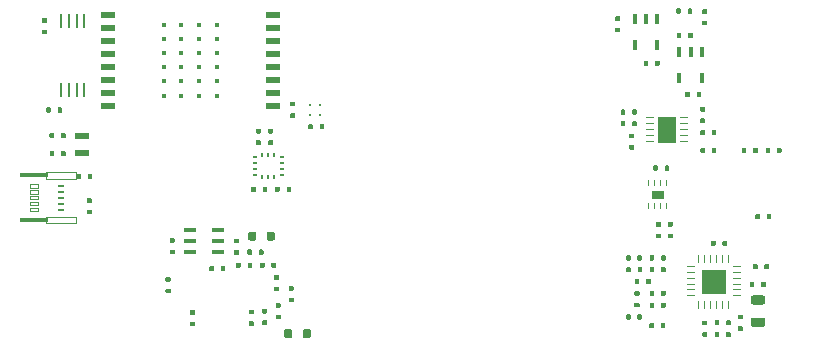
<source format=gtp>
G04 #@! TF.GenerationSoftware,KiCad,Pcbnew,5.1.2-f72e74a~84~ubuntu18.04.1*
G04 #@! TF.CreationDate,2019-06-03T11:10:06+01:00*
G04 #@! TF.ProjectId,HealthMonitor,4865616c-7468-44d6-9f6e-69746f722e6b,rev?*
G04 #@! TF.SameCoordinates,Original*
G04 #@! TF.FileFunction,Paste,Top*
G04 #@! TF.FilePolarity,Positive*
%FSLAX46Y46*%
G04 Gerber Fmt 4.6, Leading zero omitted, Abs format (unit mm)*
G04 Created by KiCad (PCBNEW 5.1.2-f72e74a~84~ubuntu18.04.1) date 2019-06-03 11:10:06*
%MOMM*%
%LPD*%
G04 APERTURE LIST*
%ADD10C,0.066040*%
%ADD11C,0.100000*%
%ADD12C,0.390000*%
%ADD13R,0.100000X0.500000*%
%ADD14R,0.150000X0.410000*%
%ADD15R,0.410000X0.150000*%
%ADD16R,0.597560X0.147980*%
%ADD17R,2.398420X0.399440*%
%ADD18C,0.399440*%
%ADD19R,1.298600X0.498500*%
%ADD20R,1.200000X0.550000*%
%ADD21C,0.675000*%
%ADD22C,0.030000*%
%ADD23R,0.250000X1.250000*%
%ADD24R,0.250000X0.250000*%
%ADD25R,1.109599X0.368000*%
%ADD26R,0.450000X0.860000*%
%ADD27R,1.566799X0.090200*%
%ADD28R,0.599999X0.010000*%
%ADD29R,0.010000X0.599999*%
%ADD30R,2.100000X2.100000*%
%ADD31R,0.607999X0.024800*%
%ADD32R,1.552600X2.289200*%
%ADD33R,0.024800X0.506399*%
%ADD34R,1.095400X0.689000*%
%ADD35C,0.775000*%
G04 APERTURE END LIST*
D10*
X101261080Y-117593440D02*
X101261080Y-117883000D01*
X101261080Y-117883000D02*
X102000220Y-117883000D01*
X102000220Y-117593440D02*
X102000220Y-117883000D01*
X101261080Y-117593440D02*
X102000220Y-117593440D01*
X101261080Y-117093060D02*
X101261080Y-117382620D01*
X101261080Y-117382620D02*
X102000220Y-117382620D01*
X102000220Y-117093060D02*
X102000220Y-117382620D01*
X101261080Y-117093060D02*
X102000220Y-117093060D01*
X101261080Y-116595220D02*
X101261080Y-116884780D01*
X101261080Y-116884780D02*
X102000220Y-116884780D01*
X102000220Y-116595220D02*
X102000220Y-116884780D01*
X101261080Y-116595220D02*
X102000220Y-116595220D01*
X101261080Y-116097380D02*
X101261080Y-116386940D01*
X101261080Y-116386940D02*
X102000220Y-116386940D01*
X102000220Y-116097380D02*
X102000220Y-116386940D01*
X101261080Y-116097380D02*
X102000220Y-116097380D01*
X101261080Y-115597000D02*
X101261080Y-115886560D01*
X101261080Y-115886560D02*
X102000220Y-115886560D01*
X102000220Y-115597000D02*
X102000220Y-115886560D01*
X101261080Y-115597000D02*
X102000220Y-115597000D01*
X102660620Y-114570840D02*
X102660620Y-115111860D01*
X102660620Y-115111860D02*
X105198080Y-115111860D01*
X105198080Y-114570840D02*
X105198080Y-115111860D01*
X102660620Y-114570840D02*
X105198080Y-114570840D01*
X102660620Y-118368140D02*
X102660620Y-118909160D01*
X102660620Y-118909160D02*
X105198080Y-118909160D01*
X105198080Y-118368140D02*
X105198080Y-118909160D01*
X102660620Y-118368140D02*
X105198080Y-118368140D01*
D11*
G36*
X158562057Y-101765469D02*
G01*
X158571521Y-101766873D01*
X158580803Y-101769198D01*
X158589812Y-101772422D01*
X158598461Y-101776513D01*
X158606668Y-101781432D01*
X158614353Y-101787131D01*
X158621443Y-101793557D01*
X158627869Y-101800647D01*
X158633568Y-101808332D01*
X158638487Y-101816539D01*
X158642578Y-101825188D01*
X158645802Y-101834197D01*
X158648127Y-101843479D01*
X158649531Y-101852943D01*
X158650000Y-101862500D01*
X158650000Y-102057500D01*
X158649531Y-102067057D01*
X158648127Y-102076521D01*
X158645802Y-102085803D01*
X158642578Y-102094812D01*
X158638487Y-102103461D01*
X158633568Y-102111668D01*
X158627869Y-102119353D01*
X158621443Y-102126443D01*
X158614353Y-102132869D01*
X158606668Y-102138568D01*
X158598461Y-102143487D01*
X158589812Y-102147578D01*
X158580803Y-102150802D01*
X158571521Y-102153127D01*
X158562057Y-102154531D01*
X158552500Y-102155000D01*
X158307500Y-102155000D01*
X158297943Y-102154531D01*
X158288479Y-102153127D01*
X158279197Y-102150802D01*
X158270188Y-102147578D01*
X158261539Y-102143487D01*
X158253332Y-102138568D01*
X158245647Y-102132869D01*
X158238557Y-102126443D01*
X158232131Y-102119353D01*
X158226432Y-102111668D01*
X158221513Y-102103461D01*
X158217422Y-102094812D01*
X158214198Y-102085803D01*
X158211873Y-102076521D01*
X158210469Y-102067057D01*
X158210000Y-102057500D01*
X158210000Y-101862500D01*
X158210469Y-101852943D01*
X158211873Y-101843479D01*
X158214198Y-101834197D01*
X158217422Y-101825188D01*
X158221513Y-101816539D01*
X158226432Y-101808332D01*
X158232131Y-101800647D01*
X158238557Y-101793557D01*
X158245647Y-101787131D01*
X158253332Y-101781432D01*
X158261539Y-101776513D01*
X158270188Y-101772422D01*
X158279197Y-101769198D01*
X158288479Y-101766873D01*
X158297943Y-101765469D01*
X158307500Y-101765000D01*
X158552500Y-101765000D01*
X158562057Y-101765469D01*
X158562057Y-101765469D01*
G37*
D12*
X158430000Y-101960000D03*
D11*
G36*
X158562057Y-100795469D02*
G01*
X158571521Y-100796873D01*
X158580803Y-100799198D01*
X158589812Y-100802422D01*
X158598461Y-100806513D01*
X158606668Y-100811432D01*
X158614353Y-100817131D01*
X158621443Y-100823557D01*
X158627869Y-100830647D01*
X158633568Y-100838332D01*
X158638487Y-100846539D01*
X158642578Y-100855188D01*
X158645802Y-100864197D01*
X158648127Y-100873479D01*
X158649531Y-100882943D01*
X158650000Y-100892500D01*
X158650000Y-101087500D01*
X158649531Y-101097057D01*
X158648127Y-101106521D01*
X158645802Y-101115803D01*
X158642578Y-101124812D01*
X158638487Y-101133461D01*
X158633568Y-101141668D01*
X158627869Y-101149353D01*
X158621443Y-101156443D01*
X158614353Y-101162869D01*
X158606668Y-101168568D01*
X158598461Y-101173487D01*
X158589812Y-101177578D01*
X158580803Y-101180802D01*
X158571521Y-101183127D01*
X158562057Y-101184531D01*
X158552500Y-101185000D01*
X158307500Y-101185000D01*
X158297943Y-101184531D01*
X158288479Y-101183127D01*
X158279197Y-101180802D01*
X158270188Y-101177578D01*
X158261539Y-101173487D01*
X158253332Y-101168568D01*
X158245647Y-101162869D01*
X158238557Y-101156443D01*
X158232131Y-101149353D01*
X158226432Y-101141668D01*
X158221513Y-101133461D01*
X158217422Y-101124812D01*
X158214198Y-101115803D01*
X158211873Y-101106521D01*
X158210469Y-101097057D01*
X158210000Y-101087500D01*
X158210000Y-100892500D01*
X158210469Y-100882943D01*
X158211873Y-100873479D01*
X158214198Y-100864197D01*
X158217422Y-100855188D01*
X158221513Y-100846539D01*
X158226432Y-100838332D01*
X158232131Y-100830647D01*
X158238557Y-100823557D01*
X158245647Y-100817131D01*
X158253332Y-100811432D01*
X158261539Y-100806513D01*
X158270188Y-100802422D01*
X158279197Y-100799198D01*
X158288479Y-100796873D01*
X158297943Y-100795469D01*
X158307500Y-100795000D01*
X158552500Y-100795000D01*
X158562057Y-100795469D01*
X158562057Y-100795469D01*
G37*
D12*
X158430000Y-100990000D03*
D13*
X167680000Y-107835000D03*
X167180000Y-107835000D03*
X166680000Y-107835000D03*
X166180000Y-107835000D03*
X165680000Y-107835000D03*
X165180000Y-107835000D03*
X164680000Y-107835000D03*
X164180000Y-107835000D03*
X163680000Y-107835000D03*
X163180000Y-107835000D03*
X162680000Y-107835000D03*
X162180000Y-107835000D03*
X162430000Y-109535000D03*
X163930000Y-109535000D03*
X163430000Y-109535000D03*
X162930000Y-109535000D03*
X161930000Y-109535000D03*
X164430000Y-109535000D03*
X164930000Y-109535000D03*
X165430000Y-109535000D03*
X165930000Y-109535000D03*
X166430000Y-109535000D03*
X166930000Y-109535000D03*
X167430000Y-109535000D03*
D14*
X120960000Y-113160000D03*
X121460000Y-113160000D03*
X121960000Y-113160000D03*
D15*
X122620000Y-113320000D03*
X122620000Y-113820000D03*
X122620000Y-114320000D03*
X122620000Y-114820000D03*
D14*
X120960000Y-114980000D03*
X121460000Y-114980000D03*
X121960000Y-114980000D03*
D15*
X120300000Y-113320000D03*
X120300000Y-113820000D03*
X120300000Y-114320000D03*
X120300000Y-114820000D03*
D11*
G36*
X106482057Y-114720469D02*
G01*
X106491521Y-114721873D01*
X106500803Y-114724198D01*
X106509812Y-114727422D01*
X106518461Y-114731513D01*
X106526668Y-114736432D01*
X106534353Y-114742131D01*
X106541443Y-114748557D01*
X106547869Y-114755647D01*
X106553568Y-114763332D01*
X106558487Y-114771539D01*
X106562578Y-114780188D01*
X106565802Y-114789197D01*
X106568127Y-114798479D01*
X106569531Y-114807943D01*
X106570000Y-114817500D01*
X106570000Y-115062500D01*
X106569531Y-115072057D01*
X106568127Y-115081521D01*
X106565802Y-115090803D01*
X106562578Y-115099812D01*
X106558487Y-115108461D01*
X106553568Y-115116668D01*
X106547869Y-115124353D01*
X106541443Y-115131443D01*
X106534353Y-115137869D01*
X106526668Y-115143568D01*
X106518461Y-115148487D01*
X106509812Y-115152578D01*
X106500803Y-115155802D01*
X106491521Y-115158127D01*
X106482057Y-115159531D01*
X106472500Y-115160000D01*
X106277500Y-115160000D01*
X106267943Y-115159531D01*
X106258479Y-115158127D01*
X106249197Y-115155802D01*
X106240188Y-115152578D01*
X106231539Y-115148487D01*
X106223332Y-115143568D01*
X106215647Y-115137869D01*
X106208557Y-115131443D01*
X106202131Y-115124353D01*
X106196432Y-115116668D01*
X106191513Y-115108461D01*
X106187422Y-115099812D01*
X106184198Y-115090803D01*
X106181873Y-115081521D01*
X106180469Y-115072057D01*
X106180000Y-115062500D01*
X106180000Y-114817500D01*
X106180469Y-114807943D01*
X106181873Y-114798479D01*
X106184198Y-114789197D01*
X106187422Y-114780188D01*
X106191513Y-114771539D01*
X106196432Y-114763332D01*
X106202131Y-114755647D01*
X106208557Y-114748557D01*
X106215647Y-114742131D01*
X106223332Y-114736432D01*
X106231539Y-114731513D01*
X106240188Y-114727422D01*
X106249197Y-114724198D01*
X106258479Y-114721873D01*
X106267943Y-114720469D01*
X106277500Y-114720000D01*
X106472500Y-114720000D01*
X106482057Y-114720469D01*
X106482057Y-114720469D01*
G37*
D12*
X106375000Y-114940000D03*
D11*
G36*
X105512057Y-114720469D02*
G01*
X105521521Y-114721873D01*
X105530803Y-114724198D01*
X105539812Y-114727422D01*
X105548461Y-114731513D01*
X105556668Y-114736432D01*
X105564353Y-114742131D01*
X105571443Y-114748557D01*
X105577869Y-114755647D01*
X105583568Y-114763332D01*
X105588487Y-114771539D01*
X105592578Y-114780188D01*
X105595802Y-114789197D01*
X105598127Y-114798479D01*
X105599531Y-114807943D01*
X105600000Y-114817500D01*
X105600000Y-115062500D01*
X105599531Y-115072057D01*
X105598127Y-115081521D01*
X105595802Y-115090803D01*
X105592578Y-115099812D01*
X105588487Y-115108461D01*
X105583568Y-115116668D01*
X105577869Y-115124353D01*
X105571443Y-115131443D01*
X105564353Y-115137869D01*
X105556668Y-115143568D01*
X105548461Y-115148487D01*
X105539812Y-115152578D01*
X105530803Y-115155802D01*
X105521521Y-115158127D01*
X105512057Y-115159531D01*
X105502500Y-115160000D01*
X105307500Y-115160000D01*
X105297943Y-115159531D01*
X105288479Y-115158127D01*
X105279197Y-115155802D01*
X105270188Y-115152578D01*
X105261539Y-115148487D01*
X105253332Y-115143568D01*
X105245647Y-115137869D01*
X105238557Y-115131443D01*
X105232131Y-115124353D01*
X105226432Y-115116668D01*
X105221513Y-115108461D01*
X105217422Y-115099812D01*
X105214198Y-115090803D01*
X105211873Y-115081521D01*
X105210469Y-115072057D01*
X105210000Y-115062500D01*
X105210000Y-114817500D01*
X105210469Y-114807943D01*
X105211873Y-114798479D01*
X105214198Y-114789197D01*
X105217422Y-114780188D01*
X105221513Y-114771539D01*
X105226432Y-114763332D01*
X105232131Y-114755647D01*
X105238557Y-114748557D01*
X105245647Y-114742131D01*
X105253332Y-114736432D01*
X105261539Y-114731513D01*
X105270188Y-114727422D01*
X105279197Y-114724198D01*
X105288479Y-114721873D01*
X105297943Y-114720469D01*
X105307500Y-114720000D01*
X105502500Y-114720000D01*
X105512057Y-114720469D01*
X105512057Y-114720469D01*
G37*
D12*
X105405000Y-114940000D03*
D11*
G36*
X106432057Y-117765469D02*
G01*
X106441521Y-117766873D01*
X106450803Y-117769198D01*
X106459812Y-117772422D01*
X106468461Y-117776513D01*
X106476668Y-117781432D01*
X106484353Y-117787131D01*
X106491443Y-117793557D01*
X106497869Y-117800647D01*
X106503568Y-117808332D01*
X106508487Y-117816539D01*
X106512578Y-117825188D01*
X106515802Y-117834197D01*
X106518127Y-117843479D01*
X106519531Y-117852943D01*
X106520000Y-117862500D01*
X106520000Y-118057500D01*
X106519531Y-118067057D01*
X106518127Y-118076521D01*
X106515802Y-118085803D01*
X106512578Y-118094812D01*
X106508487Y-118103461D01*
X106503568Y-118111668D01*
X106497869Y-118119353D01*
X106491443Y-118126443D01*
X106484353Y-118132869D01*
X106476668Y-118138568D01*
X106468461Y-118143487D01*
X106459812Y-118147578D01*
X106450803Y-118150802D01*
X106441521Y-118153127D01*
X106432057Y-118154531D01*
X106422500Y-118155000D01*
X106177500Y-118155000D01*
X106167943Y-118154531D01*
X106158479Y-118153127D01*
X106149197Y-118150802D01*
X106140188Y-118147578D01*
X106131539Y-118143487D01*
X106123332Y-118138568D01*
X106115647Y-118132869D01*
X106108557Y-118126443D01*
X106102131Y-118119353D01*
X106096432Y-118111668D01*
X106091513Y-118103461D01*
X106087422Y-118094812D01*
X106084198Y-118085803D01*
X106081873Y-118076521D01*
X106080469Y-118067057D01*
X106080000Y-118057500D01*
X106080000Y-117862500D01*
X106080469Y-117852943D01*
X106081873Y-117843479D01*
X106084198Y-117834197D01*
X106087422Y-117825188D01*
X106091513Y-117816539D01*
X106096432Y-117808332D01*
X106102131Y-117800647D01*
X106108557Y-117793557D01*
X106115647Y-117787131D01*
X106123332Y-117781432D01*
X106131539Y-117776513D01*
X106140188Y-117772422D01*
X106149197Y-117769198D01*
X106158479Y-117766873D01*
X106167943Y-117765469D01*
X106177500Y-117765000D01*
X106422500Y-117765000D01*
X106432057Y-117765469D01*
X106432057Y-117765469D01*
G37*
D12*
X106300000Y-117960000D03*
D11*
G36*
X106432057Y-116795469D02*
G01*
X106441521Y-116796873D01*
X106450803Y-116799198D01*
X106459812Y-116802422D01*
X106468461Y-116806513D01*
X106476668Y-116811432D01*
X106484353Y-116817131D01*
X106491443Y-116823557D01*
X106497869Y-116830647D01*
X106503568Y-116838332D01*
X106508487Y-116846539D01*
X106512578Y-116855188D01*
X106515802Y-116864197D01*
X106518127Y-116873479D01*
X106519531Y-116882943D01*
X106520000Y-116892500D01*
X106520000Y-117087500D01*
X106519531Y-117097057D01*
X106518127Y-117106521D01*
X106515802Y-117115803D01*
X106512578Y-117124812D01*
X106508487Y-117133461D01*
X106503568Y-117141668D01*
X106497869Y-117149353D01*
X106491443Y-117156443D01*
X106484353Y-117162869D01*
X106476668Y-117168568D01*
X106468461Y-117173487D01*
X106459812Y-117177578D01*
X106450803Y-117180802D01*
X106441521Y-117183127D01*
X106432057Y-117184531D01*
X106422500Y-117185000D01*
X106177500Y-117185000D01*
X106167943Y-117184531D01*
X106158479Y-117183127D01*
X106149197Y-117180802D01*
X106140188Y-117177578D01*
X106131539Y-117173487D01*
X106123332Y-117168568D01*
X106115647Y-117162869D01*
X106108557Y-117156443D01*
X106102131Y-117149353D01*
X106096432Y-117141668D01*
X106091513Y-117133461D01*
X106087422Y-117124812D01*
X106084198Y-117115803D01*
X106081873Y-117106521D01*
X106080469Y-117097057D01*
X106080000Y-117087500D01*
X106080000Y-116892500D01*
X106080469Y-116882943D01*
X106081873Y-116873479D01*
X106084198Y-116864197D01*
X106087422Y-116855188D01*
X106091513Y-116846539D01*
X106096432Y-116838332D01*
X106102131Y-116830647D01*
X106108557Y-116823557D01*
X106115647Y-116817131D01*
X106123332Y-116811432D01*
X106131539Y-116806513D01*
X106140188Y-116802422D01*
X106149197Y-116799198D01*
X106158479Y-116796873D01*
X106167943Y-116795469D01*
X106177500Y-116795000D01*
X106422500Y-116795000D01*
X106432057Y-116795469D01*
X106432057Y-116795469D01*
G37*
D12*
X106300000Y-116990000D03*
D16*
X103928080Y-115741780D03*
X103928080Y-116242160D03*
X103928080Y-116740000D03*
X103928080Y-117237840D03*
X103928080Y-117738220D03*
D17*
X101631920Y-114840080D03*
X101631920Y-118639920D03*
D18*
X117103140Y-108091020D03*
X117103140Y-106892140D03*
X117103140Y-105690720D03*
X117103140Y-104491840D03*
X117103140Y-103290420D03*
X117103140Y-102091540D03*
X115604540Y-108091020D03*
X115604540Y-106892140D03*
X115604540Y-105690720D03*
X115604540Y-104491840D03*
X115604540Y-103290420D03*
X115604540Y-102091540D03*
X114103400Y-108091020D03*
X114103400Y-106892140D03*
X114103400Y-105690720D03*
X114103400Y-104491840D03*
X114103400Y-103290420D03*
X114103400Y-102091540D03*
X112604800Y-108091020D03*
X112604800Y-106892140D03*
X112604800Y-105690720D03*
X112604800Y-104491840D03*
X112604800Y-103290420D03*
X112604800Y-102091540D03*
D19*
X121852940Y-101291440D03*
X121852940Y-102391260D03*
X121852940Y-103491080D03*
X121852940Y-104590900D03*
X121852940Y-105690720D03*
X121852940Y-106790540D03*
X121852940Y-107890360D03*
X121852940Y-108990180D03*
X107855000Y-108990180D03*
X107855000Y-107890360D03*
X107855000Y-106790540D03*
X107855000Y-105690720D03*
X107855000Y-104590900D03*
X107855000Y-103491080D03*
X107855000Y-102391260D03*
X107855000Y-101291440D03*
D20*
X105680000Y-111510000D03*
X105680000Y-112970000D03*
D11*
G36*
X123312057Y-115800469D02*
G01*
X123321521Y-115801873D01*
X123330803Y-115804198D01*
X123339812Y-115807422D01*
X123348461Y-115811513D01*
X123356668Y-115816432D01*
X123364353Y-115822131D01*
X123371443Y-115828557D01*
X123377869Y-115835647D01*
X123383568Y-115843332D01*
X123388487Y-115851539D01*
X123392578Y-115860188D01*
X123395802Y-115869197D01*
X123398127Y-115878479D01*
X123399531Y-115887943D01*
X123400000Y-115897500D01*
X123400000Y-116142500D01*
X123399531Y-116152057D01*
X123398127Y-116161521D01*
X123395802Y-116170803D01*
X123392578Y-116179812D01*
X123388487Y-116188461D01*
X123383568Y-116196668D01*
X123377869Y-116204353D01*
X123371443Y-116211443D01*
X123364353Y-116217869D01*
X123356668Y-116223568D01*
X123348461Y-116228487D01*
X123339812Y-116232578D01*
X123330803Y-116235802D01*
X123321521Y-116238127D01*
X123312057Y-116239531D01*
X123302500Y-116240000D01*
X123107500Y-116240000D01*
X123097943Y-116239531D01*
X123088479Y-116238127D01*
X123079197Y-116235802D01*
X123070188Y-116232578D01*
X123061539Y-116228487D01*
X123053332Y-116223568D01*
X123045647Y-116217869D01*
X123038557Y-116211443D01*
X123032131Y-116204353D01*
X123026432Y-116196668D01*
X123021513Y-116188461D01*
X123017422Y-116179812D01*
X123014198Y-116170803D01*
X123011873Y-116161521D01*
X123010469Y-116152057D01*
X123010000Y-116142500D01*
X123010000Y-115897500D01*
X123010469Y-115887943D01*
X123011873Y-115878479D01*
X123014198Y-115869197D01*
X123017422Y-115860188D01*
X123021513Y-115851539D01*
X123026432Y-115843332D01*
X123032131Y-115835647D01*
X123038557Y-115828557D01*
X123045647Y-115822131D01*
X123053332Y-115816432D01*
X123061539Y-115811513D01*
X123070188Y-115807422D01*
X123079197Y-115804198D01*
X123088479Y-115801873D01*
X123097943Y-115800469D01*
X123107500Y-115800000D01*
X123302500Y-115800000D01*
X123312057Y-115800469D01*
X123312057Y-115800469D01*
G37*
D12*
X123205000Y-116020000D03*
D11*
G36*
X122342057Y-115800469D02*
G01*
X122351521Y-115801873D01*
X122360803Y-115804198D01*
X122369812Y-115807422D01*
X122378461Y-115811513D01*
X122386668Y-115816432D01*
X122394353Y-115822131D01*
X122401443Y-115828557D01*
X122407869Y-115835647D01*
X122413568Y-115843332D01*
X122418487Y-115851539D01*
X122422578Y-115860188D01*
X122425802Y-115869197D01*
X122428127Y-115878479D01*
X122429531Y-115887943D01*
X122430000Y-115897500D01*
X122430000Y-116142500D01*
X122429531Y-116152057D01*
X122428127Y-116161521D01*
X122425802Y-116170803D01*
X122422578Y-116179812D01*
X122418487Y-116188461D01*
X122413568Y-116196668D01*
X122407869Y-116204353D01*
X122401443Y-116211443D01*
X122394353Y-116217869D01*
X122386668Y-116223568D01*
X122378461Y-116228487D01*
X122369812Y-116232578D01*
X122360803Y-116235802D01*
X122351521Y-116238127D01*
X122342057Y-116239531D01*
X122332500Y-116240000D01*
X122137500Y-116240000D01*
X122127943Y-116239531D01*
X122118479Y-116238127D01*
X122109197Y-116235802D01*
X122100188Y-116232578D01*
X122091539Y-116228487D01*
X122083332Y-116223568D01*
X122075647Y-116217869D01*
X122068557Y-116211443D01*
X122062131Y-116204353D01*
X122056432Y-116196668D01*
X122051513Y-116188461D01*
X122047422Y-116179812D01*
X122044198Y-116170803D01*
X122041873Y-116161521D01*
X122040469Y-116152057D01*
X122040000Y-116142500D01*
X122040000Y-115897500D01*
X122040469Y-115887943D01*
X122041873Y-115878479D01*
X122044198Y-115869197D01*
X122047422Y-115860188D01*
X122051513Y-115851539D01*
X122056432Y-115843332D01*
X122062131Y-115835647D01*
X122068557Y-115828557D01*
X122075647Y-115822131D01*
X122083332Y-115816432D01*
X122091539Y-115811513D01*
X122100188Y-115807422D01*
X122109197Y-115804198D01*
X122118479Y-115801873D01*
X122127943Y-115800469D01*
X122137500Y-115800000D01*
X122332500Y-115800000D01*
X122342057Y-115800469D01*
X122342057Y-115800469D01*
G37*
D12*
X122235000Y-116020000D03*
D11*
G36*
X120332057Y-115820469D02*
G01*
X120341521Y-115821873D01*
X120350803Y-115824198D01*
X120359812Y-115827422D01*
X120368461Y-115831513D01*
X120376668Y-115836432D01*
X120384353Y-115842131D01*
X120391443Y-115848557D01*
X120397869Y-115855647D01*
X120403568Y-115863332D01*
X120408487Y-115871539D01*
X120412578Y-115880188D01*
X120415802Y-115889197D01*
X120418127Y-115898479D01*
X120419531Y-115907943D01*
X120420000Y-115917500D01*
X120420000Y-116162500D01*
X120419531Y-116172057D01*
X120418127Y-116181521D01*
X120415802Y-116190803D01*
X120412578Y-116199812D01*
X120408487Y-116208461D01*
X120403568Y-116216668D01*
X120397869Y-116224353D01*
X120391443Y-116231443D01*
X120384353Y-116237869D01*
X120376668Y-116243568D01*
X120368461Y-116248487D01*
X120359812Y-116252578D01*
X120350803Y-116255802D01*
X120341521Y-116258127D01*
X120332057Y-116259531D01*
X120322500Y-116260000D01*
X120127500Y-116260000D01*
X120117943Y-116259531D01*
X120108479Y-116258127D01*
X120099197Y-116255802D01*
X120090188Y-116252578D01*
X120081539Y-116248487D01*
X120073332Y-116243568D01*
X120065647Y-116237869D01*
X120058557Y-116231443D01*
X120052131Y-116224353D01*
X120046432Y-116216668D01*
X120041513Y-116208461D01*
X120037422Y-116199812D01*
X120034198Y-116190803D01*
X120031873Y-116181521D01*
X120030469Y-116172057D01*
X120030000Y-116162500D01*
X120030000Y-115917500D01*
X120030469Y-115907943D01*
X120031873Y-115898479D01*
X120034198Y-115889197D01*
X120037422Y-115880188D01*
X120041513Y-115871539D01*
X120046432Y-115863332D01*
X120052131Y-115855647D01*
X120058557Y-115848557D01*
X120065647Y-115842131D01*
X120073332Y-115836432D01*
X120081539Y-115831513D01*
X120090188Y-115827422D01*
X120099197Y-115824198D01*
X120108479Y-115821873D01*
X120117943Y-115820469D01*
X120127500Y-115820000D01*
X120322500Y-115820000D01*
X120332057Y-115820469D01*
X120332057Y-115820469D01*
G37*
D12*
X120225000Y-116040000D03*
D11*
G36*
X121302057Y-115820469D02*
G01*
X121311521Y-115821873D01*
X121320803Y-115824198D01*
X121329812Y-115827422D01*
X121338461Y-115831513D01*
X121346668Y-115836432D01*
X121354353Y-115842131D01*
X121361443Y-115848557D01*
X121367869Y-115855647D01*
X121373568Y-115863332D01*
X121378487Y-115871539D01*
X121382578Y-115880188D01*
X121385802Y-115889197D01*
X121388127Y-115898479D01*
X121389531Y-115907943D01*
X121390000Y-115917500D01*
X121390000Y-116162500D01*
X121389531Y-116172057D01*
X121388127Y-116181521D01*
X121385802Y-116190803D01*
X121382578Y-116199812D01*
X121378487Y-116208461D01*
X121373568Y-116216668D01*
X121367869Y-116224353D01*
X121361443Y-116231443D01*
X121354353Y-116237869D01*
X121346668Y-116243568D01*
X121338461Y-116248487D01*
X121329812Y-116252578D01*
X121320803Y-116255802D01*
X121311521Y-116258127D01*
X121302057Y-116259531D01*
X121292500Y-116260000D01*
X121097500Y-116260000D01*
X121087943Y-116259531D01*
X121078479Y-116258127D01*
X121069197Y-116255802D01*
X121060188Y-116252578D01*
X121051539Y-116248487D01*
X121043332Y-116243568D01*
X121035647Y-116237869D01*
X121028557Y-116231443D01*
X121022131Y-116224353D01*
X121016432Y-116216668D01*
X121011513Y-116208461D01*
X121007422Y-116199812D01*
X121004198Y-116190803D01*
X121001873Y-116181521D01*
X121000469Y-116172057D01*
X121000000Y-116162500D01*
X121000000Y-115917500D01*
X121000469Y-115907943D01*
X121001873Y-115898479D01*
X121004198Y-115889197D01*
X121007422Y-115880188D01*
X121011513Y-115871539D01*
X121016432Y-115863332D01*
X121022131Y-115855647D01*
X121028557Y-115848557D01*
X121035647Y-115842131D01*
X121043332Y-115836432D01*
X121051539Y-115831513D01*
X121060188Y-115827422D01*
X121069197Y-115824198D01*
X121078479Y-115821873D01*
X121087943Y-115820469D01*
X121097500Y-115820000D01*
X121292500Y-115820000D01*
X121302057Y-115820469D01*
X121302057Y-115820469D01*
G37*
D12*
X121195000Y-116040000D03*
D11*
G36*
X113462057Y-121130469D02*
G01*
X113471521Y-121131873D01*
X113480803Y-121134198D01*
X113489812Y-121137422D01*
X113498461Y-121141513D01*
X113506668Y-121146432D01*
X113514353Y-121152131D01*
X113521443Y-121158557D01*
X113527869Y-121165647D01*
X113533568Y-121173332D01*
X113538487Y-121181539D01*
X113542578Y-121190188D01*
X113545802Y-121199197D01*
X113548127Y-121208479D01*
X113549531Y-121217943D01*
X113550000Y-121227500D01*
X113550000Y-121422500D01*
X113549531Y-121432057D01*
X113548127Y-121441521D01*
X113545802Y-121450803D01*
X113542578Y-121459812D01*
X113538487Y-121468461D01*
X113533568Y-121476668D01*
X113527869Y-121484353D01*
X113521443Y-121491443D01*
X113514353Y-121497869D01*
X113506668Y-121503568D01*
X113498461Y-121508487D01*
X113489812Y-121512578D01*
X113480803Y-121515802D01*
X113471521Y-121518127D01*
X113462057Y-121519531D01*
X113452500Y-121520000D01*
X113207500Y-121520000D01*
X113197943Y-121519531D01*
X113188479Y-121518127D01*
X113179197Y-121515802D01*
X113170188Y-121512578D01*
X113161539Y-121508487D01*
X113153332Y-121503568D01*
X113145647Y-121497869D01*
X113138557Y-121491443D01*
X113132131Y-121484353D01*
X113126432Y-121476668D01*
X113121513Y-121468461D01*
X113117422Y-121459812D01*
X113114198Y-121450803D01*
X113111873Y-121441521D01*
X113110469Y-121432057D01*
X113110000Y-121422500D01*
X113110000Y-121227500D01*
X113110469Y-121217943D01*
X113111873Y-121208479D01*
X113114198Y-121199197D01*
X113117422Y-121190188D01*
X113121513Y-121181539D01*
X113126432Y-121173332D01*
X113132131Y-121165647D01*
X113138557Y-121158557D01*
X113145647Y-121152131D01*
X113153332Y-121146432D01*
X113161539Y-121141513D01*
X113170188Y-121137422D01*
X113179197Y-121134198D01*
X113188479Y-121131873D01*
X113197943Y-121130469D01*
X113207500Y-121130000D01*
X113452500Y-121130000D01*
X113462057Y-121130469D01*
X113462057Y-121130469D01*
G37*
D12*
X113330000Y-121325000D03*
D11*
G36*
X113462057Y-120160469D02*
G01*
X113471521Y-120161873D01*
X113480803Y-120164198D01*
X113489812Y-120167422D01*
X113498461Y-120171513D01*
X113506668Y-120176432D01*
X113514353Y-120182131D01*
X113521443Y-120188557D01*
X113527869Y-120195647D01*
X113533568Y-120203332D01*
X113538487Y-120211539D01*
X113542578Y-120220188D01*
X113545802Y-120229197D01*
X113548127Y-120238479D01*
X113549531Y-120247943D01*
X113550000Y-120257500D01*
X113550000Y-120452500D01*
X113549531Y-120462057D01*
X113548127Y-120471521D01*
X113545802Y-120480803D01*
X113542578Y-120489812D01*
X113538487Y-120498461D01*
X113533568Y-120506668D01*
X113527869Y-120514353D01*
X113521443Y-120521443D01*
X113514353Y-120527869D01*
X113506668Y-120533568D01*
X113498461Y-120538487D01*
X113489812Y-120542578D01*
X113480803Y-120545802D01*
X113471521Y-120548127D01*
X113462057Y-120549531D01*
X113452500Y-120550000D01*
X113207500Y-120550000D01*
X113197943Y-120549531D01*
X113188479Y-120548127D01*
X113179197Y-120545802D01*
X113170188Y-120542578D01*
X113161539Y-120538487D01*
X113153332Y-120533568D01*
X113145647Y-120527869D01*
X113138557Y-120521443D01*
X113132131Y-120514353D01*
X113126432Y-120506668D01*
X113121513Y-120498461D01*
X113117422Y-120489812D01*
X113114198Y-120480803D01*
X113111873Y-120471521D01*
X113110469Y-120462057D01*
X113110000Y-120452500D01*
X113110000Y-120257500D01*
X113110469Y-120247943D01*
X113111873Y-120238479D01*
X113114198Y-120229197D01*
X113117422Y-120220188D01*
X113121513Y-120211539D01*
X113126432Y-120203332D01*
X113132131Y-120195647D01*
X113138557Y-120188557D01*
X113145647Y-120182131D01*
X113153332Y-120176432D01*
X113161539Y-120171513D01*
X113170188Y-120167422D01*
X113179197Y-120164198D01*
X113188479Y-120161873D01*
X113197943Y-120160469D01*
X113207500Y-120160000D01*
X113452500Y-120160000D01*
X113462057Y-120160469D01*
X113462057Y-120160469D01*
G37*
D12*
X113330000Y-120355000D03*
D11*
G36*
X122292057Y-124260469D02*
G01*
X122301521Y-124261873D01*
X122310803Y-124264198D01*
X122319812Y-124267422D01*
X122328461Y-124271513D01*
X122336668Y-124276432D01*
X122344353Y-124282131D01*
X122351443Y-124288557D01*
X122357869Y-124295647D01*
X122363568Y-124303332D01*
X122368487Y-124311539D01*
X122372578Y-124320188D01*
X122375802Y-124329197D01*
X122378127Y-124338479D01*
X122379531Y-124347943D01*
X122380000Y-124357500D01*
X122380000Y-124552500D01*
X122379531Y-124562057D01*
X122378127Y-124571521D01*
X122375802Y-124580803D01*
X122372578Y-124589812D01*
X122368487Y-124598461D01*
X122363568Y-124606668D01*
X122357869Y-124614353D01*
X122351443Y-124621443D01*
X122344353Y-124627869D01*
X122336668Y-124633568D01*
X122328461Y-124638487D01*
X122319812Y-124642578D01*
X122310803Y-124645802D01*
X122301521Y-124648127D01*
X122292057Y-124649531D01*
X122282500Y-124650000D01*
X122037500Y-124650000D01*
X122027943Y-124649531D01*
X122018479Y-124648127D01*
X122009197Y-124645802D01*
X122000188Y-124642578D01*
X121991539Y-124638487D01*
X121983332Y-124633568D01*
X121975647Y-124627869D01*
X121968557Y-124621443D01*
X121962131Y-124614353D01*
X121956432Y-124606668D01*
X121951513Y-124598461D01*
X121947422Y-124589812D01*
X121944198Y-124580803D01*
X121941873Y-124571521D01*
X121940469Y-124562057D01*
X121940000Y-124552500D01*
X121940000Y-124357500D01*
X121940469Y-124347943D01*
X121941873Y-124338479D01*
X121944198Y-124329197D01*
X121947422Y-124320188D01*
X121951513Y-124311539D01*
X121956432Y-124303332D01*
X121962131Y-124295647D01*
X121968557Y-124288557D01*
X121975647Y-124282131D01*
X121983332Y-124276432D01*
X121991539Y-124271513D01*
X122000188Y-124267422D01*
X122009197Y-124264198D01*
X122018479Y-124261873D01*
X122027943Y-124260469D01*
X122037500Y-124260000D01*
X122282500Y-124260000D01*
X122292057Y-124260469D01*
X122292057Y-124260469D01*
G37*
D12*
X122160000Y-124455000D03*
D11*
G36*
X122292057Y-123290469D02*
G01*
X122301521Y-123291873D01*
X122310803Y-123294198D01*
X122319812Y-123297422D01*
X122328461Y-123301513D01*
X122336668Y-123306432D01*
X122344353Y-123312131D01*
X122351443Y-123318557D01*
X122357869Y-123325647D01*
X122363568Y-123333332D01*
X122368487Y-123341539D01*
X122372578Y-123350188D01*
X122375802Y-123359197D01*
X122378127Y-123368479D01*
X122379531Y-123377943D01*
X122380000Y-123387500D01*
X122380000Y-123582500D01*
X122379531Y-123592057D01*
X122378127Y-123601521D01*
X122375802Y-123610803D01*
X122372578Y-123619812D01*
X122368487Y-123628461D01*
X122363568Y-123636668D01*
X122357869Y-123644353D01*
X122351443Y-123651443D01*
X122344353Y-123657869D01*
X122336668Y-123663568D01*
X122328461Y-123668487D01*
X122319812Y-123672578D01*
X122310803Y-123675802D01*
X122301521Y-123678127D01*
X122292057Y-123679531D01*
X122282500Y-123680000D01*
X122037500Y-123680000D01*
X122027943Y-123679531D01*
X122018479Y-123678127D01*
X122009197Y-123675802D01*
X122000188Y-123672578D01*
X121991539Y-123668487D01*
X121983332Y-123663568D01*
X121975647Y-123657869D01*
X121968557Y-123651443D01*
X121962131Y-123644353D01*
X121956432Y-123636668D01*
X121951513Y-123628461D01*
X121947422Y-123619812D01*
X121944198Y-123610803D01*
X121941873Y-123601521D01*
X121940469Y-123592057D01*
X121940000Y-123582500D01*
X121940000Y-123387500D01*
X121940469Y-123377943D01*
X121941873Y-123368479D01*
X121944198Y-123359197D01*
X121947422Y-123350188D01*
X121951513Y-123341539D01*
X121956432Y-123333332D01*
X121962131Y-123325647D01*
X121968557Y-123318557D01*
X121975647Y-123312131D01*
X121983332Y-123306432D01*
X121991539Y-123301513D01*
X122000188Y-123297422D01*
X122009197Y-123294198D01*
X122018479Y-123291873D01*
X122027943Y-123290469D01*
X122037500Y-123290000D01*
X122282500Y-123290000D01*
X122292057Y-123290469D01*
X122292057Y-123290469D01*
G37*
D12*
X122160000Y-123485000D03*
D11*
G36*
X120972057Y-121120469D02*
G01*
X120981521Y-121121873D01*
X120990803Y-121124198D01*
X120999812Y-121127422D01*
X121008461Y-121131513D01*
X121016668Y-121136432D01*
X121024353Y-121142131D01*
X121031443Y-121148557D01*
X121037869Y-121155647D01*
X121043568Y-121163332D01*
X121048487Y-121171539D01*
X121052578Y-121180188D01*
X121055802Y-121189197D01*
X121058127Y-121198479D01*
X121059531Y-121207943D01*
X121060000Y-121217500D01*
X121060000Y-121462500D01*
X121059531Y-121472057D01*
X121058127Y-121481521D01*
X121055802Y-121490803D01*
X121052578Y-121499812D01*
X121048487Y-121508461D01*
X121043568Y-121516668D01*
X121037869Y-121524353D01*
X121031443Y-121531443D01*
X121024353Y-121537869D01*
X121016668Y-121543568D01*
X121008461Y-121548487D01*
X120999812Y-121552578D01*
X120990803Y-121555802D01*
X120981521Y-121558127D01*
X120972057Y-121559531D01*
X120962500Y-121560000D01*
X120767500Y-121560000D01*
X120757943Y-121559531D01*
X120748479Y-121558127D01*
X120739197Y-121555802D01*
X120730188Y-121552578D01*
X120721539Y-121548487D01*
X120713332Y-121543568D01*
X120705647Y-121537869D01*
X120698557Y-121531443D01*
X120692131Y-121524353D01*
X120686432Y-121516668D01*
X120681513Y-121508461D01*
X120677422Y-121499812D01*
X120674198Y-121490803D01*
X120671873Y-121481521D01*
X120670469Y-121472057D01*
X120670000Y-121462500D01*
X120670000Y-121217500D01*
X120670469Y-121207943D01*
X120671873Y-121198479D01*
X120674198Y-121189197D01*
X120677422Y-121180188D01*
X120681513Y-121171539D01*
X120686432Y-121163332D01*
X120692131Y-121155647D01*
X120698557Y-121148557D01*
X120705647Y-121142131D01*
X120713332Y-121136432D01*
X120721539Y-121131513D01*
X120730188Y-121127422D01*
X120739197Y-121124198D01*
X120748479Y-121121873D01*
X120757943Y-121120469D01*
X120767500Y-121120000D01*
X120962500Y-121120000D01*
X120972057Y-121120469D01*
X120972057Y-121120469D01*
G37*
D12*
X120865000Y-121340000D03*
D11*
G36*
X120002057Y-121120469D02*
G01*
X120011521Y-121121873D01*
X120020803Y-121124198D01*
X120029812Y-121127422D01*
X120038461Y-121131513D01*
X120046668Y-121136432D01*
X120054353Y-121142131D01*
X120061443Y-121148557D01*
X120067869Y-121155647D01*
X120073568Y-121163332D01*
X120078487Y-121171539D01*
X120082578Y-121180188D01*
X120085802Y-121189197D01*
X120088127Y-121198479D01*
X120089531Y-121207943D01*
X120090000Y-121217500D01*
X120090000Y-121462500D01*
X120089531Y-121472057D01*
X120088127Y-121481521D01*
X120085802Y-121490803D01*
X120082578Y-121499812D01*
X120078487Y-121508461D01*
X120073568Y-121516668D01*
X120067869Y-121524353D01*
X120061443Y-121531443D01*
X120054353Y-121537869D01*
X120046668Y-121543568D01*
X120038461Y-121548487D01*
X120029812Y-121552578D01*
X120020803Y-121555802D01*
X120011521Y-121558127D01*
X120002057Y-121559531D01*
X119992500Y-121560000D01*
X119797500Y-121560000D01*
X119787943Y-121559531D01*
X119778479Y-121558127D01*
X119769197Y-121555802D01*
X119760188Y-121552578D01*
X119751539Y-121548487D01*
X119743332Y-121543568D01*
X119735647Y-121537869D01*
X119728557Y-121531443D01*
X119722131Y-121524353D01*
X119716432Y-121516668D01*
X119711513Y-121508461D01*
X119707422Y-121499812D01*
X119704198Y-121490803D01*
X119701873Y-121481521D01*
X119700469Y-121472057D01*
X119700000Y-121462500D01*
X119700000Y-121217500D01*
X119700469Y-121207943D01*
X119701873Y-121198479D01*
X119704198Y-121189197D01*
X119707422Y-121180188D01*
X119711513Y-121171539D01*
X119716432Y-121163332D01*
X119722131Y-121155647D01*
X119728557Y-121148557D01*
X119735647Y-121142131D01*
X119743332Y-121136432D01*
X119751539Y-121131513D01*
X119760188Y-121127422D01*
X119769197Y-121124198D01*
X119778479Y-121121873D01*
X119787943Y-121120469D01*
X119797500Y-121120000D01*
X119992500Y-121120000D01*
X120002057Y-121120469D01*
X120002057Y-121120469D01*
G37*
D12*
X119895000Y-121340000D03*
D11*
G36*
X115177057Y-126250469D02*
G01*
X115186521Y-126251873D01*
X115195803Y-126254198D01*
X115204812Y-126257422D01*
X115213461Y-126261513D01*
X115221668Y-126266432D01*
X115229353Y-126272131D01*
X115236443Y-126278557D01*
X115242869Y-126285647D01*
X115248568Y-126293332D01*
X115253487Y-126301539D01*
X115257578Y-126310188D01*
X115260802Y-126319197D01*
X115263127Y-126328479D01*
X115264531Y-126337943D01*
X115265000Y-126347500D01*
X115265000Y-126542500D01*
X115264531Y-126552057D01*
X115263127Y-126561521D01*
X115260802Y-126570803D01*
X115257578Y-126579812D01*
X115253487Y-126588461D01*
X115248568Y-126596668D01*
X115242869Y-126604353D01*
X115236443Y-126611443D01*
X115229353Y-126617869D01*
X115221668Y-126623568D01*
X115213461Y-126628487D01*
X115204812Y-126632578D01*
X115195803Y-126635802D01*
X115186521Y-126638127D01*
X115177057Y-126639531D01*
X115167500Y-126640000D01*
X114922500Y-126640000D01*
X114912943Y-126639531D01*
X114903479Y-126638127D01*
X114894197Y-126635802D01*
X114885188Y-126632578D01*
X114876539Y-126628487D01*
X114868332Y-126623568D01*
X114860647Y-126617869D01*
X114853557Y-126611443D01*
X114847131Y-126604353D01*
X114841432Y-126596668D01*
X114836513Y-126588461D01*
X114832422Y-126579812D01*
X114829198Y-126570803D01*
X114826873Y-126561521D01*
X114825469Y-126552057D01*
X114825000Y-126542500D01*
X114825000Y-126347500D01*
X114825469Y-126337943D01*
X114826873Y-126328479D01*
X114829198Y-126319197D01*
X114832422Y-126310188D01*
X114836513Y-126301539D01*
X114841432Y-126293332D01*
X114847131Y-126285647D01*
X114853557Y-126278557D01*
X114860647Y-126272131D01*
X114868332Y-126266432D01*
X114876539Y-126261513D01*
X114885188Y-126257422D01*
X114894197Y-126254198D01*
X114903479Y-126251873D01*
X114912943Y-126250469D01*
X114922500Y-126250000D01*
X115167500Y-126250000D01*
X115177057Y-126250469D01*
X115177057Y-126250469D01*
G37*
D12*
X115045000Y-126445000D03*
D11*
G36*
X115177057Y-127220469D02*
G01*
X115186521Y-127221873D01*
X115195803Y-127224198D01*
X115204812Y-127227422D01*
X115213461Y-127231513D01*
X115221668Y-127236432D01*
X115229353Y-127242131D01*
X115236443Y-127248557D01*
X115242869Y-127255647D01*
X115248568Y-127263332D01*
X115253487Y-127271539D01*
X115257578Y-127280188D01*
X115260802Y-127289197D01*
X115263127Y-127298479D01*
X115264531Y-127307943D01*
X115265000Y-127317500D01*
X115265000Y-127512500D01*
X115264531Y-127522057D01*
X115263127Y-127531521D01*
X115260802Y-127540803D01*
X115257578Y-127549812D01*
X115253487Y-127558461D01*
X115248568Y-127566668D01*
X115242869Y-127574353D01*
X115236443Y-127581443D01*
X115229353Y-127587869D01*
X115221668Y-127593568D01*
X115213461Y-127598487D01*
X115204812Y-127602578D01*
X115195803Y-127605802D01*
X115186521Y-127608127D01*
X115177057Y-127609531D01*
X115167500Y-127610000D01*
X114922500Y-127610000D01*
X114912943Y-127609531D01*
X114903479Y-127608127D01*
X114894197Y-127605802D01*
X114885188Y-127602578D01*
X114876539Y-127598487D01*
X114868332Y-127593568D01*
X114860647Y-127587869D01*
X114853557Y-127581443D01*
X114847131Y-127574353D01*
X114841432Y-127566668D01*
X114836513Y-127558461D01*
X114832422Y-127549812D01*
X114829198Y-127540803D01*
X114826873Y-127531521D01*
X114825469Y-127522057D01*
X114825000Y-127512500D01*
X114825000Y-127317500D01*
X114825469Y-127307943D01*
X114826873Y-127298479D01*
X114829198Y-127289197D01*
X114832422Y-127280188D01*
X114836513Y-127271539D01*
X114841432Y-127263332D01*
X114847131Y-127255647D01*
X114853557Y-127248557D01*
X114860647Y-127242131D01*
X114868332Y-127236432D01*
X114876539Y-127231513D01*
X114885188Y-127227422D01*
X114894197Y-127224198D01*
X114903479Y-127221873D01*
X114912943Y-127220469D01*
X114922500Y-127220000D01*
X115167500Y-127220000D01*
X115177057Y-127220469D01*
X115177057Y-127220469D01*
G37*
D12*
X115045000Y-127415000D03*
D11*
G36*
X121062057Y-122230469D02*
G01*
X121071521Y-122231873D01*
X121080803Y-122234198D01*
X121089812Y-122237422D01*
X121098461Y-122241513D01*
X121106668Y-122246432D01*
X121114353Y-122252131D01*
X121121443Y-122258557D01*
X121127869Y-122265647D01*
X121133568Y-122273332D01*
X121138487Y-122281539D01*
X121142578Y-122290188D01*
X121145802Y-122299197D01*
X121148127Y-122308479D01*
X121149531Y-122317943D01*
X121150000Y-122327500D01*
X121150000Y-122572500D01*
X121149531Y-122582057D01*
X121148127Y-122591521D01*
X121145802Y-122600803D01*
X121142578Y-122609812D01*
X121138487Y-122618461D01*
X121133568Y-122626668D01*
X121127869Y-122634353D01*
X121121443Y-122641443D01*
X121114353Y-122647869D01*
X121106668Y-122653568D01*
X121098461Y-122658487D01*
X121089812Y-122662578D01*
X121080803Y-122665802D01*
X121071521Y-122668127D01*
X121062057Y-122669531D01*
X121052500Y-122670000D01*
X120857500Y-122670000D01*
X120847943Y-122669531D01*
X120838479Y-122668127D01*
X120829197Y-122665802D01*
X120820188Y-122662578D01*
X120811539Y-122658487D01*
X120803332Y-122653568D01*
X120795647Y-122647869D01*
X120788557Y-122641443D01*
X120782131Y-122634353D01*
X120776432Y-122626668D01*
X120771513Y-122618461D01*
X120767422Y-122609812D01*
X120764198Y-122600803D01*
X120761873Y-122591521D01*
X120760469Y-122582057D01*
X120760000Y-122572500D01*
X120760000Y-122327500D01*
X120760469Y-122317943D01*
X120761873Y-122308479D01*
X120764198Y-122299197D01*
X120767422Y-122290188D01*
X120771513Y-122281539D01*
X120776432Y-122273332D01*
X120782131Y-122265647D01*
X120788557Y-122258557D01*
X120795647Y-122252131D01*
X120803332Y-122246432D01*
X120811539Y-122241513D01*
X120820188Y-122237422D01*
X120829197Y-122234198D01*
X120838479Y-122231873D01*
X120847943Y-122230469D01*
X120857500Y-122230000D01*
X121052500Y-122230000D01*
X121062057Y-122230469D01*
X121062057Y-122230469D01*
G37*
D12*
X120955000Y-122450000D03*
D11*
G36*
X122032057Y-122230469D02*
G01*
X122041521Y-122231873D01*
X122050803Y-122234198D01*
X122059812Y-122237422D01*
X122068461Y-122241513D01*
X122076668Y-122246432D01*
X122084353Y-122252131D01*
X122091443Y-122258557D01*
X122097869Y-122265647D01*
X122103568Y-122273332D01*
X122108487Y-122281539D01*
X122112578Y-122290188D01*
X122115802Y-122299197D01*
X122118127Y-122308479D01*
X122119531Y-122317943D01*
X122120000Y-122327500D01*
X122120000Y-122572500D01*
X122119531Y-122582057D01*
X122118127Y-122591521D01*
X122115802Y-122600803D01*
X122112578Y-122609812D01*
X122108487Y-122618461D01*
X122103568Y-122626668D01*
X122097869Y-122634353D01*
X122091443Y-122641443D01*
X122084353Y-122647869D01*
X122076668Y-122653568D01*
X122068461Y-122658487D01*
X122059812Y-122662578D01*
X122050803Y-122665802D01*
X122041521Y-122668127D01*
X122032057Y-122669531D01*
X122022500Y-122670000D01*
X121827500Y-122670000D01*
X121817943Y-122669531D01*
X121808479Y-122668127D01*
X121799197Y-122665802D01*
X121790188Y-122662578D01*
X121781539Y-122658487D01*
X121773332Y-122653568D01*
X121765647Y-122647869D01*
X121758557Y-122641443D01*
X121752131Y-122634353D01*
X121746432Y-122626668D01*
X121741513Y-122618461D01*
X121737422Y-122609812D01*
X121734198Y-122600803D01*
X121731873Y-122591521D01*
X121730469Y-122582057D01*
X121730000Y-122572500D01*
X121730000Y-122327500D01*
X121730469Y-122317943D01*
X121731873Y-122308479D01*
X121734198Y-122299197D01*
X121737422Y-122290188D01*
X121741513Y-122281539D01*
X121746432Y-122273332D01*
X121752131Y-122265647D01*
X121758557Y-122258557D01*
X121765647Y-122252131D01*
X121773332Y-122246432D01*
X121781539Y-122241513D01*
X121790188Y-122237422D01*
X121799197Y-122234198D01*
X121808479Y-122231873D01*
X121817943Y-122230469D01*
X121827500Y-122230000D01*
X122022500Y-122230000D01*
X122032057Y-122230469D01*
X122032057Y-122230469D01*
G37*
D12*
X121925000Y-122450000D03*
D11*
G36*
X104212057Y-111270469D02*
G01*
X104221521Y-111271873D01*
X104230803Y-111274198D01*
X104239812Y-111277422D01*
X104248461Y-111281513D01*
X104256668Y-111286432D01*
X104264353Y-111292131D01*
X104271443Y-111298557D01*
X104277869Y-111305647D01*
X104283568Y-111313332D01*
X104288487Y-111321539D01*
X104292578Y-111330188D01*
X104295802Y-111339197D01*
X104298127Y-111348479D01*
X104299531Y-111357943D01*
X104300000Y-111367500D01*
X104300000Y-111612500D01*
X104299531Y-111622057D01*
X104298127Y-111631521D01*
X104295802Y-111640803D01*
X104292578Y-111649812D01*
X104288487Y-111658461D01*
X104283568Y-111666668D01*
X104277869Y-111674353D01*
X104271443Y-111681443D01*
X104264353Y-111687869D01*
X104256668Y-111693568D01*
X104248461Y-111698487D01*
X104239812Y-111702578D01*
X104230803Y-111705802D01*
X104221521Y-111708127D01*
X104212057Y-111709531D01*
X104202500Y-111710000D01*
X104007500Y-111710000D01*
X103997943Y-111709531D01*
X103988479Y-111708127D01*
X103979197Y-111705802D01*
X103970188Y-111702578D01*
X103961539Y-111698487D01*
X103953332Y-111693568D01*
X103945647Y-111687869D01*
X103938557Y-111681443D01*
X103932131Y-111674353D01*
X103926432Y-111666668D01*
X103921513Y-111658461D01*
X103917422Y-111649812D01*
X103914198Y-111640803D01*
X103911873Y-111631521D01*
X103910469Y-111622057D01*
X103910000Y-111612500D01*
X103910000Y-111367500D01*
X103910469Y-111357943D01*
X103911873Y-111348479D01*
X103914198Y-111339197D01*
X103917422Y-111330188D01*
X103921513Y-111321539D01*
X103926432Y-111313332D01*
X103932131Y-111305647D01*
X103938557Y-111298557D01*
X103945647Y-111292131D01*
X103953332Y-111286432D01*
X103961539Y-111281513D01*
X103970188Y-111277422D01*
X103979197Y-111274198D01*
X103988479Y-111271873D01*
X103997943Y-111270469D01*
X104007500Y-111270000D01*
X104202500Y-111270000D01*
X104212057Y-111270469D01*
X104212057Y-111270469D01*
G37*
D12*
X104105000Y-111490000D03*
D11*
G36*
X103242057Y-111270469D02*
G01*
X103251521Y-111271873D01*
X103260803Y-111274198D01*
X103269812Y-111277422D01*
X103278461Y-111281513D01*
X103286668Y-111286432D01*
X103294353Y-111292131D01*
X103301443Y-111298557D01*
X103307869Y-111305647D01*
X103313568Y-111313332D01*
X103318487Y-111321539D01*
X103322578Y-111330188D01*
X103325802Y-111339197D01*
X103328127Y-111348479D01*
X103329531Y-111357943D01*
X103330000Y-111367500D01*
X103330000Y-111612500D01*
X103329531Y-111622057D01*
X103328127Y-111631521D01*
X103325802Y-111640803D01*
X103322578Y-111649812D01*
X103318487Y-111658461D01*
X103313568Y-111666668D01*
X103307869Y-111674353D01*
X103301443Y-111681443D01*
X103294353Y-111687869D01*
X103286668Y-111693568D01*
X103278461Y-111698487D01*
X103269812Y-111702578D01*
X103260803Y-111705802D01*
X103251521Y-111708127D01*
X103242057Y-111709531D01*
X103232500Y-111710000D01*
X103037500Y-111710000D01*
X103027943Y-111709531D01*
X103018479Y-111708127D01*
X103009197Y-111705802D01*
X103000188Y-111702578D01*
X102991539Y-111698487D01*
X102983332Y-111693568D01*
X102975647Y-111687869D01*
X102968557Y-111681443D01*
X102962131Y-111674353D01*
X102956432Y-111666668D01*
X102951513Y-111658461D01*
X102947422Y-111649812D01*
X102944198Y-111640803D01*
X102941873Y-111631521D01*
X102940469Y-111622057D01*
X102940000Y-111612500D01*
X102940000Y-111367500D01*
X102940469Y-111357943D01*
X102941873Y-111348479D01*
X102944198Y-111339197D01*
X102947422Y-111330188D01*
X102951513Y-111321539D01*
X102956432Y-111313332D01*
X102962131Y-111305647D01*
X102968557Y-111298557D01*
X102975647Y-111292131D01*
X102983332Y-111286432D01*
X102991539Y-111281513D01*
X103000188Y-111277422D01*
X103009197Y-111274198D01*
X103018479Y-111271873D01*
X103027943Y-111270469D01*
X103037500Y-111270000D01*
X103232500Y-111270000D01*
X103242057Y-111270469D01*
X103242057Y-111270469D01*
G37*
D12*
X103135000Y-111490000D03*
D11*
G36*
X104222057Y-112795469D02*
G01*
X104231521Y-112796873D01*
X104240803Y-112799198D01*
X104249812Y-112802422D01*
X104258461Y-112806513D01*
X104266668Y-112811432D01*
X104274353Y-112817131D01*
X104281443Y-112823557D01*
X104287869Y-112830647D01*
X104293568Y-112838332D01*
X104298487Y-112846539D01*
X104302578Y-112855188D01*
X104305802Y-112864197D01*
X104308127Y-112873479D01*
X104309531Y-112882943D01*
X104310000Y-112892500D01*
X104310000Y-113137500D01*
X104309531Y-113147057D01*
X104308127Y-113156521D01*
X104305802Y-113165803D01*
X104302578Y-113174812D01*
X104298487Y-113183461D01*
X104293568Y-113191668D01*
X104287869Y-113199353D01*
X104281443Y-113206443D01*
X104274353Y-113212869D01*
X104266668Y-113218568D01*
X104258461Y-113223487D01*
X104249812Y-113227578D01*
X104240803Y-113230802D01*
X104231521Y-113233127D01*
X104222057Y-113234531D01*
X104212500Y-113235000D01*
X104017500Y-113235000D01*
X104007943Y-113234531D01*
X103998479Y-113233127D01*
X103989197Y-113230802D01*
X103980188Y-113227578D01*
X103971539Y-113223487D01*
X103963332Y-113218568D01*
X103955647Y-113212869D01*
X103948557Y-113206443D01*
X103942131Y-113199353D01*
X103936432Y-113191668D01*
X103931513Y-113183461D01*
X103927422Y-113174812D01*
X103924198Y-113165803D01*
X103921873Y-113156521D01*
X103920469Y-113147057D01*
X103920000Y-113137500D01*
X103920000Y-112892500D01*
X103920469Y-112882943D01*
X103921873Y-112873479D01*
X103924198Y-112864197D01*
X103927422Y-112855188D01*
X103931513Y-112846539D01*
X103936432Y-112838332D01*
X103942131Y-112830647D01*
X103948557Y-112823557D01*
X103955647Y-112817131D01*
X103963332Y-112811432D01*
X103971539Y-112806513D01*
X103980188Y-112802422D01*
X103989197Y-112799198D01*
X103998479Y-112796873D01*
X104007943Y-112795469D01*
X104017500Y-112795000D01*
X104212500Y-112795000D01*
X104222057Y-112795469D01*
X104222057Y-112795469D01*
G37*
D12*
X104115000Y-113015000D03*
D11*
G36*
X103252057Y-112795469D02*
G01*
X103261521Y-112796873D01*
X103270803Y-112799198D01*
X103279812Y-112802422D01*
X103288461Y-112806513D01*
X103296668Y-112811432D01*
X103304353Y-112817131D01*
X103311443Y-112823557D01*
X103317869Y-112830647D01*
X103323568Y-112838332D01*
X103328487Y-112846539D01*
X103332578Y-112855188D01*
X103335802Y-112864197D01*
X103338127Y-112873479D01*
X103339531Y-112882943D01*
X103340000Y-112892500D01*
X103340000Y-113137500D01*
X103339531Y-113147057D01*
X103338127Y-113156521D01*
X103335802Y-113165803D01*
X103332578Y-113174812D01*
X103328487Y-113183461D01*
X103323568Y-113191668D01*
X103317869Y-113199353D01*
X103311443Y-113206443D01*
X103304353Y-113212869D01*
X103296668Y-113218568D01*
X103288461Y-113223487D01*
X103279812Y-113227578D01*
X103270803Y-113230802D01*
X103261521Y-113233127D01*
X103252057Y-113234531D01*
X103242500Y-113235000D01*
X103047500Y-113235000D01*
X103037943Y-113234531D01*
X103028479Y-113233127D01*
X103019197Y-113230802D01*
X103010188Y-113227578D01*
X103001539Y-113223487D01*
X102993332Y-113218568D01*
X102985647Y-113212869D01*
X102978557Y-113206443D01*
X102972131Y-113199353D01*
X102966432Y-113191668D01*
X102961513Y-113183461D01*
X102957422Y-113174812D01*
X102954198Y-113165803D01*
X102951873Y-113156521D01*
X102950469Y-113147057D01*
X102950000Y-113137500D01*
X102950000Y-112892500D01*
X102950469Y-112882943D01*
X102951873Y-112873479D01*
X102954198Y-112864197D01*
X102957422Y-112855188D01*
X102961513Y-112846539D01*
X102966432Y-112838332D01*
X102972131Y-112830647D01*
X102978557Y-112823557D01*
X102985647Y-112817131D01*
X102993332Y-112811432D01*
X103001539Y-112806513D01*
X103010188Y-112802422D01*
X103019197Y-112799198D01*
X103028479Y-112796873D01*
X103037943Y-112795469D01*
X103047500Y-112795000D01*
X103242500Y-112795000D01*
X103252057Y-112795469D01*
X103252057Y-112795469D01*
G37*
D12*
X103145000Y-113015000D03*
D11*
G36*
X123662057Y-108610469D02*
G01*
X123671521Y-108611873D01*
X123680803Y-108614198D01*
X123689812Y-108617422D01*
X123698461Y-108621513D01*
X123706668Y-108626432D01*
X123714353Y-108632131D01*
X123721443Y-108638557D01*
X123727869Y-108645647D01*
X123733568Y-108653332D01*
X123738487Y-108661539D01*
X123742578Y-108670188D01*
X123745802Y-108679197D01*
X123748127Y-108688479D01*
X123749531Y-108697943D01*
X123750000Y-108707500D01*
X123750000Y-108902500D01*
X123749531Y-108912057D01*
X123748127Y-108921521D01*
X123745802Y-108930803D01*
X123742578Y-108939812D01*
X123738487Y-108948461D01*
X123733568Y-108956668D01*
X123727869Y-108964353D01*
X123721443Y-108971443D01*
X123714353Y-108977869D01*
X123706668Y-108983568D01*
X123698461Y-108988487D01*
X123689812Y-108992578D01*
X123680803Y-108995802D01*
X123671521Y-108998127D01*
X123662057Y-108999531D01*
X123652500Y-109000000D01*
X123407500Y-109000000D01*
X123397943Y-108999531D01*
X123388479Y-108998127D01*
X123379197Y-108995802D01*
X123370188Y-108992578D01*
X123361539Y-108988487D01*
X123353332Y-108983568D01*
X123345647Y-108977869D01*
X123338557Y-108971443D01*
X123332131Y-108964353D01*
X123326432Y-108956668D01*
X123321513Y-108948461D01*
X123317422Y-108939812D01*
X123314198Y-108930803D01*
X123311873Y-108921521D01*
X123310469Y-108912057D01*
X123310000Y-108902500D01*
X123310000Y-108707500D01*
X123310469Y-108697943D01*
X123311873Y-108688479D01*
X123314198Y-108679197D01*
X123317422Y-108670188D01*
X123321513Y-108661539D01*
X123326432Y-108653332D01*
X123332131Y-108645647D01*
X123338557Y-108638557D01*
X123345647Y-108632131D01*
X123353332Y-108626432D01*
X123361539Y-108621513D01*
X123370188Y-108617422D01*
X123379197Y-108614198D01*
X123388479Y-108611873D01*
X123397943Y-108610469D01*
X123407500Y-108610000D01*
X123652500Y-108610000D01*
X123662057Y-108610469D01*
X123662057Y-108610469D01*
G37*
D12*
X123530000Y-108805000D03*
D11*
G36*
X123662057Y-109580469D02*
G01*
X123671521Y-109581873D01*
X123680803Y-109584198D01*
X123689812Y-109587422D01*
X123698461Y-109591513D01*
X123706668Y-109596432D01*
X123714353Y-109602131D01*
X123721443Y-109608557D01*
X123727869Y-109615647D01*
X123733568Y-109623332D01*
X123738487Y-109631539D01*
X123742578Y-109640188D01*
X123745802Y-109649197D01*
X123748127Y-109658479D01*
X123749531Y-109667943D01*
X123750000Y-109677500D01*
X123750000Y-109872500D01*
X123749531Y-109882057D01*
X123748127Y-109891521D01*
X123745802Y-109900803D01*
X123742578Y-109909812D01*
X123738487Y-109918461D01*
X123733568Y-109926668D01*
X123727869Y-109934353D01*
X123721443Y-109941443D01*
X123714353Y-109947869D01*
X123706668Y-109953568D01*
X123698461Y-109958487D01*
X123689812Y-109962578D01*
X123680803Y-109965802D01*
X123671521Y-109968127D01*
X123662057Y-109969531D01*
X123652500Y-109970000D01*
X123407500Y-109970000D01*
X123397943Y-109969531D01*
X123388479Y-109968127D01*
X123379197Y-109965802D01*
X123370188Y-109962578D01*
X123361539Y-109958487D01*
X123353332Y-109953568D01*
X123345647Y-109947869D01*
X123338557Y-109941443D01*
X123332131Y-109934353D01*
X123326432Y-109926668D01*
X123321513Y-109918461D01*
X123317422Y-109909812D01*
X123314198Y-109900803D01*
X123311873Y-109891521D01*
X123310469Y-109882057D01*
X123310000Y-109872500D01*
X123310000Y-109677500D01*
X123310469Y-109667943D01*
X123311873Y-109658479D01*
X123314198Y-109649197D01*
X123317422Y-109640188D01*
X123321513Y-109631539D01*
X123326432Y-109623332D01*
X123332131Y-109615647D01*
X123338557Y-109608557D01*
X123345647Y-109602131D01*
X123353332Y-109596432D01*
X123361539Y-109591513D01*
X123370188Y-109587422D01*
X123379197Y-109584198D01*
X123388479Y-109581873D01*
X123397943Y-109580469D01*
X123407500Y-109580000D01*
X123652500Y-109580000D01*
X123662057Y-109580469D01*
X123662057Y-109580469D01*
G37*
D12*
X123530000Y-109775000D03*
D11*
G36*
X117752057Y-122530469D02*
G01*
X117761521Y-122531873D01*
X117770803Y-122534198D01*
X117779812Y-122537422D01*
X117788461Y-122541513D01*
X117796668Y-122546432D01*
X117804353Y-122552131D01*
X117811443Y-122558557D01*
X117817869Y-122565647D01*
X117823568Y-122573332D01*
X117828487Y-122581539D01*
X117832578Y-122590188D01*
X117835802Y-122599197D01*
X117838127Y-122608479D01*
X117839531Y-122617943D01*
X117840000Y-122627500D01*
X117840000Y-122872500D01*
X117839531Y-122882057D01*
X117838127Y-122891521D01*
X117835802Y-122900803D01*
X117832578Y-122909812D01*
X117828487Y-122918461D01*
X117823568Y-122926668D01*
X117817869Y-122934353D01*
X117811443Y-122941443D01*
X117804353Y-122947869D01*
X117796668Y-122953568D01*
X117788461Y-122958487D01*
X117779812Y-122962578D01*
X117770803Y-122965802D01*
X117761521Y-122968127D01*
X117752057Y-122969531D01*
X117742500Y-122970000D01*
X117547500Y-122970000D01*
X117537943Y-122969531D01*
X117528479Y-122968127D01*
X117519197Y-122965802D01*
X117510188Y-122962578D01*
X117501539Y-122958487D01*
X117493332Y-122953568D01*
X117485647Y-122947869D01*
X117478557Y-122941443D01*
X117472131Y-122934353D01*
X117466432Y-122926668D01*
X117461513Y-122918461D01*
X117457422Y-122909812D01*
X117454198Y-122900803D01*
X117451873Y-122891521D01*
X117450469Y-122882057D01*
X117450000Y-122872500D01*
X117450000Y-122627500D01*
X117450469Y-122617943D01*
X117451873Y-122608479D01*
X117454198Y-122599197D01*
X117457422Y-122590188D01*
X117461513Y-122581539D01*
X117466432Y-122573332D01*
X117472131Y-122565647D01*
X117478557Y-122558557D01*
X117485647Y-122552131D01*
X117493332Y-122546432D01*
X117501539Y-122541513D01*
X117510188Y-122537422D01*
X117519197Y-122534198D01*
X117528479Y-122531873D01*
X117537943Y-122530469D01*
X117547500Y-122530000D01*
X117742500Y-122530000D01*
X117752057Y-122530469D01*
X117752057Y-122530469D01*
G37*
D12*
X117645000Y-122750000D03*
D11*
G36*
X116782057Y-122530469D02*
G01*
X116791521Y-122531873D01*
X116800803Y-122534198D01*
X116809812Y-122537422D01*
X116818461Y-122541513D01*
X116826668Y-122546432D01*
X116834353Y-122552131D01*
X116841443Y-122558557D01*
X116847869Y-122565647D01*
X116853568Y-122573332D01*
X116858487Y-122581539D01*
X116862578Y-122590188D01*
X116865802Y-122599197D01*
X116868127Y-122608479D01*
X116869531Y-122617943D01*
X116870000Y-122627500D01*
X116870000Y-122872500D01*
X116869531Y-122882057D01*
X116868127Y-122891521D01*
X116865802Y-122900803D01*
X116862578Y-122909812D01*
X116858487Y-122918461D01*
X116853568Y-122926668D01*
X116847869Y-122934353D01*
X116841443Y-122941443D01*
X116834353Y-122947869D01*
X116826668Y-122953568D01*
X116818461Y-122958487D01*
X116809812Y-122962578D01*
X116800803Y-122965802D01*
X116791521Y-122968127D01*
X116782057Y-122969531D01*
X116772500Y-122970000D01*
X116577500Y-122970000D01*
X116567943Y-122969531D01*
X116558479Y-122968127D01*
X116549197Y-122965802D01*
X116540188Y-122962578D01*
X116531539Y-122958487D01*
X116523332Y-122953568D01*
X116515647Y-122947869D01*
X116508557Y-122941443D01*
X116502131Y-122934353D01*
X116496432Y-122926668D01*
X116491513Y-122918461D01*
X116487422Y-122909812D01*
X116484198Y-122900803D01*
X116481873Y-122891521D01*
X116480469Y-122882057D01*
X116480000Y-122872500D01*
X116480000Y-122627500D01*
X116480469Y-122617943D01*
X116481873Y-122608479D01*
X116484198Y-122599197D01*
X116487422Y-122590188D01*
X116491513Y-122581539D01*
X116496432Y-122573332D01*
X116502131Y-122565647D01*
X116508557Y-122558557D01*
X116515647Y-122552131D01*
X116523332Y-122546432D01*
X116531539Y-122541513D01*
X116540188Y-122537422D01*
X116549197Y-122534198D01*
X116558479Y-122531873D01*
X116567943Y-122530469D01*
X116577500Y-122530000D01*
X116772500Y-122530000D01*
X116782057Y-122530469D01*
X116782057Y-122530469D01*
G37*
D12*
X116675000Y-122750000D03*
D11*
G36*
X120290290Y-119615813D02*
G01*
X120306671Y-119618242D01*
X120322736Y-119622266D01*
X120338328Y-119627845D01*
X120353298Y-119634926D01*
X120367502Y-119643440D01*
X120380804Y-119653304D01*
X120393074Y-119664426D01*
X120404196Y-119676696D01*
X120414060Y-119689998D01*
X120422574Y-119704202D01*
X120429655Y-119719172D01*
X120435234Y-119734764D01*
X120439258Y-119750829D01*
X120441687Y-119767210D01*
X120442500Y-119783750D01*
X120442500Y-120196250D01*
X120441687Y-120212790D01*
X120439258Y-120229171D01*
X120435234Y-120245236D01*
X120429655Y-120260828D01*
X120422574Y-120275798D01*
X120414060Y-120290002D01*
X120404196Y-120303304D01*
X120393074Y-120315574D01*
X120380804Y-120326696D01*
X120367502Y-120336560D01*
X120353298Y-120345074D01*
X120338328Y-120352155D01*
X120322736Y-120357734D01*
X120306671Y-120361758D01*
X120290290Y-120364187D01*
X120273750Y-120365000D01*
X119936250Y-120365000D01*
X119919710Y-120364187D01*
X119903329Y-120361758D01*
X119887264Y-120357734D01*
X119871672Y-120352155D01*
X119856702Y-120345074D01*
X119842498Y-120336560D01*
X119829196Y-120326696D01*
X119816926Y-120315574D01*
X119805804Y-120303304D01*
X119795940Y-120290002D01*
X119787426Y-120275798D01*
X119780345Y-120260828D01*
X119774766Y-120245236D01*
X119770742Y-120229171D01*
X119768313Y-120212790D01*
X119767500Y-120196250D01*
X119767500Y-119783750D01*
X119768313Y-119767210D01*
X119770742Y-119750829D01*
X119774766Y-119734764D01*
X119780345Y-119719172D01*
X119787426Y-119704202D01*
X119795940Y-119689998D01*
X119805804Y-119676696D01*
X119816926Y-119664426D01*
X119829196Y-119653304D01*
X119842498Y-119643440D01*
X119856702Y-119634926D01*
X119871672Y-119627845D01*
X119887264Y-119622266D01*
X119903329Y-119618242D01*
X119919710Y-119615813D01*
X119936250Y-119615000D01*
X120273750Y-119615000D01*
X120290290Y-119615813D01*
X120290290Y-119615813D01*
G37*
D21*
X120105000Y-119990000D03*
D11*
G36*
X121865290Y-119615813D02*
G01*
X121881671Y-119618242D01*
X121897736Y-119622266D01*
X121913328Y-119627845D01*
X121928298Y-119634926D01*
X121942502Y-119643440D01*
X121955804Y-119653304D01*
X121968074Y-119664426D01*
X121979196Y-119676696D01*
X121989060Y-119689998D01*
X121997574Y-119704202D01*
X122004655Y-119719172D01*
X122010234Y-119734764D01*
X122014258Y-119750829D01*
X122016687Y-119767210D01*
X122017500Y-119783750D01*
X122017500Y-120196250D01*
X122016687Y-120212790D01*
X122014258Y-120229171D01*
X122010234Y-120245236D01*
X122004655Y-120260828D01*
X121997574Y-120275798D01*
X121989060Y-120290002D01*
X121979196Y-120303304D01*
X121968074Y-120315574D01*
X121955804Y-120326696D01*
X121942502Y-120336560D01*
X121928298Y-120345074D01*
X121913328Y-120352155D01*
X121897736Y-120357734D01*
X121881671Y-120361758D01*
X121865290Y-120364187D01*
X121848750Y-120365000D01*
X121511250Y-120365000D01*
X121494710Y-120364187D01*
X121478329Y-120361758D01*
X121462264Y-120357734D01*
X121446672Y-120352155D01*
X121431702Y-120345074D01*
X121417498Y-120336560D01*
X121404196Y-120326696D01*
X121391926Y-120315574D01*
X121380804Y-120303304D01*
X121370940Y-120290002D01*
X121362426Y-120275798D01*
X121355345Y-120260828D01*
X121349766Y-120245236D01*
X121345742Y-120229171D01*
X121343313Y-120212790D01*
X121342500Y-120196250D01*
X121342500Y-119783750D01*
X121343313Y-119767210D01*
X121345742Y-119750829D01*
X121349766Y-119734764D01*
X121355345Y-119719172D01*
X121362426Y-119704202D01*
X121370940Y-119689998D01*
X121380804Y-119676696D01*
X121391926Y-119664426D01*
X121404196Y-119653304D01*
X121417498Y-119643440D01*
X121431702Y-119634926D01*
X121446672Y-119627845D01*
X121462264Y-119622266D01*
X121478329Y-119618242D01*
X121494710Y-119615813D01*
X121511250Y-119615000D01*
X121848750Y-119615000D01*
X121865290Y-119615813D01*
X121865290Y-119615813D01*
G37*
D21*
X121680000Y-119990000D03*
D11*
G36*
X120007057Y-122240469D02*
G01*
X120016521Y-122241873D01*
X120025803Y-122244198D01*
X120034812Y-122247422D01*
X120043461Y-122251513D01*
X120051668Y-122256432D01*
X120059353Y-122262131D01*
X120066443Y-122268557D01*
X120072869Y-122275647D01*
X120078568Y-122283332D01*
X120083487Y-122291539D01*
X120087578Y-122300188D01*
X120090802Y-122309197D01*
X120093127Y-122318479D01*
X120094531Y-122327943D01*
X120095000Y-122337500D01*
X120095000Y-122582500D01*
X120094531Y-122592057D01*
X120093127Y-122601521D01*
X120090802Y-122610803D01*
X120087578Y-122619812D01*
X120083487Y-122628461D01*
X120078568Y-122636668D01*
X120072869Y-122644353D01*
X120066443Y-122651443D01*
X120059353Y-122657869D01*
X120051668Y-122663568D01*
X120043461Y-122668487D01*
X120034812Y-122672578D01*
X120025803Y-122675802D01*
X120016521Y-122678127D01*
X120007057Y-122679531D01*
X119997500Y-122680000D01*
X119802500Y-122680000D01*
X119792943Y-122679531D01*
X119783479Y-122678127D01*
X119774197Y-122675802D01*
X119765188Y-122672578D01*
X119756539Y-122668487D01*
X119748332Y-122663568D01*
X119740647Y-122657869D01*
X119733557Y-122651443D01*
X119727131Y-122644353D01*
X119721432Y-122636668D01*
X119716513Y-122628461D01*
X119712422Y-122619812D01*
X119709198Y-122610803D01*
X119706873Y-122601521D01*
X119705469Y-122592057D01*
X119705000Y-122582500D01*
X119705000Y-122337500D01*
X119705469Y-122327943D01*
X119706873Y-122318479D01*
X119709198Y-122309197D01*
X119712422Y-122300188D01*
X119716513Y-122291539D01*
X119721432Y-122283332D01*
X119727131Y-122275647D01*
X119733557Y-122268557D01*
X119740647Y-122262131D01*
X119748332Y-122256432D01*
X119756539Y-122251513D01*
X119765188Y-122247422D01*
X119774197Y-122244198D01*
X119783479Y-122241873D01*
X119792943Y-122240469D01*
X119802500Y-122240000D01*
X119997500Y-122240000D01*
X120007057Y-122240469D01*
X120007057Y-122240469D01*
G37*
D12*
X119900000Y-122460000D03*
D11*
G36*
X119037057Y-122240469D02*
G01*
X119046521Y-122241873D01*
X119055803Y-122244198D01*
X119064812Y-122247422D01*
X119073461Y-122251513D01*
X119081668Y-122256432D01*
X119089353Y-122262131D01*
X119096443Y-122268557D01*
X119102869Y-122275647D01*
X119108568Y-122283332D01*
X119113487Y-122291539D01*
X119117578Y-122300188D01*
X119120802Y-122309197D01*
X119123127Y-122318479D01*
X119124531Y-122327943D01*
X119125000Y-122337500D01*
X119125000Y-122582500D01*
X119124531Y-122592057D01*
X119123127Y-122601521D01*
X119120802Y-122610803D01*
X119117578Y-122619812D01*
X119113487Y-122628461D01*
X119108568Y-122636668D01*
X119102869Y-122644353D01*
X119096443Y-122651443D01*
X119089353Y-122657869D01*
X119081668Y-122663568D01*
X119073461Y-122668487D01*
X119064812Y-122672578D01*
X119055803Y-122675802D01*
X119046521Y-122678127D01*
X119037057Y-122679531D01*
X119027500Y-122680000D01*
X118832500Y-122680000D01*
X118822943Y-122679531D01*
X118813479Y-122678127D01*
X118804197Y-122675802D01*
X118795188Y-122672578D01*
X118786539Y-122668487D01*
X118778332Y-122663568D01*
X118770647Y-122657869D01*
X118763557Y-122651443D01*
X118757131Y-122644353D01*
X118751432Y-122636668D01*
X118746513Y-122628461D01*
X118742422Y-122619812D01*
X118739198Y-122610803D01*
X118736873Y-122601521D01*
X118735469Y-122592057D01*
X118735000Y-122582500D01*
X118735000Y-122337500D01*
X118735469Y-122327943D01*
X118736873Y-122318479D01*
X118739198Y-122309197D01*
X118742422Y-122300188D01*
X118746513Y-122291539D01*
X118751432Y-122283332D01*
X118757131Y-122275647D01*
X118763557Y-122268557D01*
X118770647Y-122262131D01*
X118778332Y-122256432D01*
X118786539Y-122251513D01*
X118795188Y-122247422D01*
X118804197Y-122244198D01*
X118813479Y-122241873D01*
X118822943Y-122240469D01*
X118832500Y-122240000D01*
X119027500Y-122240000D01*
X119037057Y-122240469D01*
X119037057Y-122240469D01*
G37*
D12*
X118930000Y-122460000D03*
D11*
G36*
X123532057Y-125190469D02*
G01*
X123541521Y-125191873D01*
X123550803Y-125194198D01*
X123559812Y-125197422D01*
X123568461Y-125201513D01*
X123576668Y-125206432D01*
X123584353Y-125212131D01*
X123591443Y-125218557D01*
X123597869Y-125225647D01*
X123603568Y-125233332D01*
X123608487Y-125241539D01*
X123612578Y-125250188D01*
X123615802Y-125259197D01*
X123618127Y-125268479D01*
X123619531Y-125277943D01*
X123620000Y-125287500D01*
X123620000Y-125482500D01*
X123619531Y-125492057D01*
X123618127Y-125501521D01*
X123615802Y-125510803D01*
X123612578Y-125519812D01*
X123608487Y-125528461D01*
X123603568Y-125536668D01*
X123597869Y-125544353D01*
X123591443Y-125551443D01*
X123584353Y-125557869D01*
X123576668Y-125563568D01*
X123568461Y-125568487D01*
X123559812Y-125572578D01*
X123550803Y-125575802D01*
X123541521Y-125578127D01*
X123532057Y-125579531D01*
X123522500Y-125580000D01*
X123277500Y-125580000D01*
X123267943Y-125579531D01*
X123258479Y-125578127D01*
X123249197Y-125575802D01*
X123240188Y-125572578D01*
X123231539Y-125568487D01*
X123223332Y-125563568D01*
X123215647Y-125557869D01*
X123208557Y-125551443D01*
X123202131Y-125544353D01*
X123196432Y-125536668D01*
X123191513Y-125528461D01*
X123187422Y-125519812D01*
X123184198Y-125510803D01*
X123181873Y-125501521D01*
X123180469Y-125492057D01*
X123180000Y-125482500D01*
X123180000Y-125287500D01*
X123180469Y-125277943D01*
X123181873Y-125268479D01*
X123184198Y-125259197D01*
X123187422Y-125250188D01*
X123191513Y-125241539D01*
X123196432Y-125233332D01*
X123202131Y-125225647D01*
X123208557Y-125218557D01*
X123215647Y-125212131D01*
X123223332Y-125206432D01*
X123231539Y-125201513D01*
X123240188Y-125197422D01*
X123249197Y-125194198D01*
X123258479Y-125191873D01*
X123267943Y-125190469D01*
X123277500Y-125190000D01*
X123522500Y-125190000D01*
X123532057Y-125190469D01*
X123532057Y-125190469D01*
G37*
D12*
X123400000Y-125385000D03*
D11*
G36*
X123532057Y-124220469D02*
G01*
X123541521Y-124221873D01*
X123550803Y-124224198D01*
X123559812Y-124227422D01*
X123568461Y-124231513D01*
X123576668Y-124236432D01*
X123584353Y-124242131D01*
X123591443Y-124248557D01*
X123597869Y-124255647D01*
X123603568Y-124263332D01*
X123608487Y-124271539D01*
X123612578Y-124280188D01*
X123615802Y-124289197D01*
X123618127Y-124298479D01*
X123619531Y-124307943D01*
X123620000Y-124317500D01*
X123620000Y-124512500D01*
X123619531Y-124522057D01*
X123618127Y-124531521D01*
X123615802Y-124540803D01*
X123612578Y-124549812D01*
X123608487Y-124558461D01*
X123603568Y-124566668D01*
X123597869Y-124574353D01*
X123591443Y-124581443D01*
X123584353Y-124587869D01*
X123576668Y-124593568D01*
X123568461Y-124598487D01*
X123559812Y-124602578D01*
X123550803Y-124605802D01*
X123541521Y-124608127D01*
X123532057Y-124609531D01*
X123522500Y-124610000D01*
X123277500Y-124610000D01*
X123267943Y-124609531D01*
X123258479Y-124608127D01*
X123249197Y-124605802D01*
X123240188Y-124602578D01*
X123231539Y-124598487D01*
X123223332Y-124593568D01*
X123215647Y-124587869D01*
X123208557Y-124581443D01*
X123202131Y-124574353D01*
X123196432Y-124566668D01*
X123191513Y-124558461D01*
X123187422Y-124549812D01*
X123184198Y-124540803D01*
X123181873Y-124531521D01*
X123180469Y-124522057D01*
X123180000Y-124512500D01*
X123180000Y-124317500D01*
X123180469Y-124307943D01*
X123181873Y-124298479D01*
X123184198Y-124289197D01*
X123187422Y-124280188D01*
X123191513Y-124271539D01*
X123196432Y-124263332D01*
X123202131Y-124255647D01*
X123208557Y-124248557D01*
X123215647Y-124242131D01*
X123223332Y-124236432D01*
X123231539Y-124231513D01*
X123240188Y-124227422D01*
X123249197Y-124224198D01*
X123258479Y-124221873D01*
X123267943Y-124220469D01*
X123277500Y-124220000D01*
X123522500Y-124220000D01*
X123532057Y-124220469D01*
X123532057Y-124220469D01*
G37*
D12*
X123400000Y-124415000D03*
D11*
G36*
X121302057Y-126150469D02*
G01*
X121311521Y-126151873D01*
X121320803Y-126154198D01*
X121329812Y-126157422D01*
X121338461Y-126161513D01*
X121346668Y-126166432D01*
X121354353Y-126172131D01*
X121361443Y-126178557D01*
X121367869Y-126185647D01*
X121373568Y-126193332D01*
X121378487Y-126201539D01*
X121382578Y-126210188D01*
X121385802Y-126219197D01*
X121388127Y-126228479D01*
X121389531Y-126237943D01*
X121390000Y-126247500D01*
X121390000Y-126442500D01*
X121389531Y-126452057D01*
X121388127Y-126461521D01*
X121385802Y-126470803D01*
X121382578Y-126479812D01*
X121378487Y-126488461D01*
X121373568Y-126496668D01*
X121367869Y-126504353D01*
X121361443Y-126511443D01*
X121354353Y-126517869D01*
X121346668Y-126523568D01*
X121338461Y-126528487D01*
X121329812Y-126532578D01*
X121320803Y-126535802D01*
X121311521Y-126538127D01*
X121302057Y-126539531D01*
X121292500Y-126540000D01*
X121047500Y-126540000D01*
X121037943Y-126539531D01*
X121028479Y-126538127D01*
X121019197Y-126535802D01*
X121010188Y-126532578D01*
X121001539Y-126528487D01*
X120993332Y-126523568D01*
X120985647Y-126517869D01*
X120978557Y-126511443D01*
X120972131Y-126504353D01*
X120966432Y-126496668D01*
X120961513Y-126488461D01*
X120957422Y-126479812D01*
X120954198Y-126470803D01*
X120951873Y-126461521D01*
X120950469Y-126452057D01*
X120950000Y-126442500D01*
X120950000Y-126247500D01*
X120950469Y-126237943D01*
X120951873Y-126228479D01*
X120954198Y-126219197D01*
X120957422Y-126210188D01*
X120961513Y-126201539D01*
X120966432Y-126193332D01*
X120972131Y-126185647D01*
X120978557Y-126178557D01*
X120985647Y-126172131D01*
X120993332Y-126166432D01*
X121001539Y-126161513D01*
X121010188Y-126157422D01*
X121019197Y-126154198D01*
X121028479Y-126151873D01*
X121037943Y-126150469D01*
X121047500Y-126150000D01*
X121292500Y-126150000D01*
X121302057Y-126150469D01*
X121302057Y-126150469D01*
G37*
D12*
X121170000Y-126345000D03*
D11*
G36*
X121302057Y-127120469D02*
G01*
X121311521Y-127121873D01*
X121320803Y-127124198D01*
X121329812Y-127127422D01*
X121338461Y-127131513D01*
X121346668Y-127136432D01*
X121354353Y-127142131D01*
X121361443Y-127148557D01*
X121367869Y-127155647D01*
X121373568Y-127163332D01*
X121378487Y-127171539D01*
X121382578Y-127180188D01*
X121385802Y-127189197D01*
X121388127Y-127198479D01*
X121389531Y-127207943D01*
X121390000Y-127217500D01*
X121390000Y-127412500D01*
X121389531Y-127422057D01*
X121388127Y-127431521D01*
X121385802Y-127440803D01*
X121382578Y-127449812D01*
X121378487Y-127458461D01*
X121373568Y-127466668D01*
X121367869Y-127474353D01*
X121361443Y-127481443D01*
X121354353Y-127487869D01*
X121346668Y-127493568D01*
X121338461Y-127498487D01*
X121329812Y-127502578D01*
X121320803Y-127505802D01*
X121311521Y-127508127D01*
X121302057Y-127509531D01*
X121292500Y-127510000D01*
X121047500Y-127510000D01*
X121037943Y-127509531D01*
X121028479Y-127508127D01*
X121019197Y-127505802D01*
X121010188Y-127502578D01*
X121001539Y-127498487D01*
X120993332Y-127493568D01*
X120985647Y-127487869D01*
X120978557Y-127481443D01*
X120972131Y-127474353D01*
X120966432Y-127466668D01*
X120961513Y-127458461D01*
X120957422Y-127449812D01*
X120954198Y-127440803D01*
X120951873Y-127431521D01*
X120950469Y-127422057D01*
X120950000Y-127412500D01*
X120950000Y-127217500D01*
X120950469Y-127207943D01*
X120951873Y-127198479D01*
X120954198Y-127189197D01*
X120957422Y-127180188D01*
X120961513Y-127171539D01*
X120966432Y-127163332D01*
X120972131Y-127155647D01*
X120978557Y-127148557D01*
X120985647Y-127142131D01*
X120993332Y-127136432D01*
X121001539Y-127131513D01*
X121010188Y-127127422D01*
X121019197Y-127124198D01*
X121028479Y-127121873D01*
X121037943Y-127120469D01*
X121047500Y-127120000D01*
X121292500Y-127120000D01*
X121302057Y-127120469D01*
X121302057Y-127120469D01*
G37*
D12*
X121170000Y-127315000D03*
D11*
G36*
X120152057Y-126230469D02*
G01*
X120161521Y-126231873D01*
X120170803Y-126234198D01*
X120179812Y-126237422D01*
X120188461Y-126241513D01*
X120196668Y-126246432D01*
X120204353Y-126252131D01*
X120211443Y-126258557D01*
X120217869Y-126265647D01*
X120223568Y-126273332D01*
X120228487Y-126281539D01*
X120232578Y-126290188D01*
X120235802Y-126299197D01*
X120238127Y-126308479D01*
X120239531Y-126317943D01*
X120240000Y-126327500D01*
X120240000Y-126522500D01*
X120239531Y-126532057D01*
X120238127Y-126541521D01*
X120235802Y-126550803D01*
X120232578Y-126559812D01*
X120228487Y-126568461D01*
X120223568Y-126576668D01*
X120217869Y-126584353D01*
X120211443Y-126591443D01*
X120204353Y-126597869D01*
X120196668Y-126603568D01*
X120188461Y-126608487D01*
X120179812Y-126612578D01*
X120170803Y-126615802D01*
X120161521Y-126618127D01*
X120152057Y-126619531D01*
X120142500Y-126620000D01*
X119897500Y-126620000D01*
X119887943Y-126619531D01*
X119878479Y-126618127D01*
X119869197Y-126615802D01*
X119860188Y-126612578D01*
X119851539Y-126608487D01*
X119843332Y-126603568D01*
X119835647Y-126597869D01*
X119828557Y-126591443D01*
X119822131Y-126584353D01*
X119816432Y-126576668D01*
X119811513Y-126568461D01*
X119807422Y-126559812D01*
X119804198Y-126550803D01*
X119801873Y-126541521D01*
X119800469Y-126532057D01*
X119800000Y-126522500D01*
X119800000Y-126327500D01*
X119800469Y-126317943D01*
X119801873Y-126308479D01*
X119804198Y-126299197D01*
X119807422Y-126290188D01*
X119811513Y-126281539D01*
X119816432Y-126273332D01*
X119822131Y-126265647D01*
X119828557Y-126258557D01*
X119835647Y-126252131D01*
X119843332Y-126246432D01*
X119851539Y-126241513D01*
X119860188Y-126237422D01*
X119869197Y-126234198D01*
X119878479Y-126231873D01*
X119887943Y-126230469D01*
X119897500Y-126230000D01*
X120142500Y-126230000D01*
X120152057Y-126230469D01*
X120152057Y-126230469D01*
G37*
D12*
X120020000Y-126425000D03*
D11*
G36*
X120152057Y-127200469D02*
G01*
X120161521Y-127201873D01*
X120170803Y-127204198D01*
X120179812Y-127207422D01*
X120188461Y-127211513D01*
X120196668Y-127216432D01*
X120204353Y-127222131D01*
X120211443Y-127228557D01*
X120217869Y-127235647D01*
X120223568Y-127243332D01*
X120228487Y-127251539D01*
X120232578Y-127260188D01*
X120235802Y-127269197D01*
X120238127Y-127278479D01*
X120239531Y-127287943D01*
X120240000Y-127297500D01*
X120240000Y-127492500D01*
X120239531Y-127502057D01*
X120238127Y-127511521D01*
X120235802Y-127520803D01*
X120232578Y-127529812D01*
X120228487Y-127538461D01*
X120223568Y-127546668D01*
X120217869Y-127554353D01*
X120211443Y-127561443D01*
X120204353Y-127567869D01*
X120196668Y-127573568D01*
X120188461Y-127578487D01*
X120179812Y-127582578D01*
X120170803Y-127585802D01*
X120161521Y-127588127D01*
X120152057Y-127589531D01*
X120142500Y-127590000D01*
X119897500Y-127590000D01*
X119887943Y-127589531D01*
X119878479Y-127588127D01*
X119869197Y-127585802D01*
X119860188Y-127582578D01*
X119851539Y-127578487D01*
X119843332Y-127573568D01*
X119835647Y-127567869D01*
X119828557Y-127561443D01*
X119822131Y-127554353D01*
X119816432Y-127546668D01*
X119811513Y-127538461D01*
X119807422Y-127529812D01*
X119804198Y-127520803D01*
X119801873Y-127511521D01*
X119800469Y-127502057D01*
X119800000Y-127492500D01*
X119800000Y-127297500D01*
X119800469Y-127287943D01*
X119801873Y-127278479D01*
X119804198Y-127269197D01*
X119807422Y-127260188D01*
X119811513Y-127251539D01*
X119816432Y-127243332D01*
X119822131Y-127235647D01*
X119828557Y-127228557D01*
X119835647Y-127222131D01*
X119843332Y-127216432D01*
X119851539Y-127211513D01*
X119860188Y-127207422D01*
X119869197Y-127204198D01*
X119878479Y-127201873D01*
X119887943Y-127200469D01*
X119897500Y-127200000D01*
X120142500Y-127200000D01*
X120152057Y-127200469D01*
X120152057Y-127200469D01*
G37*
D12*
X120020000Y-127395000D03*
D11*
G36*
X118912057Y-120210469D02*
G01*
X118921521Y-120211873D01*
X118930803Y-120214198D01*
X118939812Y-120217422D01*
X118948461Y-120221513D01*
X118956668Y-120226432D01*
X118964353Y-120232131D01*
X118971443Y-120238557D01*
X118977869Y-120245647D01*
X118983568Y-120253332D01*
X118988487Y-120261539D01*
X118992578Y-120270188D01*
X118995802Y-120279197D01*
X118998127Y-120288479D01*
X118999531Y-120297943D01*
X119000000Y-120307500D01*
X119000000Y-120502500D01*
X118999531Y-120512057D01*
X118998127Y-120521521D01*
X118995802Y-120530803D01*
X118992578Y-120539812D01*
X118988487Y-120548461D01*
X118983568Y-120556668D01*
X118977869Y-120564353D01*
X118971443Y-120571443D01*
X118964353Y-120577869D01*
X118956668Y-120583568D01*
X118948461Y-120588487D01*
X118939812Y-120592578D01*
X118930803Y-120595802D01*
X118921521Y-120598127D01*
X118912057Y-120599531D01*
X118902500Y-120600000D01*
X118657500Y-120600000D01*
X118647943Y-120599531D01*
X118638479Y-120598127D01*
X118629197Y-120595802D01*
X118620188Y-120592578D01*
X118611539Y-120588487D01*
X118603332Y-120583568D01*
X118595647Y-120577869D01*
X118588557Y-120571443D01*
X118582131Y-120564353D01*
X118576432Y-120556668D01*
X118571513Y-120548461D01*
X118567422Y-120539812D01*
X118564198Y-120530803D01*
X118561873Y-120521521D01*
X118560469Y-120512057D01*
X118560000Y-120502500D01*
X118560000Y-120307500D01*
X118560469Y-120297943D01*
X118561873Y-120288479D01*
X118564198Y-120279197D01*
X118567422Y-120270188D01*
X118571513Y-120261539D01*
X118576432Y-120253332D01*
X118582131Y-120245647D01*
X118588557Y-120238557D01*
X118595647Y-120232131D01*
X118603332Y-120226432D01*
X118611539Y-120221513D01*
X118620188Y-120217422D01*
X118629197Y-120214198D01*
X118638479Y-120211873D01*
X118647943Y-120210469D01*
X118657500Y-120210000D01*
X118902500Y-120210000D01*
X118912057Y-120210469D01*
X118912057Y-120210469D01*
G37*
D12*
X118780000Y-120405000D03*
D11*
G36*
X118912057Y-121180469D02*
G01*
X118921521Y-121181873D01*
X118930803Y-121184198D01*
X118939812Y-121187422D01*
X118948461Y-121191513D01*
X118956668Y-121196432D01*
X118964353Y-121202131D01*
X118971443Y-121208557D01*
X118977869Y-121215647D01*
X118983568Y-121223332D01*
X118988487Y-121231539D01*
X118992578Y-121240188D01*
X118995802Y-121249197D01*
X118998127Y-121258479D01*
X118999531Y-121267943D01*
X119000000Y-121277500D01*
X119000000Y-121472500D01*
X118999531Y-121482057D01*
X118998127Y-121491521D01*
X118995802Y-121500803D01*
X118992578Y-121509812D01*
X118988487Y-121518461D01*
X118983568Y-121526668D01*
X118977869Y-121534353D01*
X118971443Y-121541443D01*
X118964353Y-121547869D01*
X118956668Y-121553568D01*
X118948461Y-121558487D01*
X118939812Y-121562578D01*
X118930803Y-121565802D01*
X118921521Y-121568127D01*
X118912057Y-121569531D01*
X118902500Y-121570000D01*
X118657500Y-121570000D01*
X118647943Y-121569531D01*
X118638479Y-121568127D01*
X118629197Y-121565802D01*
X118620188Y-121562578D01*
X118611539Y-121558487D01*
X118603332Y-121553568D01*
X118595647Y-121547869D01*
X118588557Y-121541443D01*
X118582131Y-121534353D01*
X118576432Y-121526668D01*
X118571513Y-121518461D01*
X118567422Y-121509812D01*
X118564198Y-121500803D01*
X118561873Y-121491521D01*
X118560469Y-121482057D01*
X118560000Y-121472500D01*
X118560000Y-121277500D01*
X118560469Y-121267943D01*
X118561873Y-121258479D01*
X118564198Y-121249197D01*
X118567422Y-121240188D01*
X118571513Y-121231539D01*
X118576432Y-121223332D01*
X118582131Y-121215647D01*
X118588557Y-121208557D01*
X118595647Y-121202131D01*
X118603332Y-121196432D01*
X118611539Y-121191513D01*
X118620188Y-121187422D01*
X118629197Y-121184198D01*
X118638479Y-121181873D01*
X118647943Y-121180469D01*
X118657500Y-121180000D01*
X118902500Y-121180000D01*
X118912057Y-121180469D01*
X118912057Y-121180469D01*
G37*
D12*
X118780000Y-121375000D03*
D11*
G36*
X102637057Y-102505469D02*
G01*
X102646521Y-102506873D01*
X102655803Y-102509198D01*
X102664812Y-102512422D01*
X102673461Y-102516513D01*
X102681668Y-102521432D01*
X102689353Y-102527131D01*
X102696443Y-102533557D01*
X102702869Y-102540647D01*
X102708568Y-102548332D01*
X102713487Y-102556539D01*
X102717578Y-102565188D01*
X102720802Y-102574197D01*
X102723127Y-102583479D01*
X102724531Y-102592943D01*
X102725000Y-102602500D01*
X102725000Y-102797500D01*
X102724531Y-102807057D01*
X102723127Y-102816521D01*
X102720802Y-102825803D01*
X102717578Y-102834812D01*
X102713487Y-102843461D01*
X102708568Y-102851668D01*
X102702869Y-102859353D01*
X102696443Y-102866443D01*
X102689353Y-102872869D01*
X102681668Y-102878568D01*
X102673461Y-102883487D01*
X102664812Y-102887578D01*
X102655803Y-102890802D01*
X102646521Y-102893127D01*
X102637057Y-102894531D01*
X102627500Y-102895000D01*
X102382500Y-102895000D01*
X102372943Y-102894531D01*
X102363479Y-102893127D01*
X102354197Y-102890802D01*
X102345188Y-102887578D01*
X102336539Y-102883487D01*
X102328332Y-102878568D01*
X102320647Y-102872869D01*
X102313557Y-102866443D01*
X102307131Y-102859353D01*
X102301432Y-102851668D01*
X102296513Y-102843461D01*
X102292422Y-102834812D01*
X102289198Y-102825803D01*
X102286873Y-102816521D01*
X102285469Y-102807057D01*
X102285000Y-102797500D01*
X102285000Y-102602500D01*
X102285469Y-102592943D01*
X102286873Y-102583479D01*
X102289198Y-102574197D01*
X102292422Y-102565188D01*
X102296513Y-102556539D01*
X102301432Y-102548332D01*
X102307131Y-102540647D01*
X102313557Y-102533557D01*
X102320647Y-102527131D01*
X102328332Y-102521432D01*
X102336539Y-102516513D01*
X102345188Y-102512422D01*
X102354197Y-102509198D01*
X102363479Y-102506873D01*
X102372943Y-102505469D01*
X102382500Y-102505000D01*
X102627500Y-102505000D01*
X102637057Y-102505469D01*
X102637057Y-102505469D01*
G37*
D12*
X102505000Y-102700000D03*
D11*
G36*
X102637057Y-101535469D02*
G01*
X102646521Y-101536873D01*
X102655803Y-101539198D01*
X102664812Y-101542422D01*
X102673461Y-101546513D01*
X102681668Y-101551432D01*
X102689353Y-101557131D01*
X102696443Y-101563557D01*
X102702869Y-101570647D01*
X102708568Y-101578332D01*
X102713487Y-101586539D01*
X102717578Y-101595188D01*
X102720802Y-101604197D01*
X102723127Y-101613479D01*
X102724531Y-101622943D01*
X102725000Y-101632500D01*
X102725000Y-101827500D01*
X102724531Y-101837057D01*
X102723127Y-101846521D01*
X102720802Y-101855803D01*
X102717578Y-101864812D01*
X102713487Y-101873461D01*
X102708568Y-101881668D01*
X102702869Y-101889353D01*
X102696443Y-101896443D01*
X102689353Y-101902869D01*
X102681668Y-101908568D01*
X102673461Y-101913487D01*
X102664812Y-101917578D01*
X102655803Y-101920802D01*
X102646521Y-101923127D01*
X102637057Y-101924531D01*
X102627500Y-101925000D01*
X102382500Y-101925000D01*
X102372943Y-101924531D01*
X102363479Y-101923127D01*
X102354197Y-101920802D01*
X102345188Y-101917578D01*
X102336539Y-101913487D01*
X102328332Y-101908568D01*
X102320647Y-101902869D01*
X102313557Y-101896443D01*
X102307131Y-101889353D01*
X102301432Y-101881668D01*
X102296513Y-101873461D01*
X102292422Y-101864812D01*
X102289198Y-101855803D01*
X102286873Y-101846521D01*
X102285469Y-101837057D01*
X102285000Y-101827500D01*
X102285000Y-101632500D01*
X102285469Y-101622943D01*
X102286873Y-101613479D01*
X102289198Y-101604197D01*
X102292422Y-101595188D01*
X102296513Y-101586539D01*
X102301432Y-101578332D01*
X102307131Y-101570647D01*
X102313557Y-101563557D01*
X102320647Y-101557131D01*
X102328332Y-101551432D01*
X102336539Y-101546513D01*
X102345188Y-101542422D01*
X102354197Y-101539198D01*
X102363479Y-101536873D01*
X102372943Y-101535469D01*
X102382500Y-101535000D01*
X102627500Y-101535000D01*
X102637057Y-101535469D01*
X102637057Y-101535469D01*
G37*
D12*
X102505000Y-101730000D03*
D11*
G36*
X125142057Y-110520469D02*
G01*
X125151521Y-110521873D01*
X125160803Y-110524198D01*
X125169812Y-110527422D01*
X125178461Y-110531513D01*
X125186668Y-110536432D01*
X125194353Y-110542131D01*
X125201443Y-110548557D01*
X125207869Y-110555647D01*
X125213568Y-110563332D01*
X125218487Y-110571539D01*
X125222578Y-110580188D01*
X125225802Y-110589197D01*
X125228127Y-110598479D01*
X125229531Y-110607943D01*
X125230000Y-110617500D01*
X125230000Y-110862500D01*
X125229531Y-110872057D01*
X125228127Y-110881521D01*
X125225802Y-110890803D01*
X125222578Y-110899812D01*
X125218487Y-110908461D01*
X125213568Y-110916668D01*
X125207869Y-110924353D01*
X125201443Y-110931443D01*
X125194353Y-110937869D01*
X125186668Y-110943568D01*
X125178461Y-110948487D01*
X125169812Y-110952578D01*
X125160803Y-110955802D01*
X125151521Y-110958127D01*
X125142057Y-110959531D01*
X125132500Y-110960000D01*
X124937500Y-110960000D01*
X124927943Y-110959531D01*
X124918479Y-110958127D01*
X124909197Y-110955802D01*
X124900188Y-110952578D01*
X124891539Y-110948487D01*
X124883332Y-110943568D01*
X124875647Y-110937869D01*
X124868557Y-110931443D01*
X124862131Y-110924353D01*
X124856432Y-110916668D01*
X124851513Y-110908461D01*
X124847422Y-110899812D01*
X124844198Y-110890803D01*
X124841873Y-110881521D01*
X124840469Y-110872057D01*
X124840000Y-110862500D01*
X124840000Y-110617500D01*
X124840469Y-110607943D01*
X124841873Y-110598479D01*
X124844198Y-110589197D01*
X124847422Y-110580188D01*
X124851513Y-110571539D01*
X124856432Y-110563332D01*
X124862131Y-110555647D01*
X124868557Y-110548557D01*
X124875647Y-110542131D01*
X124883332Y-110536432D01*
X124891539Y-110531513D01*
X124900188Y-110527422D01*
X124909197Y-110524198D01*
X124918479Y-110521873D01*
X124927943Y-110520469D01*
X124937500Y-110520000D01*
X125132500Y-110520000D01*
X125142057Y-110520469D01*
X125142057Y-110520469D01*
G37*
D12*
X125035000Y-110740000D03*
D11*
G36*
X126112057Y-110520469D02*
G01*
X126121521Y-110521873D01*
X126130803Y-110524198D01*
X126139812Y-110527422D01*
X126148461Y-110531513D01*
X126156668Y-110536432D01*
X126164353Y-110542131D01*
X126171443Y-110548557D01*
X126177869Y-110555647D01*
X126183568Y-110563332D01*
X126188487Y-110571539D01*
X126192578Y-110580188D01*
X126195802Y-110589197D01*
X126198127Y-110598479D01*
X126199531Y-110607943D01*
X126200000Y-110617500D01*
X126200000Y-110862500D01*
X126199531Y-110872057D01*
X126198127Y-110881521D01*
X126195802Y-110890803D01*
X126192578Y-110899812D01*
X126188487Y-110908461D01*
X126183568Y-110916668D01*
X126177869Y-110924353D01*
X126171443Y-110931443D01*
X126164353Y-110937869D01*
X126156668Y-110943568D01*
X126148461Y-110948487D01*
X126139812Y-110952578D01*
X126130803Y-110955802D01*
X126121521Y-110958127D01*
X126112057Y-110959531D01*
X126102500Y-110960000D01*
X125907500Y-110960000D01*
X125897943Y-110959531D01*
X125888479Y-110958127D01*
X125879197Y-110955802D01*
X125870188Y-110952578D01*
X125861539Y-110948487D01*
X125853332Y-110943568D01*
X125845647Y-110937869D01*
X125838557Y-110931443D01*
X125832131Y-110924353D01*
X125826432Y-110916668D01*
X125821513Y-110908461D01*
X125817422Y-110899812D01*
X125814198Y-110890803D01*
X125811873Y-110881521D01*
X125810469Y-110872057D01*
X125810000Y-110862500D01*
X125810000Y-110617500D01*
X125810469Y-110607943D01*
X125811873Y-110598479D01*
X125814198Y-110589197D01*
X125817422Y-110580188D01*
X125821513Y-110571539D01*
X125826432Y-110563332D01*
X125832131Y-110555647D01*
X125838557Y-110548557D01*
X125845647Y-110542131D01*
X125853332Y-110536432D01*
X125861539Y-110531513D01*
X125870188Y-110527422D01*
X125879197Y-110524198D01*
X125888479Y-110521873D01*
X125897943Y-110520469D01*
X125907500Y-110520000D01*
X126102500Y-110520000D01*
X126112057Y-110520469D01*
X126112057Y-110520469D01*
G37*
D12*
X126005000Y-110740000D03*
D11*
G36*
X121787057Y-111880469D02*
G01*
X121796521Y-111881873D01*
X121805803Y-111884198D01*
X121814812Y-111887422D01*
X121823461Y-111891513D01*
X121831668Y-111896432D01*
X121839353Y-111902131D01*
X121846443Y-111908557D01*
X121852869Y-111915647D01*
X121858568Y-111923332D01*
X121863487Y-111931539D01*
X121867578Y-111940188D01*
X121870802Y-111949197D01*
X121873127Y-111958479D01*
X121874531Y-111967943D01*
X121875000Y-111977500D01*
X121875000Y-112172500D01*
X121874531Y-112182057D01*
X121873127Y-112191521D01*
X121870802Y-112200803D01*
X121867578Y-112209812D01*
X121863487Y-112218461D01*
X121858568Y-112226668D01*
X121852869Y-112234353D01*
X121846443Y-112241443D01*
X121839353Y-112247869D01*
X121831668Y-112253568D01*
X121823461Y-112258487D01*
X121814812Y-112262578D01*
X121805803Y-112265802D01*
X121796521Y-112268127D01*
X121787057Y-112269531D01*
X121777500Y-112270000D01*
X121532500Y-112270000D01*
X121522943Y-112269531D01*
X121513479Y-112268127D01*
X121504197Y-112265802D01*
X121495188Y-112262578D01*
X121486539Y-112258487D01*
X121478332Y-112253568D01*
X121470647Y-112247869D01*
X121463557Y-112241443D01*
X121457131Y-112234353D01*
X121451432Y-112226668D01*
X121446513Y-112218461D01*
X121442422Y-112209812D01*
X121439198Y-112200803D01*
X121436873Y-112191521D01*
X121435469Y-112182057D01*
X121435000Y-112172500D01*
X121435000Y-111977500D01*
X121435469Y-111967943D01*
X121436873Y-111958479D01*
X121439198Y-111949197D01*
X121442422Y-111940188D01*
X121446513Y-111931539D01*
X121451432Y-111923332D01*
X121457131Y-111915647D01*
X121463557Y-111908557D01*
X121470647Y-111902131D01*
X121478332Y-111896432D01*
X121486539Y-111891513D01*
X121495188Y-111887422D01*
X121504197Y-111884198D01*
X121513479Y-111881873D01*
X121522943Y-111880469D01*
X121532500Y-111880000D01*
X121777500Y-111880000D01*
X121787057Y-111880469D01*
X121787057Y-111880469D01*
G37*
D12*
X121655000Y-112075000D03*
D11*
G36*
X121787057Y-110910469D02*
G01*
X121796521Y-110911873D01*
X121805803Y-110914198D01*
X121814812Y-110917422D01*
X121823461Y-110921513D01*
X121831668Y-110926432D01*
X121839353Y-110932131D01*
X121846443Y-110938557D01*
X121852869Y-110945647D01*
X121858568Y-110953332D01*
X121863487Y-110961539D01*
X121867578Y-110970188D01*
X121870802Y-110979197D01*
X121873127Y-110988479D01*
X121874531Y-110997943D01*
X121875000Y-111007500D01*
X121875000Y-111202500D01*
X121874531Y-111212057D01*
X121873127Y-111221521D01*
X121870802Y-111230803D01*
X121867578Y-111239812D01*
X121863487Y-111248461D01*
X121858568Y-111256668D01*
X121852869Y-111264353D01*
X121846443Y-111271443D01*
X121839353Y-111277869D01*
X121831668Y-111283568D01*
X121823461Y-111288487D01*
X121814812Y-111292578D01*
X121805803Y-111295802D01*
X121796521Y-111298127D01*
X121787057Y-111299531D01*
X121777500Y-111300000D01*
X121532500Y-111300000D01*
X121522943Y-111299531D01*
X121513479Y-111298127D01*
X121504197Y-111295802D01*
X121495188Y-111292578D01*
X121486539Y-111288487D01*
X121478332Y-111283568D01*
X121470647Y-111277869D01*
X121463557Y-111271443D01*
X121457131Y-111264353D01*
X121451432Y-111256668D01*
X121446513Y-111248461D01*
X121442422Y-111239812D01*
X121439198Y-111230803D01*
X121436873Y-111221521D01*
X121435469Y-111212057D01*
X121435000Y-111202500D01*
X121435000Y-111007500D01*
X121435469Y-110997943D01*
X121436873Y-110988479D01*
X121439198Y-110979197D01*
X121442422Y-110970188D01*
X121446513Y-110961539D01*
X121451432Y-110953332D01*
X121457131Y-110945647D01*
X121463557Y-110938557D01*
X121470647Y-110932131D01*
X121478332Y-110926432D01*
X121486539Y-110921513D01*
X121495188Y-110917422D01*
X121504197Y-110914198D01*
X121513479Y-110911873D01*
X121522943Y-110910469D01*
X121532500Y-110910000D01*
X121777500Y-110910000D01*
X121787057Y-110910469D01*
X121787057Y-110910469D01*
G37*
D12*
X121655000Y-111105000D03*
D11*
G36*
X113112057Y-123460469D02*
G01*
X113121521Y-123461873D01*
X113130803Y-123464198D01*
X113139812Y-123467422D01*
X113148461Y-123471513D01*
X113156668Y-123476432D01*
X113164353Y-123482131D01*
X113171443Y-123488557D01*
X113177869Y-123495647D01*
X113183568Y-123503332D01*
X113188487Y-123511539D01*
X113192578Y-123520188D01*
X113195802Y-123529197D01*
X113198127Y-123538479D01*
X113199531Y-123547943D01*
X113200000Y-123557500D01*
X113200000Y-123752500D01*
X113199531Y-123762057D01*
X113198127Y-123771521D01*
X113195802Y-123780803D01*
X113192578Y-123789812D01*
X113188487Y-123798461D01*
X113183568Y-123806668D01*
X113177869Y-123814353D01*
X113171443Y-123821443D01*
X113164353Y-123827869D01*
X113156668Y-123833568D01*
X113148461Y-123838487D01*
X113139812Y-123842578D01*
X113130803Y-123845802D01*
X113121521Y-123848127D01*
X113112057Y-123849531D01*
X113102500Y-123850000D01*
X112857500Y-123850000D01*
X112847943Y-123849531D01*
X112838479Y-123848127D01*
X112829197Y-123845802D01*
X112820188Y-123842578D01*
X112811539Y-123838487D01*
X112803332Y-123833568D01*
X112795647Y-123827869D01*
X112788557Y-123821443D01*
X112782131Y-123814353D01*
X112776432Y-123806668D01*
X112771513Y-123798461D01*
X112767422Y-123789812D01*
X112764198Y-123780803D01*
X112761873Y-123771521D01*
X112760469Y-123762057D01*
X112760000Y-123752500D01*
X112760000Y-123557500D01*
X112760469Y-123547943D01*
X112761873Y-123538479D01*
X112764198Y-123529197D01*
X112767422Y-123520188D01*
X112771513Y-123511539D01*
X112776432Y-123503332D01*
X112782131Y-123495647D01*
X112788557Y-123488557D01*
X112795647Y-123482131D01*
X112803332Y-123476432D01*
X112811539Y-123471513D01*
X112820188Y-123467422D01*
X112829197Y-123464198D01*
X112838479Y-123461873D01*
X112847943Y-123460469D01*
X112857500Y-123460000D01*
X113102500Y-123460000D01*
X113112057Y-123460469D01*
X113112057Y-123460469D01*
G37*
D12*
X112980000Y-123655000D03*
D11*
G36*
X113112057Y-124430469D02*
G01*
X113121521Y-124431873D01*
X113130803Y-124434198D01*
X113139812Y-124437422D01*
X113148461Y-124441513D01*
X113156668Y-124446432D01*
X113164353Y-124452131D01*
X113171443Y-124458557D01*
X113177869Y-124465647D01*
X113183568Y-124473332D01*
X113188487Y-124481539D01*
X113192578Y-124490188D01*
X113195802Y-124499197D01*
X113198127Y-124508479D01*
X113199531Y-124517943D01*
X113200000Y-124527500D01*
X113200000Y-124722500D01*
X113199531Y-124732057D01*
X113198127Y-124741521D01*
X113195802Y-124750803D01*
X113192578Y-124759812D01*
X113188487Y-124768461D01*
X113183568Y-124776668D01*
X113177869Y-124784353D01*
X113171443Y-124791443D01*
X113164353Y-124797869D01*
X113156668Y-124803568D01*
X113148461Y-124808487D01*
X113139812Y-124812578D01*
X113130803Y-124815802D01*
X113121521Y-124818127D01*
X113112057Y-124819531D01*
X113102500Y-124820000D01*
X112857500Y-124820000D01*
X112847943Y-124819531D01*
X112838479Y-124818127D01*
X112829197Y-124815802D01*
X112820188Y-124812578D01*
X112811539Y-124808487D01*
X112803332Y-124803568D01*
X112795647Y-124797869D01*
X112788557Y-124791443D01*
X112782131Y-124784353D01*
X112776432Y-124776668D01*
X112771513Y-124768461D01*
X112767422Y-124759812D01*
X112764198Y-124750803D01*
X112761873Y-124741521D01*
X112760469Y-124732057D01*
X112760000Y-124722500D01*
X112760000Y-124527500D01*
X112760469Y-124517943D01*
X112761873Y-124508479D01*
X112764198Y-124499197D01*
X112767422Y-124490188D01*
X112771513Y-124481539D01*
X112776432Y-124473332D01*
X112782131Y-124465647D01*
X112788557Y-124458557D01*
X112795647Y-124452131D01*
X112803332Y-124446432D01*
X112811539Y-124441513D01*
X112820188Y-124437422D01*
X112829197Y-124434198D01*
X112838479Y-124431873D01*
X112847943Y-124430469D01*
X112857500Y-124430000D01*
X113102500Y-124430000D01*
X113112057Y-124430469D01*
X113112057Y-124430469D01*
G37*
D12*
X112980000Y-124625000D03*
D11*
G36*
X120737057Y-110910469D02*
G01*
X120746521Y-110911873D01*
X120755803Y-110914198D01*
X120764812Y-110917422D01*
X120773461Y-110921513D01*
X120781668Y-110926432D01*
X120789353Y-110932131D01*
X120796443Y-110938557D01*
X120802869Y-110945647D01*
X120808568Y-110953332D01*
X120813487Y-110961539D01*
X120817578Y-110970188D01*
X120820802Y-110979197D01*
X120823127Y-110988479D01*
X120824531Y-110997943D01*
X120825000Y-111007500D01*
X120825000Y-111202500D01*
X120824531Y-111212057D01*
X120823127Y-111221521D01*
X120820802Y-111230803D01*
X120817578Y-111239812D01*
X120813487Y-111248461D01*
X120808568Y-111256668D01*
X120802869Y-111264353D01*
X120796443Y-111271443D01*
X120789353Y-111277869D01*
X120781668Y-111283568D01*
X120773461Y-111288487D01*
X120764812Y-111292578D01*
X120755803Y-111295802D01*
X120746521Y-111298127D01*
X120737057Y-111299531D01*
X120727500Y-111300000D01*
X120482500Y-111300000D01*
X120472943Y-111299531D01*
X120463479Y-111298127D01*
X120454197Y-111295802D01*
X120445188Y-111292578D01*
X120436539Y-111288487D01*
X120428332Y-111283568D01*
X120420647Y-111277869D01*
X120413557Y-111271443D01*
X120407131Y-111264353D01*
X120401432Y-111256668D01*
X120396513Y-111248461D01*
X120392422Y-111239812D01*
X120389198Y-111230803D01*
X120386873Y-111221521D01*
X120385469Y-111212057D01*
X120385000Y-111202500D01*
X120385000Y-111007500D01*
X120385469Y-110997943D01*
X120386873Y-110988479D01*
X120389198Y-110979197D01*
X120392422Y-110970188D01*
X120396513Y-110961539D01*
X120401432Y-110953332D01*
X120407131Y-110945647D01*
X120413557Y-110938557D01*
X120420647Y-110932131D01*
X120428332Y-110926432D01*
X120436539Y-110921513D01*
X120445188Y-110917422D01*
X120454197Y-110914198D01*
X120463479Y-110911873D01*
X120472943Y-110910469D01*
X120482500Y-110910000D01*
X120727500Y-110910000D01*
X120737057Y-110910469D01*
X120737057Y-110910469D01*
G37*
D12*
X120605000Y-111105000D03*
D11*
G36*
X120737057Y-111880469D02*
G01*
X120746521Y-111881873D01*
X120755803Y-111884198D01*
X120764812Y-111887422D01*
X120773461Y-111891513D01*
X120781668Y-111896432D01*
X120789353Y-111902131D01*
X120796443Y-111908557D01*
X120802869Y-111915647D01*
X120808568Y-111923332D01*
X120813487Y-111931539D01*
X120817578Y-111940188D01*
X120820802Y-111949197D01*
X120823127Y-111958479D01*
X120824531Y-111967943D01*
X120825000Y-111977500D01*
X120825000Y-112172500D01*
X120824531Y-112182057D01*
X120823127Y-112191521D01*
X120820802Y-112200803D01*
X120817578Y-112209812D01*
X120813487Y-112218461D01*
X120808568Y-112226668D01*
X120802869Y-112234353D01*
X120796443Y-112241443D01*
X120789353Y-112247869D01*
X120781668Y-112253568D01*
X120773461Y-112258487D01*
X120764812Y-112262578D01*
X120755803Y-112265802D01*
X120746521Y-112268127D01*
X120737057Y-112269531D01*
X120727500Y-112270000D01*
X120482500Y-112270000D01*
X120472943Y-112269531D01*
X120463479Y-112268127D01*
X120454197Y-112265802D01*
X120445188Y-112262578D01*
X120436539Y-112258487D01*
X120428332Y-112253568D01*
X120420647Y-112247869D01*
X120413557Y-112241443D01*
X120407131Y-112234353D01*
X120401432Y-112226668D01*
X120396513Y-112218461D01*
X120392422Y-112209812D01*
X120389198Y-112200803D01*
X120386873Y-112191521D01*
X120385469Y-112182057D01*
X120385000Y-112172500D01*
X120385000Y-111977500D01*
X120385469Y-111967943D01*
X120386873Y-111958479D01*
X120389198Y-111949197D01*
X120392422Y-111940188D01*
X120396513Y-111931539D01*
X120401432Y-111923332D01*
X120407131Y-111915647D01*
X120413557Y-111908557D01*
X120420647Y-111902131D01*
X120428332Y-111896432D01*
X120436539Y-111891513D01*
X120445188Y-111887422D01*
X120454197Y-111884198D01*
X120463479Y-111881873D01*
X120472943Y-111880469D01*
X120482500Y-111880000D01*
X120727500Y-111880000D01*
X120737057Y-111880469D01*
X120737057Y-111880469D01*
G37*
D12*
X120605000Y-112075000D03*
D11*
G36*
X103922057Y-109095469D02*
G01*
X103931521Y-109096873D01*
X103940803Y-109099198D01*
X103949812Y-109102422D01*
X103958461Y-109106513D01*
X103966668Y-109111432D01*
X103974353Y-109117131D01*
X103981443Y-109123557D01*
X103987869Y-109130647D01*
X103993568Y-109138332D01*
X103998487Y-109146539D01*
X104002578Y-109155188D01*
X104005802Y-109164197D01*
X104008127Y-109173479D01*
X104009531Y-109182943D01*
X104010000Y-109192500D01*
X104010000Y-109437500D01*
X104009531Y-109447057D01*
X104008127Y-109456521D01*
X104005802Y-109465803D01*
X104002578Y-109474812D01*
X103998487Y-109483461D01*
X103993568Y-109491668D01*
X103987869Y-109499353D01*
X103981443Y-109506443D01*
X103974353Y-109512869D01*
X103966668Y-109518568D01*
X103958461Y-109523487D01*
X103949812Y-109527578D01*
X103940803Y-109530802D01*
X103931521Y-109533127D01*
X103922057Y-109534531D01*
X103912500Y-109535000D01*
X103717500Y-109535000D01*
X103707943Y-109534531D01*
X103698479Y-109533127D01*
X103689197Y-109530802D01*
X103680188Y-109527578D01*
X103671539Y-109523487D01*
X103663332Y-109518568D01*
X103655647Y-109512869D01*
X103648557Y-109506443D01*
X103642131Y-109499353D01*
X103636432Y-109491668D01*
X103631513Y-109483461D01*
X103627422Y-109474812D01*
X103624198Y-109465803D01*
X103621873Y-109456521D01*
X103620469Y-109447057D01*
X103620000Y-109437500D01*
X103620000Y-109192500D01*
X103620469Y-109182943D01*
X103621873Y-109173479D01*
X103624198Y-109164197D01*
X103627422Y-109155188D01*
X103631513Y-109146539D01*
X103636432Y-109138332D01*
X103642131Y-109130647D01*
X103648557Y-109123557D01*
X103655647Y-109117131D01*
X103663332Y-109111432D01*
X103671539Y-109106513D01*
X103680188Y-109102422D01*
X103689197Y-109099198D01*
X103698479Y-109096873D01*
X103707943Y-109095469D01*
X103717500Y-109095000D01*
X103912500Y-109095000D01*
X103922057Y-109095469D01*
X103922057Y-109095469D01*
G37*
D12*
X103815000Y-109315000D03*
D11*
G36*
X102952057Y-109095469D02*
G01*
X102961521Y-109096873D01*
X102970803Y-109099198D01*
X102979812Y-109102422D01*
X102988461Y-109106513D01*
X102996668Y-109111432D01*
X103004353Y-109117131D01*
X103011443Y-109123557D01*
X103017869Y-109130647D01*
X103023568Y-109138332D01*
X103028487Y-109146539D01*
X103032578Y-109155188D01*
X103035802Y-109164197D01*
X103038127Y-109173479D01*
X103039531Y-109182943D01*
X103040000Y-109192500D01*
X103040000Y-109437500D01*
X103039531Y-109447057D01*
X103038127Y-109456521D01*
X103035802Y-109465803D01*
X103032578Y-109474812D01*
X103028487Y-109483461D01*
X103023568Y-109491668D01*
X103017869Y-109499353D01*
X103011443Y-109506443D01*
X103004353Y-109512869D01*
X102996668Y-109518568D01*
X102988461Y-109523487D01*
X102979812Y-109527578D01*
X102970803Y-109530802D01*
X102961521Y-109533127D01*
X102952057Y-109534531D01*
X102942500Y-109535000D01*
X102747500Y-109535000D01*
X102737943Y-109534531D01*
X102728479Y-109533127D01*
X102719197Y-109530802D01*
X102710188Y-109527578D01*
X102701539Y-109523487D01*
X102693332Y-109518568D01*
X102685647Y-109512869D01*
X102678557Y-109506443D01*
X102672131Y-109499353D01*
X102666432Y-109491668D01*
X102661513Y-109483461D01*
X102657422Y-109474812D01*
X102654198Y-109465803D01*
X102651873Y-109456521D01*
X102650469Y-109447057D01*
X102650000Y-109437500D01*
X102650000Y-109192500D01*
X102650469Y-109182943D01*
X102651873Y-109173479D01*
X102654198Y-109164197D01*
X102657422Y-109155188D01*
X102661513Y-109146539D01*
X102666432Y-109138332D01*
X102672131Y-109130647D01*
X102678557Y-109123557D01*
X102685647Y-109117131D01*
X102693332Y-109111432D01*
X102701539Y-109106513D01*
X102710188Y-109102422D01*
X102719197Y-109099198D01*
X102728479Y-109096873D01*
X102737943Y-109095469D01*
X102747500Y-109095000D01*
X102942500Y-109095000D01*
X102952057Y-109095469D01*
X102952057Y-109095469D01*
G37*
D12*
X102845000Y-109315000D03*
D11*
G36*
X124912790Y-127875813D02*
G01*
X124929171Y-127878242D01*
X124945236Y-127882266D01*
X124960828Y-127887845D01*
X124975798Y-127894926D01*
X124990002Y-127903440D01*
X125003304Y-127913304D01*
X125015574Y-127924426D01*
X125026696Y-127936696D01*
X125036560Y-127949998D01*
X125045074Y-127964202D01*
X125052155Y-127979172D01*
X125057734Y-127994764D01*
X125061758Y-128010829D01*
X125064187Y-128027210D01*
X125065000Y-128043750D01*
X125065000Y-128456250D01*
X125064187Y-128472790D01*
X125061758Y-128489171D01*
X125057734Y-128505236D01*
X125052155Y-128520828D01*
X125045074Y-128535798D01*
X125036560Y-128550002D01*
X125026696Y-128563304D01*
X125015574Y-128575574D01*
X125003304Y-128586696D01*
X124990002Y-128596560D01*
X124975798Y-128605074D01*
X124960828Y-128612155D01*
X124945236Y-128617734D01*
X124929171Y-128621758D01*
X124912790Y-128624187D01*
X124896250Y-128625000D01*
X124558750Y-128625000D01*
X124542210Y-128624187D01*
X124525829Y-128621758D01*
X124509764Y-128617734D01*
X124494172Y-128612155D01*
X124479202Y-128605074D01*
X124464998Y-128596560D01*
X124451696Y-128586696D01*
X124439426Y-128575574D01*
X124428304Y-128563304D01*
X124418440Y-128550002D01*
X124409926Y-128535798D01*
X124402845Y-128520828D01*
X124397266Y-128505236D01*
X124393242Y-128489171D01*
X124390813Y-128472790D01*
X124390000Y-128456250D01*
X124390000Y-128043750D01*
X124390813Y-128027210D01*
X124393242Y-128010829D01*
X124397266Y-127994764D01*
X124402845Y-127979172D01*
X124409926Y-127964202D01*
X124418440Y-127949998D01*
X124428304Y-127936696D01*
X124439426Y-127924426D01*
X124451696Y-127913304D01*
X124464998Y-127903440D01*
X124479202Y-127894926D01*
X124494172Y-127887845D01*
X124509764Y-127882266D01*
X124525829Y-127878242D01*
X124542210Y-127875813D01*
X124558750Y-127875000D01*
X124896250Y-127875000D01*
X124912790Y-127875813D01*
X124912790Y-127875813D01*
G37*
D21*
X124727500Y-128250000D03*
D11*
G36*
X123337790Y-127875813D02*
G01*
X123354171Y-127878242D01*
X123370236Y-127882266D01*
X123385828Y-127887845D01*
X123400798Y-127894926D01*
X123415002Y-127903440D01*
X123428304Y-127913304D01*
X123440574Y-127924426D01*
X123451696Y-127936696D01*
X123461560Y-127949998D01*
X123470074Y-127964202D01*
X123477155Y-127979172D01*
X123482734Y-127994764D01*
X123486758Y-128010829D01*
X123489187Y-128027210D01*
X123490000Y-128043750D01*
X123490000Y-128456250D01*
X123489187Y-128472790D01*
X123486758Y-128489171D01*
X123482734Y-128505236D01*
X123477155Y-128520828D01*
X123470074Y-128535798D01*
X123461560Y-128550002D01*
X123451696Y-128563304D01*
X123440574Y-128575574D01*
X123428304Y-128586696D01*
X123415002Y-128596560D01*
X123400798Y-128605074D01*
X123385828Y-128612155D01*
X123370236Y-128617734D01*
X123354171Y-128621758D01*
X123337790Y-128624187D01*
X123321250Y-128625000D01*
X122983750Y-128625000D01*
X122967210Y-128624187D01*
X122950829Y-128621758D01*
X122934764Y-128617734D01*
X122919172Y-128612155D01*
X122904202Y-128605074D01*
X122889998Y-128596560D01*
X122876696Y-128586696D01*
X122864426Y-128575574D01*
X122853304Y-128563304D01*
X122843440Y-128550002D01*
X122834926Y-128535798D01*
X122827845Y-128520828D01*
X122822266Y-128505236D01*
X122818242Y-128489171D01*
X122815813Y-128472790D01*
X122815000Y-128456250D01*
X122815000Y-128043750D01*
X122815813Y-128027210D01*
X122818242Y-128010829D01*
X122822266Y-127994764D01*
X122827845Y-127979172D01*
X122834926Y-127964202D01*
X122843440Y-127949998D01*
X122853304Y-127936696D01*
X122864426Y-127924426D01*
X122876696Y-127913304D01*
X122889998Y-127903440D01*
X122904202Y-127894926D01*
X122919172Y-127887845D01*
X122934764Y-127882266D01*
X122950829Y-127878242D01*
X122967210Y-127875813D01*
X122983750Y-127875000D01*
X123321250Y-127875000D01*
X123337790Y-127875813D01*
X123337790Y-127875813D01*
G37*
D21*
X123152500Y-128250000D03*
D22*
X114245000Y-125330000D03*
X114245000Y-124930000D03*
X114245000Y-124530000D03*
X114245000Y-124130000D03*
X114245000Y-123730000D03*
X114645000Y-125330000D03*
X114645000Y-124930000D03*
X114645000Y-124530000D03*
X114645000Y-124130000D03*
X114645000Y-123730000D03*
X115045000Y-125330000D03*
X115045000Y-124930000D03*
X115045000Y-124530000D03*
X115045000Y-124130000D03*
X115045000Y-123730000D03*
X115445000Y-125330000D03*
X115445000Y-124930000D03*
X115445000Y-124530000D03*
X115445000Y-124130000D03*
X115445000Y-123730000D03*
D23*
X103930000Y-107640000D03*
X104580000Y-107640000D03*
X105230000Y-107640000D03*
X105880000Y-107640000D03*
X105880000Y-101740000D03*
X105230000Y-101740000D03*
X104580000Y-101740000D03*
X103930000Y-101740000D03*
D11*
G36*
X122432057Y-125675469D02*
G01*
X122441521Y-125676873D01*
X122450803Y-125679198D01*
X122459812Y-125682422D01*
X122468461Y-125686513D01*
X122476668Y-125691432D01*
X122484353Y-125697131D01*
X122491443Y-125703557D01*
X122497869Y-125710647D01*
X122503568Y-125718332D01*
X122508487Y-125726539D01*
X122512578Y-125735188D01*
X122515802Y-125744197D01*
X122518127Y-125753479D01*
X122519531Y-125762943D01*
X122520000Y-125772500D01*
X122520000Y-125967500D01*
X122519531Y-125977057D01*
X122518127Y-125986521D01*
X122515802Y-125995803D01*
X122512578Y-126004812D01*
X122508487Y-126013461D01*
X122503568Y-126021668D01*
X122497869Y-126029353D01*
X122491443Y-126036443D01*
X122484353Y-126042869D01*
X122476668Y-126048568D01*
X122468461Y-126053487D01*
X122459812Y-126057578D01*
X122450803Y-126060802D01*
X122441521Y-126063127D01*
X122432057Y-126064531D01*
X122422500Y-126065000D01*
X122177500Y-126065000D01*
X122167943Y-126064531D01*
X122158479Y-126063127D01*
X122149197Y-126060802D01*
X122140188Y-126057578D01*
X122131539Y-126053487D01*
X122123332Y-126048568D01*
X122115647Y-126042869D01*
X122108557Y-126036443D01*
X122102131Y-126029353D01*
X122096432Y-126021668D01*
X122091513Y-126013461D01*
X122087422Y-126004812D01*
X122084198Y-125995803D01*
X122081873Y-125986521D01*
X122080469Y-125977057D01*
X122080000Y-125967500D01*
X122080000Y-125772500D01*
X122080469Y-125762943D01*
X122081873Y-125753479D01*
X122084198Y-125744197D01*
X122087422Y-125735188D01*
X122091513Y-125726539D01*
X122096432Y-125718332D01*
X122102131Y-125710647D01*
X122108557Y-125703557D01*
X122115647Y-125697131D01*
X122123332Y-125691432D01*
X122131539Y-125686513D01*
X122140188Y-125682422D01*
X122149197Y-125679198D01*
X122158479Y-125676873D01*
X122167943Y-125675469D01*
X122177500Y-125675000D01*
X122422500Y-125675000D01*
X122432057Y-125675469D01*
X122432057Y-125675469D01*
G37*
D12*
X122300000Y-125870000D03*
D11*
G36*
X122432057Y-126645469D02*
G01*
X122441521Y-126646873D01*
X122450803Y-126649198D01*
X122459812Y-126652422D01*
X122468461Y-126656513D01*
X122476668Y-126661432D01*
X122484353Y-126667131D01*
X122491443Y-126673557D01*
X122497869Y-126680647D01*
X122503568Y-126688332D01*
X122508487Y-126696539D01*
X122512578Y-126705188D01*
X122515802Y-126714197D01*
X122518127Y-126723479D01*
X122519531Y-126732943D01*
X122520000Y-126742500D01*
X122520000Y-126937500D01*
X122519531Y-126947057D01*
X122518127Y-126956521D01*
X122515802Y-126965803D01*
X122512578Y-126974812D01*
X122508487Y-126983461D01*
X122503568Y-126991668D01*
X122497869Y-126999353D01*
X122491443Y-127006443D01*
X122484353Y-127012869D01*
X122476668Y-127018568D01*
X122468461Y-127023487D01*
X122459812Y-127027578D01*
X122450803Y-127030802D01*
X122441521Y-127033127D01*
X122432057Y-127034531D01*
X122422500Y-127035000D01*
X122177500Y-127035000D01*
X122167943Y-127034531D01*
X122158479Y-127033127D01*
X122149197Y-127030802D01*
X122140188Y-127027578D01*
X122131539Y-127023487D01*
X122123332Y-127018568D01*
X122115647Y-127012869D01*
X122108557Y-127006443D01*
X122102131Y-126999353D01*
X122096432Y-126991668D01*
X122091513Y-126983461D01*
X122087422Y-126974812D01*
X122084198Y-126965803D01*
X122081873Y-126956521D01*
X122080469Y-126947057D01*
X122080000Y-126937500D01*
X122080000Y-126742500D01*
X122080469Y-126732943D01*
X122081873Y-126723479D01*
X122084198Y-126714197D01*
X122087422Y-126705188D01*
X122091513Y-126696539D01*
X122096432Y-126688332D01*
X122102131Y-126680647D01*
X122108557Y-126673557D01*
X122115647Y-126667131D01*
X122123332Y-126661432D01*
X122131539Y-126656513D01*
X122140188Y-126652422D01*
X122149197Y-126649198D01*
X122158479Y-126646873D01*
X122167943Y-126645469D01*
X122177500Y-126645000D01*
X122422500Y-126645000D01*
X122432057Y-126645469D01*
X122432057Y-126645469D01*
G37*
D12*
X122300000Y-126840000D03*
D24*
X125030000Y-108915000D03*
X125880141Y-108915197D03*
X125880141Y-109765141D03*
X125030197Y-109765141D03*
D25*
X114836200Y-119450200D03*
X114836200Y-120390000D03*
X114836200Y-121329800D03*
X117223800Y-121329800D03*
X117223800Y-120390000D03*
X117223800Y-119450200D03*
D11*
G36*
X156292057Y-100715469D02*
G01*
X156301521Y-100716873D01*
X156310803Y-100719198D01*
X156319812Y-100722422D01*
X156328461Y-100726513D01*
X156336668Y-100731432D01*
X156344353Y-100737131D01*
X156351443Y-100743557D01*
X156357869Y-100750647D01*
X156363568Y-100758332D01*
X156368487Y-100766539D01*
X156372578Y-100775188D01*
X156375802Y-100784197D01*
X156378127Y-100793479D01*
X156379531Y-100802943D01*
X156380000Y-100812500D01*
X156380000Y-101057500D01*
X156379531Y-101067057D01*
X156378127Y-101076521D01*
X156375802Y-101085803D01*
X156372578Y-101094812D01*
X156368487Y-101103461D01*
X156363568Y-101111668D01*
X156357869Y-101119353D01*
X156351443Y-101126443D01*
X156344353Y-101132869D01*
X156336668Y-101138568D01*
X156328461Y-101143487D01*
X156319812Y-101147578D01*
X156310803Y-101150802D01*
X156301521Y-101153127D01*
X156292057Y-101154531D01*
X156282500Y-101155000D01*
X156087500Y-101155000D01*
X156077943Y-101154531D01*
X156068479Y-101153127D01*
X156059197Y-101150802D01*
X156050188Y-101147578D01*
X156041539Y-101143487D01*
X156033332Y-101138568D01*
X156025647Y-101132869D01*
X156018557Y-101126443D01*
X156012131Y-101119353D01*
X156006432Y-101111668D01*
X156001513Y-101103461D01*
X155997422Y-101094812D01*
X155994198Y-101085803D01*
X155991873Y-101076521D01*
X155990469Y-101067057D01*
X155990000Y-101057500D01*
X155990000Y-100812500D01*
X155990469Y-100802943D01*
X155991873Y-100793479D01*
X155994198Y-100784197D01*
X155997422Y-100775188D01*
X156001513Y-100766539D01*
X156006432Y-100758332D01*
X156012131Y-100750647D01*
X156018557Y-100743557D01*
X156025647Y-100737131D01*
X156033332Y-100731432D01*
X156041539Y-100726513D01*
X156050188Y-100722422D01*
X156059197Y-100719198D01*
X156068479Y-100716873D01*
X156077943Y-100715469D01*
X156087500Y-100715000D01*
X156282500Y-100715000D01*
X156292057Y-100715469D01*
X156292057Y-100715469D01*
G37*
D12*
X156185000Y-100935000D03*
D11*
G36*
X157262057Y-100715469D02*
G01*
X157271521Y-100716873D01*
X157280803Y-100719198D01*
X157289812Y-100722422D01*
X157298461Y-100726513D01*
X157306668Y-100731432D01*
X157314353Y-100737131D01*
X157321443Y-100743557D01*
X157327869Y-100750647D01*
X157333568Y-100758332D01*
X157338487Y-100766539D01*
X157342578Y-100775188D01*
X157345802Y-100784197D01*
X157348127Y-100793479D01*
X157349531Y-100802943D01*
X157350000Y-100812500D01*
X157350000Y-101057500D01*
X157349531Y-101067057D01*
X157348127Y-101076521D01*
X157345802Y-101085803D01*
X157342578Y-101094812D01*
X157338487Y-101103461D01*
X157333568Y-101111668D01*
X157327869Y-101119353D01*
X157321443Y-101126443D01*
X157314353Y-101132869D01*
X157306668Y-101138568D01*
X157298461Y-101143487D01*
X157289812Y-101147578D01*
X157280803Y-101150802D01*
X157271521Y-101153127D01*
X157262057Y-101154531D01*
X157252500Y-101155000D01*
X157057500Y-101155000D01*
X157047943Y-101154531D01*
X157038479Y-101153127D01*
X157029197Y-101150802D01*
X157020188Y-101147578D01*
X157011539Y-101143487D01*
X157003332Y-101138568D01*
X156995647Y-101132869D01*
X156988557Y-101126443D01*
X156982131Y-101119353D01*
X156976432Y-101111668D01*
X156971513Y-101103461D01*
X156967422Y-101094812D01*
X156964198Y-101085803D01*
X156961873Y-101076521D01*
X156960469Y-101067057D01*
X156960000Y-101057500D01*
X156960000Y-100812500D01*
X156960469Y-100802943D01*
X156961873Y-100793479D01*
X156964198Y-100784197D01*
X156967422Y-100775188D01*
X156971513Y-100766539D01*
X156976432Y-100758332D01*
X156982131Y-100750647D01*
X156988557Y-100743557D01*
X156995647Y-100737131D01*
X157003332Y-100731432D01*
X157011539Y-100726513D01*
X157020188Y-100722422D01*
X157029197Y-100719198D01*
X157038479Y-100716873D01*
X157047943Y-100715469D01*
X157057500Y-100715000D01*
X157252500Y-100715000D01*
X157262057Y-100715469D01*
X157262057Y-100715469D01*
G37*
D12*
X157155000Y-100935000D03*
D11*
G36*
X153542057Y-105145469D02*
G01*
X153551521Y-105146873D01*
X153560803Y-105149198D01*
X153569812Y-105152422D01*
X153578461Y-105156513D01*
X153586668Y-105161432D01*
X153594353Y-105167131D01*
X153601443Y-105173557D01*
X153607869Y-105180647D01*
X153613568Y-105188332D01*
X153618487Y-105196539D01*
X153622578Y-105205188D01*
X153625802Y-105214197D01*
X153628127Y-105223479D01*
X153629531Y-105232943D01*
X153630000Y-105242500D01*
X153630000Y-105487500D01*
X153629531Y-105497057D01*
X153628127Y-105506521D01*
X153625802Y-105515803D01*
X153622578Y-105524812D01*
X153618487Y-105533461D01*
X153613568Y-105541668D01*
X153607869Y-105549353D01*
X153601443Y-105556443D01*
X153594353Y-105562869D01*
X153586668Y-105568568D01*
X153578461Y-105573487D01*
X153569812Y-105577578D01*
X153560803Y-105580802D01*
X153551521Y-105583127D01*
X153542057Y-105584531D01*
X153532500Y-105585000D01*
X153337500Y-105585000D01*
X153327943Y-105584531D01*
X153318479Y-105583127D01*
X153309197Y-105580802D01*
X153300188Y-105577578D01*
X153291539Y-105573487D01*
X153283332Y-105568568D01*
X153275647Y-105562869D01*
X153268557Y-105556443D01*
X153262131Y-105549353D01*
X153256432Y-105541668D01*
X153251513Y-105533461D01*
X153247422Y-105524812D01*
X153244198Y-105515803D01*
X153241873Y-105506521D01*
X153240469Y-105497057D01*
X153240000Y-105487500D01*
X153240000Y-105242500D01*
X153240469Y-105232943D01*
X153241873Y-105223479D01*
X153244198Y-105214197D01*
X153247422Y-105205188D01*
X153251513Y-105196539D01*
X153256432Y-105188332D01*
X153262131Y-105180647D01*
X153268557Y-105173557D01*
X153275647Y-105167131D01*
X153283332Y-105161432D01*
X153291539Y-105156513D01*
X153300188Y-105152422D01*
X153309197Y-105149198D01*
X153318479Y-105146873D01*
X153327943Y-105145469D01*
X153337500Y-105145000D01*
X153532500Y-105145000D01*
X153542057Y-105145469D01*
X153542057Y-105145469D01*
G37*
D12*
X153435000Y-105365000D03*
D11*
G36*
X154512057Y-105145469D02*
G01*
X154521521Y-105146873D01*
X154530803Y-105149198D01*
X154539812Y-105152422D01*
X154548461Y-105156513D01*
X154556668Y-105161432D01*
X154564353Y-105167131D01*
X154571443Y-105173557D01*
X154577869Y-105180647D01*
X154583568Y-105188332D01*
X154588487Y-105196539D01*
X154592578Y-105205188D01*
X154595802Y-105214197D01*
X154598127Y-105223479D01*
X154599531Y-105232943D01*
X154600000Y-105242500D01*
X154600000Y-105487500D01*
X154599531Y-105497057D01*
X154598127Y-105506521D01*
X154595802Y-105515803D01*
X154592578Y-105524812D01*
X154588487Y-105533461D01*
X154583568Y-105541668D01*
X154577869Y-105549353D01*
X154571443Y-105556443D01*
X154564353Y-105562869D01*
X154556668Y-105568568D01*
X154548461Y-105573487D01*
X154539812Y-105577578D01*
X154530803Y-105580802D01*
X154521521Y-105583127D01*
X154512057Y-105584531D01*
X154502500Y-105585000D01*
X154307500Y-105585000D01*
X154297943Y-105584531D01*
X154288479Y-105583127D01*
X154279197Y-105580802D01*
X154270188Y-105577578D01*
X154261539Y-105573487D01*
X154253332Y-105568568D01*
X154245647Y-105562869D01*
X154238557Y-105556443D01*
X154232131Y-105549353D01*
X154226432Y-105541668D01*
X154221513Y-105533461D01*
X154217422Y-105524812D01*
X154214198Y-105515803D01*
X154211873Y-105506521D01*
X154210469Y-105497057D01*
X154210000Y-105487500D01*
X154210000Y-105242500D01*
X154210469Y-105232943D01*
X154211873Y-105223479D01*
X154214198Y-105214197D01*
X154217422Y-105205188D01*
X154221513Y-105196539D01*
X154226432Y-105188332D01*
X154232131Y-105180647D01*
X154238557Y-105173557D01*
X154245647Y-105167131D01*
X154253332Y-105161432D01*
X154261539Y-105156513D01*
X154270188Y-105152422D01*
X154279197Y-105149198D01*
X154288479Y-105146873D01*
X154297943Y-105145469D01*
X154307500Y-105145000D01*
X154502500Y-105145000D01*
X154512057Y-105145469D01*
X154512057Y-105145469D01*
G37*
D12*
X154405000Y-105365000D03*
D26*
X154400000Y-101625000D03*
X153450000Y-101625000D03*
X152500000Y-101625000D03*
X152500000Y-103825000D03*
X154400000Y-103825000D03*
D11*
G36*
X151182057Y-101385469D02*
G01*
X151191521Y-101386873D01*
X151200803Y-101389198D01*
X151209812Y-101392422D01*
X151218461Y-101396513D01*
X151226668Y-101401432D01*
X151234353Y-101407131D01*
X151241443Y-101413557D01*
X151247869Y-101420647D01*
X151253568Y-101428332D01*
X151258487Y-101436539D01*
X151262578Y-101445188D01*
X151265802Y-101454197D01*
X151268127Y-101463479D01*
X151269531Y-101472943D01*
X151270000Y-101482500D01*
X151270000Y-101677500D01*
X151269531Y-101687057D01*
X151268127Y-101696521D01*
X151265802Y-101705803D01*
X151262578Y-101714812D01*
X151258487Y-101723461D01*
X151253568Y-101731668D01*
X151247869Y-101739353D01*
X151241443Y-101746443D01*
X151234353Y-101752869D01*
X151226668Y-101758568D01*
X151218461Y-101763487D01*
X151209812Y-101767578D01*
X151200803Y-101770802D01*
X151191521Y-101773127D01*
X151182057Y-101774531D01*
X151172500Y-101775000D01*
X150927500Y-101775000D01*
X150917943Y-101774531D01*
X150908479Y-101773127D01*
X150899197Y-101770802D01*
X150890188Y-101767578D01*
X150881539Y-101763487D01*
X150873332Y-101758568D01*
X150865647Y-101752869D01*
X150858557Y-101746443D01*
X150852131Y-101739353D01*
X150846432Y-101731668D01*
X150841513Y-101723461D01*
X150837422Y-101714812D01*
X150834198Y-101705803D01*
X150831873Y-101696521D01*
X150830469Y-101687057D01*
X150830000Y-101677500D01*
X150830000Y-101482500D01*
X150830469Y-101472943D01*
X150831873Y-101463479D01*
X150834198Y-101454197D01*
X150837422Y-101445188D01*
X150841513Y-101436539D01*
X150846432Y-101428332D01*
X150852131Y-101420647D01*
X150858557Y-101413557D01*
X150865647Y-101407131D01*
X150873332Y-101401432D01*
X150881539Y-101396513D01*
X150890188Y-101392422D01*
X150899197Y-101389198D01*
X150908479Y-101386873D01*
X150917943Y-101385469D01*
X150927500Y-101385000D01*
X151172500Y-101385000D01*
X151182057Y-101385469D01*
X151182057Y-101385469D01*
G37*
D12*
X151050000Y-101580000D03*
D11*
G36*
X151182057Y-102355469D02*
G01*
X151191521Y-102356873D01*
X151200803Y-102359198D01*
X151209812Y-102362422D01*
X151218461Y-102366513D01*
X151226668Y-102371432D01*
X151234353Y-102377131D01*
X151241443Y-102383557D01*
X151247869Y-102390647D01*
X151253568Y-102398332D01*
X151258487Y-102406539D01*
X151262578Y-102415188D01*
X151265802Y-102424197D01*
X151268127Y-102433479D01*
X151269531Y-102442943D01*
X151270000Y-102452500D01*
X151270000Y-102647500D01*
X151269531Y-102657057D01*
X151268127Y-102666521D01*
X151265802Y-102675803D01*
X151262578Y-102684812D01*
X151258487Y-102693461D01*
X151253568Y-102701668D01*
X151247869Y-102709353D01*
X151241443Y-102716443D01*
X151234353Y-102722869D01*
X151226668Y-102728568D01*
X151218461Y-102733487D01*
X151209812Y-102737578D01*
X151200803Y-102740802D01*
X151191521Y-102743127D01*
X151182057Y-102744531D01*
X151172500Y-102745000D01*
X150927500Y-102745000D01*
X150917943Y-102744531D01*
X150908479Y-102743127D01*
X150899197Y-102740802D01*
X150890188Y-102737578D01*
X150881539Y-102733487D01*
X150873332Y-102728568D01*
X150865647Y-102722869D01*
X150858557Y-102716443D01*
X150852131Y-102709353D01*
X150846432Y-102701668D01*
X150841513Y-102693461D01*
X150837422Y-102684812D01*
X150834198Y-102675803D01*
X150831873Y-102666521D01*
X150830469Y-102657057D01*
X150830000Y-102647500D01*
X150830000Y-102452500D01*
X150830469Y-102442943D01*
X150831873Y-102433479D01*
X150834198Y-102424197D01*
X150837422Y-102415188D01*
X150841513Y-102406539D01*
X150846432Y-102398332D01*
X150852131Y-102390647D01*
X150858557Y-102383557D01*
X150865647Y-102377131D01*
X150873332Y-102371432D01*
X150881539Y-102366513D01*
X150890188Y-102362422D01*
X150899197Y-102359198D01*
X150908479Y-102356873D01*
X150917943Y-102355469D01*
X150927500Y-102355000D01*
X151172500Y-102355000D01*
X151182057Y-102355469D01*
X151182057Y-102355469D01*
G37*
D12*
X151050000Y-102550000D03*
D11*
G36*
X161852057Y-112515469D02*
G01*
X161861521Y-112516873D01*
X161870803Y-112519198D01*
X161879812Y-112522422D01*
X161888461Y-112526513D01*
X161896668Y-112531432D01*
X161904353Y-112537131D01*
X161911443Y-112543557D01*
X161917869Y-112550647D01*
X161923568Y-112558332D01*
X161928487Y-112566539D01*
X161932578Y-112575188D01*
X161935802Y-112584197D01*
X161938127Y-112593479D01*
X161939531Y-112602943D01*
X161940000Y-112612500D01*
X161940000Y-112857500D01*
X161939531Y-112867057D01*
X161938127Y-112876521D01*
X161935802Y-112885803D01*
X161932578Y-112894812D01*
X161928487Y-112903461D01*
X161923568Y-112911668D01*
X161917869Y-112919353D01*
X161911443Y-112926443D01*
X161904353Y-112932869D01*
X161896668Y-112938568D01*
X161888461Y-112943487D01*
X161879812Y-112947578D01*
X161870803Y-112950802D01*
X161861521Y-112953127D01*
X161852057Y-112954531D01*
X161842500Y-112955000D01*
X161647500Y-112955000D01*
X161637943Y-112954531D01*
X161628479Y-112953127D01*
X161619197Y-112950802D01*
X161610188Y-112947578D01*
X161601539Y-112943487D01*
X161593332Y-112938568D01*
X161585647Y-112932869D01*
X161578557Y-112926443D01*
X161572131Y-112919353D01*
X161566432Y-112911668D01*
X161561513Y-112903461D01*
X161557422Y-112894812D01*
X161554198Y-112885803D01*
X161551873Y-112876521D01*
X161550469Y-112867057D01*
X161550000Y-112857500D01*
X161550000Y-112612500D01*
X161550469Y-112602943D01*
X161551873Y-112593479D01*
X161554198Y-112584197D01*
X161557422Y-112575188D01*
X161561513Y-112566539D01*
X161566432Y-112558332D01*
X161572131Y-112550647D01*
X161578557Y-112543557D01*
X161585647Y-112537131D01*
X161593332Y-112531432D01*
X161601539Y-112526513D01*
X161610188Y-112522422D01*
X161619197Y-112519198D01*
X161628479Y-112516873D01*
X161637943Y-112515469D01*
X161647500Y-112515000D01*
X161842500Y-112515000D01*
X161852057Y-112515469D01*
X161852057Y-112515469D01*
G37*
D12*
X161745000Y-112735000D03*
D11*
G36*
X162822057Y-112515469D02*
G01*
X162831521Y-112516873D01*
X162840803Y-112519198D01*
X162849812Y-112522422D01*
X162858461Y-112526513D01*
X162866668Y-112531432D01*
X162874353Y-112537131D01*
X162881443Y-112543557D01*
X162887869Y-112550647D01*
X162893568Y-112558332D01*
X162898487Y-112566539D01*
X162902578Y-112575188D01*
X162905802Y-112584197D01*
X162908127Y-112593479D01*
X162909531Y-112602943D01*
X162910000Y-112612500D01*
X162910000Y-112857500D01*
X162909531Y-112867057D01*
X162908127Y-112876521D01*
X162905802Y-112885803D01*
X162902578Y-112894812D01*
X162898487Y-112903461D01*
X162893568Y-112911668D01*
X162887869Y-112919353D01*
X162881443Y-112926443D01*
X162874353Y-112932869D01*
X162866668Y-112938568D01*
X162858461Y-112943487D01*
X162849812Y-112947578D01*
X162840803Y-112950802D01*
X162831521Y-112953127D01*
X162822057Y-112954531D01*
X162812500Y-112955000D01*
X162617500Y-112955000D01*
X162607943Y-112954531D01*
X162598479Y-112953127D01*
X162589197Y-112950802D01*
X162580188Y-112947578D01*
X162571539Y-112943487D01*
X162563332Y-112938568D01*
X162555647Y-112932869D01*
X162548557Y-112926443D01*
X162542131Y-112919353D01*
X162536432Y-112911668D01*
X162531513Y-112903461D01*
X162527422Y-112894812D01*
X162524198Y-112885803D01*
X162521873Y-112876521D01*
X162520469Y-112867057D01*
X162520000Y-112857500D01*
X162520000Y-112612500D01*
X162520469Y-112602943D01*
X162521873Y-112593479D01*
X162524198Y-112584197D01*
X162527422Y-112575188D01*
X162531513Y-112566539D01*
X162536432Y-112558332D01*
X162542131Y-112550647D01*
X162548557Y-112543557D01*
X162555647Y-112537131D01*
X162563332Y-112531432D01*
X162571539Y-112526513D01*
X162580188Y-112522422D01*
X162589197Y-112519198D01*
X162598479Y-112516873D01*
X162607943Y-112515469D01*
X162617500Y-112515000D01*
X162812500Y-112515000D01*
X162822057Y-112515469D01*
X162822057Y-112515469D01*
G37*
D12*
X162715000Y-112735000D03*
D11*
G36*
X156352057Y-102765469D02*
G01*
X156361521Y-102766873D01*
X156370803Y-102769198D01*
X156379812Y-102772422D01*
X156388461Y-102776513D01*
X156396668Y-102781432D01*
X156404353Y-102787131D01*
X156411443Y-102793557D01*
X156417869Y-102800647D01*
X156423568Y-102808332D01*
X156428487Y-102816539D01*
X156432578Y-102825188D01*
X156435802Y-102834197D01*
X156438127Y-102843479D01*
X156439531Y-102852943D01*
X156440000Y-102862500D01*
X156440000Y-103107500D01*
X156439531Y-103117057D01*
X156438127Y-103126521D01*
X156435802Y-103135803D01*
X156432578Y-103144812D01*
X156428487Y-103153461D01*
X156423568Y-103161668D01*
X156417869Y-103169353D01*
X156411443Y-103176443D01*
X156404353Y-103182869D01*
X156396668Y-103188568D01*
X156388461Y-103193487D01*
X156379812Y-103197578D01*
X156370803Y-103200802D01*
X156361521Y-103203127D01*
X156352057Y-103204531D01*
X156342500Y-103205000D01*
X156147500Y-103205000D01*
X156137943Y-103204531D01*
X156128479Y-103203127D01*
X156119197Y-103200802D01*
X156110188Y-103197578D01*
X156101539Y-103193487D01*
X156093332Y-103188568D01*
X156085647Y-103182869D01*
X156078557Y-103176443D01*
X156072131Y-103169353D01*
X156066432Y-103161668D01*
X156061513Y-103153461D01*
X156057422Y-103144812D01*
X156054198Y-103135803D01*
X156051873Y-103126521D01*
X156050469Y-103117057D01*
X156050000Y-103107500D01*
X156050000Y-102862500D01*
X156050469Y-102852943D01*
X156051873Y-102843479D01*
X156054198Y-102834197D01*
X156057422Y-102825188D01*
X156061513Y-102816539D01*
X156066432Y-102808332D01*
X156072131Y-102800647D01*
X156078557Y-102793557D01*
X156085647Y-102787131D01*
X156093332Y-102781432D01*
X156101539Y-102776513D01*
X156110188Y-102772422D01*
X156119197Y-102769198D01*
X156128479Y-102766873D01*
X156137943Y-102765469D01*
X156147500Y-102765000D01*
X156342500Y-102765000D01*
X156352057Y-102765469D01*
X156352057Y-102765469D01*
G37*
D12*
X156245000Y-102985000D03*
D11*
G36*
X157322057Y-102765469D02*
G01*
X157331521Y-102766873D01*
X157340803Y-102769198D01*
X157349812Y-102772422D01*
X157358461Y-102776513D01*
X157366668Y-102781432D01*
X157374353Y-102787131D01*
X157381443Y-102793557D01*
X157387869Y-102800647D01*
X157393568Y-102808332D01*
X157398487Y-102816539D01*
X157402578Y-102825188D01*
X157405802Y-102834197D01*
X157408127Y-102843479D01*
X157409531Y-102852943D01*
X157410000Y-102862500D01*
X157410000Y-103107500D01*
X157409531Y-103117057D01*
X157408127Y-103126521D01*
X157405802Y-103135803D01*
X157402578Y-103144812D01*
X157398487Y-103153461D01*
X157393568Y-103161668D01*
X157387869Y-103169353D01*
X157381443Y-103176443D01*
X157374353Y-103182869D01*
X157366668Y-103188568D01*
X157358461Y-103193487D01*
X157349812Y-103197578D01*
X157340803Y-103200802D01*
X157331521Y-103203127D01*
X157322057Y-103204531D01*
X157312500Y-103205000D01*
X157117500Y-103205000D01*
X157107943Y-103204531D01*
X157098479Y-103203127D01*
X157089197Y-103200802D01*
X157080188Y-103197578D01*
X157071539Y-103193487D01*
X157063332Y-103188568D01*
X157055647Y-103182869D01*
X157048557Y-103176443D01*
X157042131Y-103169353D01*
X157036432Y-103161668D01*
X157031513Y-103153461D01*
X157027422Y-103144812D01*
X157024198Y-103135803D01*
X157021873Y-103126521D01*
X157020469Y-103117057D01*
X157020000Y-103107500D01*
X157020000Y-102862500D01*
X157020469Y-102852943D01*
X157021873Y-102843479D01*
X157024198Y-102834197D01*
X157027422Y-102825188D01*
X157031513Y-102816539D01*
X157036432Y-102808332D01*
X157042131Y-102800647D01*
X157048557Y-102793557D01*
X157055647Y-102787131D01*
X157063332Y-102781432D01*
X157071539Y-102776513D01*
X157080188Y-102772422D01*
X157089197Y-102769198D01*
X157098479Y-102766873D01*
X157107943Y-102765469D01*
X157117500Y-102765000D01*
X157312500Y-102765000D01*
X157322057Y-102765469D01*
X157322057Y-102765469D01*
G37*
D12*
X157215000Y-102985000D03*
D11*
G36*
X158027057Y-107765469D02*
G01*
X158036521Y-107766873D01*
X158045803Y-107769198D01*
X158054812Y-107772422D01*
X158063461Y-107776513D01*
X158071668Y-107781432D01*
X158079353Y-107787131D01*
X158086443Y-107793557D01*
X158092869Y-107800647D01*
X158098568Y-107808332D01*
X158103487Y-107816539D01*
X158107578Y-107825188D01*
X158110802Y-107834197D01*
X158113127Y-107843479D01*
X158114531Y-107852943D01*
X158115000Y-107862500D01*
X158115000Y-108107500D01*
X158114531Y-108117057D01*
X158113127Y-108126521D01*
X158110802Y-108135803D01*
X158107578Y-108144812D01*
X158103487Y-108153461D01*
X158098568Y-108161668D01*
X158092869Y-108169353D01*
X158086443Y-108176443D01*
X158079353Y-108182869D01*
X158071668Y-108188568D01*
X158063461Y-108193487D01*
X158054812Y-108197578D01*
X158045803Y-108200802D01*
X158036521Y-108203127D01*
X158027057Y-108204531D01*
X158017500Y-108205000D01*
X157822500Y-108205000D01*
X157812943Y-108204531D01*
X157803479Y-108203127D01*
X157794197Y-108200802D01*
X157785188Y-108197578D01*
X157776539Y-108193487D01*
X157768332Y-108188568D01*
X157760647Y-108182869D01*
X157753557Y-108176443D01*
X157747131Y-108169353D01*
X157741432Y-108161668D01*
X157736513Y-108153461D01*
X157732422Y-108144812D01*
X157729198Y-108135803D01*
X157726873Y-108126521D01*
X157725469Y-108117057D01*
X157725000Y-108107500D01*
X157725000Y-107862500D01*
X157725469Y-107852943D01*
X157726873Y-107843479D01*
X157729198Y-107834197D01*
X157732422Y-107825188D01*
X157736513Y-107816539D01*
X157741432Y-107808332D01*
X157747131Y-107800647D01*
X157753557Y-107793557D01*
X157760647Y-107787131D01*
X157768332Y-107781432D01*
X157776539Y-107776513D01*
X157785188Y-107772422D01*
X157794197Y-107769198D01*
X157803479Y-107766873D01*
X157812943Y-107765469D01*
X157822500Y-107765000D01*
X158017500Y-107765000D01*
X158027057Y-107765469D01*
X158027057Y-107765469D01*
G37*
D12*
X157920000Y-107985000D03*
D11*
G36*
X157057057Y-107765469D02*
G01*
X157066521Y-107766873D01*
X157075803Y-107769198D01*
X157084812Y-107772422D01*
X157093461Y-107776513D01*
X157101668Y-107781432D01*
X157109353Y-107787131D01*
X157116443Y-107793557D01*
X157122869Y-107800647D01*
X157128568Y-107808332D01*
X157133487Y-107816539D01*
X157137578Y-107825188D01*
X157140802Y-107834197D01*
X157143127Y-107843479D01*
X157144531Y-107852943D01*
X157145000Y-107862500D01*
X157145000Y-108107500D01*
X157144531Y-108117057D01*
X157143127Y-108126521D01*
X157140802Y-108135803D01*
X157137578Y-108144812D01*
X157133487Y-108153461D01*
X157128568Y-108161668D01*
X157122869Y-108169353D01*
X157116443Y-108176443D01*
X157109353Y-108182869D01*
X157101668Y-108188568D01*
X157093461Y-108193487D01*
X157084812Y-108197578D01*
X157075803Y-108200802D01*
X157066521Y-108203127D01*
X157057057Y-108204531D01*
X157047500Y-108205000D01*
X156852500Y-108205000D01*
X156842943Y-108204531D01*
X156833479Y-108203127D01*
X156824197Y-108200802D01*
X156815188Y-108197578D01*
X156806539Y-108193487D01*
X156798332Y-108188568D01*
X156790647Y-108182869D01*
X156783557Y-108176443D01*
X156777131Y-108169353D01*
X156771432Y-108161668D01*
X156766513Y-108153461D01*
X156762422Y-108144812D01*
X156759198Y-108135803D01*
X156756873Y-108126521D01*
X156755469Y-108117057D01*
X156755000Y-108107500D01*
X156755000Y-107862500D01*
X156755469Y-107852943D01*
X156756873Y-107843479D01*
X156759198Y-107834197D01*
X156762422Y-107825188D01*
X156766513Y-107816539D01*
X156771432Y-107808332D01*
X156777131Y-107800647D01*
X156783557Y-107793557D01*
X156790647Y-107787131D01*
X156798332Y-107781432D01*
X156806539Y-107776513D01*
X156815188Y-107772422D01*
X156824197Y-107769198D01*
X156833479Y-107766873D01*
X156842943Y-107765469D01*
X156852500Y-107765000D01*
X157047500Y-107765000D01*
X157057057Y-107765469D01*
X157057057Y-107765469D01*
G37*
D12*
X156950000Y-107985000D03*
D26*
X158180000Y-104385000D03*
X157230000Y-104385000D03*
X156280000Y-104385000D03*
X156280000Y-106585000D03*
X158180000Y-106585000D03*
D11*
G36*
X163972057Y-118115469D02*
G01*
X163981521Y-118116873D01*
X163990803Y-118119198D01*
X163999812Y-118122422D01*
X164008461Y-118126513D01*
X164016668Y-118131432D01*
X164024353Y-118137131D01*
X164031443Y-118143557D01*
X164037869Y-118150647D01*
X164043568Y-118158332D01*
X164048487Y-118166539D01*
X164052578Y-118175188D01*
X164055802Y-118184197D01*
X164058127Y-118193479D01*
X164059531Y-118202943D01*
X164060000Y-118212500D01*
X164060000Y-118457500D01*
X164059531Y-118467057D01*
X164058127Y-118476521D01*
X164055802Y-118485803D01*
X164052578Y-118494812D01*
X164048487Y-118503461D01*
X164043568Y-118511668D01*
X164037869Y-118519353D01*
X164031443Y-118526443D01*
X164024353Y-118532869D01*
X164016668Y-118538568D01*
X164008461Y-118543487D01*
X163999812Y-118547578D01*
X163990803Y-118550802D01*
X163981521Y-118553127D01*
X163972057Y-118554531D01*
X163962500Y-118555000D01*
X163767500Y-118555000D01*
X163757943Y-118554531D01*
X163748479Y-118553127D01*
X163739197Y-118550802D01*
X163730188Y-118547578D01*
X163721539Y-118543487D01*
X163713332Y-118538568D01*
X163705647Y-118532869D01*
X163698557Y-118526443D01*
X163692131Y-118519353D01*
X163686432Y-118511668D01*
X163681513Y-118503461D01*
X163677422Y-118494812D01*
X163674198Y-118485803D01*
X163671873Y-118476521D01*
X163670469Y-118467057D01*
X163670000Y-118457500D01*
X163670000Y-118212500D01*
X163670469Y-118202943D01*
X163671873Y-118193479D01*
X163674198Y-118184197D01*
X163677422Y-118175188D01*
X163681513Y-118166539D01*
X163686432Y-118158332D01*
X163692131Y-118150647D01*
X163698557Y-118143557D01*
X163705647Y-118137131D01*
X163713332Y-118131432D01*
X163721539Y-118126513D01*
X163730188Y-118122422D01*
X163739197Y-118119198D01*
X163748479Y-118116873D01*
X163757943Y-118115469D01*
X163767500Y-118115000D01*
X163962500Y-118115000D01*
X163972057Y-118115469D01*
X163972057Y-118115469D01*
G37*
D12*
X163865000Y-118335000D03*
D11*
G36*
X163002057Y-118115469D02*
G01*
X163011521Y-118116873D01*
X163020803Y-118119198D01*
X163029812Y-118122422D01*
X163038461Y-118126513D01*
X163046668Y-118131432D01*
X163054353Y-118137131D01*
X163061443Y-118143557D01*
X163067869Y-118150647D01*
X163073568Y-118158332D01*
X163078487Y-118166539D01*
X163082578Y-118175188D01*
X163085802Y-118184197D01*
X163088127Y-118193479D01*
X163089531Y-118202943D01*
X163090000Y-118212500D01*
X163090000Y-118457500D01*
X163089531Y-118467057D01*
X163088127Y-118476521D01*
X163085802Y-118485803D01*
X163082578Y-118494812D01*
X163078487Y-118503461D01*
X163073568Y-118511668D01*
X163067869Y-118519353D01*
X163061443Y-118526443D01*
X163054353Y-118532869D01*
X163046668Y-118538568D01*
X163038461Y-118543487D01*
X163029812Y-118547578D01*
X163020803Y-118550802D01*
X163011521Y-118553127D01*
X163002057Y-118554531D01*
X162992500Y-118555000D01*
X162797500Y-118555000D01*
X162787943Y-118554531D01*
X162778479Y-118553127D01*
X162769197Y-118550802D01*
X162760188Y-118547578D01*
X162751539Y-118543487D01*
X162743332Y-118538568D01*
X162735647Y-118532869D01*
X162728557Y-118526443D01*
X162722131Y-118519353D01*
X162716432Y-118511668D01*
X162711513Y-118503461D01*
X162707422Y-118494812D01*
X162704198Y-118485803D01*
X162701873Y-118476521D01*
X162700469Y-118467057D01*
X162700000Y-118457500D01*
X162700000Y-118212500D01*
X162700469Y-118202943D01*
X162701873Y-118193479D01*
X162704198Y-118184197D01*
X162707422Y-118175188D01*
X162711513Y-118166539D01*
X162716432Y-118158332D01*
X162722131Y-118150647D01*
X162728557Y-118143557D01*
X162735647Y-118137131D01*
X162743332Y-118131432D01*
X162751539Y-118126513D01*
X162760188Y-118122422D01*
X162769197Y-118119198D01*
X162778479Y-118116873D01*
X162787943Y-118115469D01*
X162797500Y-118115000D01*
X162992500Y-118115000D01*
X163002057Y-118115469D01*
X163002057Y-118115469D01*
G37*
D12*
X162895000Y-118335000D03*
D27*
X162974700Y-116835001D03*
X162974700Y-116334999D03*
X162974700Y-115835000D03*
X162974700Y-115335001D03*
X162974700Y-114834999D03*
X158885300Y-114834999D03*
X158885300Y-115335001D03*
X158885300Y-115835000D03*
X158885300Y-116334999D03*
X158885300Y-116835001D03*
D28*
X157229999Y-122585000D03*
X157229999Y-123084999D03*
X157229999Y-123585000D03*
X157229999Y-124085000D03*
X157229999Y-124585001D03*
X157229999Y-125085000D03*
D29*
X157930000Y-125785001D03*
X158429999Y-125785001D03*
X158930000Y-125785001D03*
X159430000Y-125785001D03*
X159930001Y-125785001D03*
X160430000Y-125785001D03*
D28*
X161130001Y-125085000D03*
X161130001Y-124585001D03*
X161130001Y-124085000D03*
X161130001Y-123585000D03*
X161130001Y-123084999D03*
X161130001Y-122585000D03*
D29*
X160430000Y-121884999D03*
X159930001Y-121884999D03*
X159430000Y-121884999D03*
X158930000Y-121884999D03*
X158429999Y-121884999D03*
X157930000Y-121884999D03*
D30*
X159180000Y-123835000D03*
D11*
G36*
X163772057Y-122365469D02*
G01*
X163781521Y-122366873D01*
X163790803Y-122369198D01*
X163799812Y-122372422D01*
X163808461Y-122376513D01*
X163816668Y-122381432D01*
X163824353Y-122387131D01*
X163831443Y-122393557D01*
X163837869Y-122400647D01*
X163843568Y-122408332D01*
X163848487Y-122416539D01*
X163852578Y-122425188D01*
X163855802Y-122434197D01*
X163858127Y-122443479D01*
X163859531Y-122452943D01*
X163860000Y-122462500D01*
X163860000Y-122707500D01*
X163859531Y-122717057D01*
X163858127Y-122726521D01*
X163855802Y-122735803D01*
X163852578Y-122744812D01*
X163848487Y-122753461D01*
X163843568Y-122761668D01*
X163837869Y-122769353D01*
X163831443Y-122776443D01*
X163824353Y-122782869D01*
X163816668Y-122788568D01*
X163808461Y-122793487D01*
X163799812Y-122797578D01*
X163790803Y-122800802D01*
X163781521Y-122803127D01*
X163772057Y-122804531D01*
X163762500Y-122805000D01*
X163567500Y-122805000D01*
X163557943Y-122804531D01*
X163548479Y-122803127D01*
X163539197Y-122800802D01*
X163530188Y-122797578D01*
X163521539Y-122793487D01*
X163513332Y-122788568D01*
X163505647Y-122782869D01*
X163498557Y-122776443D01*
X163492131Y-122769353D01*
X163486432Y-122761668D01*
X163481513Y-122753461D01*
X163477422Y-122744812D01*
X163474198Y-122735803D01*
X163471873Y-122726521D01*
X163470469Y-122717057D01*
X163470000Y-122707500D01*
X163470000Y-122462500D01*
X163470469Y-122452943D01*
X163471873Y-122443479D01*
X163474198Y-122434197D01*
X163477422Y-122425188D01*
X163481513Y-122416539D01*
X163486432Y-122408332D01*
X163492131Y-122400647D01*
X163498557Y-122393557D01*
X163505647Y-122387131D01*
X163513332Y-122381432D01*
X163521539Y-122376513D01*
X163530188Y-122372422D01*
X163539197Y-122369198D01*
X163548479Y-122366873D01*
X163557943Y-122365469D01*
X163567500Y-122365000D01*
X163762500Y-122365000D01*
X163772057Y-122365469D01*
X163772057Y-122365469D01*
G37*
D12*
X163665000Y-122585000D03*
D11*
G36*
X162802057Y-122365469D02*
G01*
X162811521Y-122366873D01*
X162820803Y-122369198D01*
X162829812Y-122372422D01*
X162838461Y-122376513D01*
X162846668Y-122381432D01*
X162854353Y-122387131D01*
X162861443Y-122393557D01*
X162867869Y-122400647D01*
X162873568Y-122408332D01*
X162878487Y-122416539D01*
X162882578Y-122425188D01*
X162885802Y-122434197D01*
X162888127Y-122443479D01*
X162889531Y-122452943D01*
X162890000Y-122462500D01*
X162890000Y-122707500D01*
X162889531Y-122717057D01*
X162888127Y-122726521D01*
X162885802Y-122735803D01*
X162882578Y-122744812D01*
X162878487Y-122753461D01*
X162873568Y-122761668D01*
X162867869Y-122769353D01*
X162861443Y-122776443D01*
X162854353Y-122782869D01*
X162846668Y-122788568D01*
X162838461Y-122793487D01*
X162829812Y-122797578D01*
X162820803Y-122800802D01*
X162811521Y-122803127D01*
X162802057Y-122804531D01*
X162792500Y-122805000D01*
X162597500Y-122805000D01*
X162587943Y-122804531D01*
X162578479Y-122803127D01*
X162569197Y-122800802D01*
X162560188Y-122797578D01*
X162551539Y-122793487D01*
X162543332Y-122788568D01*
X162535647Y-122782869D01*
X162528557Y-122776443D01*
X162522131Y-122769353D01*
X162516432Y-122761668D01*
X162511513Y-122753461D01*
X162507422Y-122744812D01*
X162504198Y-122735803D01*
X162501873Y-122726521D01*
X162500469Y-122717057D01*
X162500000Y-122707500D01*
X162500000Y-122462500D01*
X162500469Y-122452943D01*
X162501873Y-122443479D01*
X162504198Y-122434197D01*
X162507422Y-122425188D01*
X162511513Y-122416539D01*
X162516432Y-122408332D01*
X162522131Y-122400647D01*
X162528557Y-122393557D01*
X162535647Y-122387131D01*
X162543332Y-122381432D01*
X162551539Y-122376513D01*
X162560188Y-122372422D01*
X162569197Y-122369198D01*
X162578479Y-122366873D01*
X162587943Y-122365469D01*
X162597500Y-122365000D01*
X162792500Y-122365000D01*
X162802057Y-122365469D01*
X162802057Y-122365469D01*
G37*
D12*
X162695000Y-122585000D03*
D11*
G36*
X159322057Y-112515469D02*
G01*
X159331521Y-112516873D01*
X159340803Y-112519198D01*
X159349812Y-112522422D01*
X159358461Y-112526513D01*
X159366668Y-112531432D01*
X159374353Y-112537131D01*
X159381443Y-112543557D01*
X159387869Y-112550647D01*
X159393568Y-112558332D01*
X159398487Y-112566539D01*
X159402578Y-112575188D01*
X159405802Y-112584197D01*
X159408127Y-112593479D01*
X159409531Y-112602943D01*
X159410000Y-112612500D01*
X159410000Y-112857500D01*
X159409531Y-112867057D01*
X159408127Y-112876521D01*
X159405802Y-112885803D01*
X159402578Y-112894812D01*
X159398487Y-112903461D01*
X159393568Y-112911668D01*
X159387869Y-112919353D01*
X159381443Y-112926443D01*
X159374353Y-112932869D01*
X159366668Y-112938568D01*
X159358461Y-112943487D01*
X159349812Y-112947578D01*
X159340803Y-112950802D01*
X159331521Y-112953127D01*
X159322057Y-112954531D01*
X159312500Y-112955000D01*
X159117500Y-112955000D01*
X159107943Y-112954531D01*
X159098479Y-112953127D01*
X159089197Y-112950802D01*
X159080188Y-112947578D01*
X159071539Y-112943487D01*
X159063332Y-112938568D01*
X159055647Y-112932869D01*
X159048557Y-112926443D01*
X159042131Y-112919353D01*
X159036432Y-112911668D01*
X159031513Y-112903461D01*
X159027422Y-112894812D01*
X159024198Y-112885803D01*
X159021873Y-112876521D01*
X159020469Y-112867057D01*
X159020000Y-112857500D01*
X159020000Y-112612500D01*
X159020469Y-112602943D01*
X159021873Y-112593479D01*
X159024198Y-112584197D01*
X159027422Y-112575188D01*
X159031513Y-112566539D01*
X159036432Y-112558332D01*
X159042131Y-112550647D01*
X159048557Y-112543557D01*
X159055647Y-112537131D01*
X159063332Y-112531432D01*
X159071539Y-112526513D01*
X159080188Y-112522422D01*
X159089197Y-112519198D01*
X159098479Y-112516873D01*
X159107943Y-112515469D01*
X159117500Y-112515000D01*
X159312500Y-112515000D01*
X159322057Y-112515469D01*
X159322057Y-112515469D01*
G37*
D12*
X159215000Y-112735000D03*
D11*
G36*
X158352057Y-112515469D02*
G01*
X158361521Y-112516873D01*
X158370803Y-112519198D01*
X158379812Y-112522422D01*
X158388461Y-112526513D01*
X158396668Y-112531432D01*
X158404353Y-112537131D01*
X158411443Y-112543557D01*
X158417869Y-112550647D01*
X158423568Y-112558332D01*
X158428487Y-112566539D01*
X158432578Y-112575188D01*
X158435802Y-112584197D01*
X158438127Y-112593479D01*
X158439531Y-112602943D01*
X158440000Y-112612500D01*
X158440000Y-112857500D01*
X158439531Y-112867057D01*
X158438127Y-112876521D01*
X158435802Y-112885803D01*
X158432578Y-112894812D01*
X158428487Y-112903461D01*
X158423568Y-112911668D01*
X158417869Y-112919353D01*
X158411443Y-112926443D01*
X158404353Y-112932869D01*
X158396668Y-112938568D01*
X158388461Y-112943487D01*
X158379812Y-112947578D01*
X158370803Y-112950802D01*
X158361521Y-112953127D01*
X158352057Y-112954531D01*
X158342500Y-112955000D01*
X158147500Y-112955000D01*
X158137943Y-112954531D01*
X158128479Y-112953127D01*
X158119197Y-112950802D01*
X158110188Y-112947578D01*
X158101539Y-112943487D01*
X158093332Y-112938568D01*
X158085647Y-112932869D01*
X158078557Y-112926443D01*
X158072131Y-112919353D01*
X158066432Y-112911668D01*
X158061513Y-112903461D01*
X158057422Y-112894812D01*
X158054198Y-112885803D01*
X158051873Y-112876521D01*
X158050469Y-112867057D01*
X158050000Y-112857500D01*
X158050000Y-112612500D01*
X158050469Y-112602943D01*
X158051873Y-112593479D01*
X158054198Y-112584197D01*
X158057422Y-112575188D01*
X158061513Y-112566539D01*
X158066432Y-112558332D01*
X158072131Y-112550647D01*
X158078557Y-112543557D01*
X158085647Y-112537131D01*
X158093332Y-112531432D01*
X158101539Y-112526513D01*
X158110188Y-112522422D01*
X158119197Y-112519198D01*
X158128479Y-112516873D01*
X158137943Y-112515469D01*
X158147500Y-112515000D01*
X158342500Y-112515000D01*
X158352057Y-112515469D01*
X158352057Y-112515469D01*
G37*
D12*
X158245000Y-112735000D03*
D11*
G36*
X158352057Y-111015469D02*
G01*
X158361521Y-111016873D01*
X158370803Y-111019198D01*
X158379812Y-111022422D01*
X158388461Y-111026513D01*
X158396668Y-111031432D01*
X158404353Y-111037131D01*
X158411443Y-111043557D01*
X158417869Y-111050647D01*
X158423568Y-111058332D01*
X158428487Y-111066539D01*
X158432578Y-111075188D01*
X158435802Y-111084197D01*
X158438127Y-111093479D01*
X158439531Y-111102943D01*
X158440000Y-111112500D01*
X158440000Y-111357500D01*
X158439531Y-111367057D01*
X158438127Y-111376521D01*
X158435802Y-111385803D01*
X158432578Y-111394812D01*
X158428487Y-111403461D01*
X158423568Y-111411668D01*
X158417869Y-111419353D01*
X158411443Y-111426443D01*
X158404353Y-111432869D01*
X158396668Y-111438568D01*
X158388461Y-111443487D01*
X158379812Y-111447578D01*
X158370803Y-111450802D01*
X158361521Y-111453127D01*
X158352057Y-111454531D01*
X158342500Y-111455000D01*
X158147500Y-111455000D01*
X158137943Y-111454531D01*
X158128479Y-111453127D01*
X158119197Y-111450802D01*
X158110188Y-111447578D01*
X158101539Y-111443487D01*
X158093332Y-111438568D01*
X158085647Y-111432869D01*
X158078557Y-111426443D01*
X158072131Y-111419353D01*
X158066432Y-111411668D01*
X158061513Y-111403461D01*
X158057422Y-111394812D01*
X158054198Y-111385803D01*
X158051873Y-111376521D01*
X158050469Y-111367057D01*
X158050000Y-111357500D01*
X158050000Y-111112500D01*
X158050469Y-111102943D01*
X158051873Y-111093479D01*
X158054198Y-111084197D01*
X158057422Y-111075188D01*
X158061513Y-111066539D01*
X158066432Y-111058332D01*
X158072131Y-111050647D01*
X158078557Y-111043557D01*
X158085647Y-111037131D01*
X158093332Y-111031432D01*
X158101539Y-111026513D01*
X158110188Y-111022422D01*
X158119197Y-111019198D01*
X158128479Y-111016873D01*
X158137943Y-111015469D01*
X158147500Y-111015000D01*
X158342500Y-111015000D01*
X158352057Y-111015469D01*
X158352057Y-111015469D01*
G37*
D12*
X158245000Y-111235000D03*
D11*
G36*
X159322057Y-111015469D02*
G01*
X159331521Y-111016873D01*
X159340803Y-111019198D01*
X159349812Y-111022422D01*
X159358461Y-111026513D01*
X159366668Y-111031432D01*
X159374353Y-111037131D01*
X159381443Y-111043557D01*
X159387869Y-111050647D01*
X159393568Y-111058332D01*
X159398487Y-111066539D01*
X159402578Y-111075188D01*
X159405802Y-111084197D01*
X159408127Y-111093479D01*
X159409531Y-111102943D01*
X159410000Y-111112500D01*
X159410000Y-111357500D01*
X159409531Y-111367057D01*
X159408127Y-111376521D01*
X159405802Y-111385803D01*
X159402578Y-111394812D01*
X159398487Y-111403461D01*
X159393568Y-111411668D01*
X159387869Y-111419353D01*
X159381443Y-111426443D01*
X159374353Y-111432869D01*
X159366668Y-111438568D01*
X159358461Y-111443487D01*
X159349812Y-111447578D01*
X159340803Y-111450802D01*
X159331521Y-111453127D01*
X159322057Y-111454531D01*
X159312500Y-111455000D01*
X159117500Y-111455000D01*
X159107943Y-111454531D01*
X159098479Y-111453127D01*
X159089197Y-111450802D01*
X159080188Y-111447578D01*
X159071539Y-111443487D01*
X159063332Y-111438568D01*
X159055647Y-111432869D01*
X159048557Y-111426443D01*
X159042131Y-111419353D01*
X159036432Y-111411668D01*
X159031513Y-111403461D01*
X159027422Y-111394812D01*
X159024198Y-111385803D01*
X159021873Y-111376521D01*
X159020469Y-111367057D01*
X159020000Y-111357500D01*
X159020000Y-111112500D01*
X159020469Y-111102943D01*
X159021873Y-111093479D01*
X159024198Y-111084197D01*
X159027422Y-111075188D01*
X159031513Y-111066539D01*
X159036432Y-111058332D01*
X159042131Y-111050647D01*
X159048557Y-111043557D01*
X159055647Y-111037131D01*
X159063332Y-111031432D01*
X159071539Y-111026513D01*
X159080188Y-111022422D01*
X159089197Y-111019198D01*
X159098479Y-111016873D01*
X159107943Y-111015469D01*
X159117500Y-111015000D01*
X159312500Y-111015000D01*
X159322057Y-111015469D01*
X159322057Y-111015469D01*
G37*
D12*
X159215000Y-111235000D03*
D11*
G36*
X155022057Y-121615469D02*
G01*
X155031521Y-121616873D01*
X155040803Y-121619198D01*
X155049812Y-121622422D01*
X155058461Y-121626513D01*
X155066668Y-121631432D01*
X155074353Y-121637131D01*
X155081443Y-121643557D01*
X155087869Y-121650647D01*
X155093568Y-121658332D01*
X155098487Y-121666539D01*
X155102578Y-121675188D01*
X155105802Y-121684197D01*
X155108127Y-121693479D01*
X155109531Y-121702943D01*
X155110000Y-121712500D01*
X155110000Y-121957500D01*
X155109531Y-121967057D01*
X155108127Y-121976521D01*
X155105802Y-121985803D01*
X155102578Y-121994812D01*
X155098487Y-122003461D01*
X155093568Y-122011668D01*
X155087869Y-122019353D01*
X155081443Y-122026443D01*
X155074353Y-122032869D01*
X155066668Y-122038568D01*
X155058461Y-122043487D01*
X155049812Y-122047578D01*
X155040803Y-122050802D01*
X155031521Y-122053127D01*
X155022057Y-122054531D01*
X155012500Y-122055000D01*
X154817500Y-122055000D01*
X154807943Y-122054531D01*
X154798479Y-122053127D01*
X154789197Y-122050802D01*
X154780188Y-122047578D01*
X154771539Y-122043487D01*
X154763332Y-122038568D01*
X154755647Y-122032869D01*
X154748557Y-122026443D01*
X154742131Y-122019353D01*
X154736432Y-122011668D01*
X154731513Y-122003461D01*
X154727422Y-121994812D01*
X154724198Y-121985803D01*
X154721873Y-121976521D01*
X154720469Y-121967057D01*
X154720000Y-121957500D01*
X154720000Y-121712500D01*
X154720469Y-121702943D01*
X154721873Y-121693479D01*
X154724198Y-121684197D01*
X154727422Y-121675188D01*
X154731513Y-121666539D01*
X154736432Y-121658332D01*
X154742131Y-121650647D01*
X154748557Y-121643557D01*
X154755647Y-121637131D01*
X154763332Y-121631432D01*
X154771539Y-121626513D01*
X154780188Y-121622422D01*
X154789197Y-121619198D01*
X154798479Y-121616873D01*
X154807943Y-121615469D01*
X154817500Y-121615000D01*
X155012500Y-121615000D01*
X155022057Y-121615469D01*
X155022057Y-121615469D01*
G37*
D12*
X154915000Y-121835000D03*
D11*
G36*
X154052057Y-121615469D02*
G01*
X154061521Y-121616873D01*
X154070803Y-121619198D01*
X154079812Y-121622422D01*
X154088461Y-121626513D01*
X154096668Y-121631432D01*
X154104353Y-121637131D01*
X154111443Y-121643557D01*
X154117869Y-121650647D01*
X154123568Y-121658332D01*
X154128487Y-121666539D01*
X154132578Y-121675188D01*
X154135802Y-121684197D01*
X154138127Y-121693479D01*
X154139531Y-121702943D01*
X154140000Y-121712500D01*
X154140000Y-121957500D01*
X154139531Y-121967057D01*
X154138127Y-121976521D01*
X154135802Y-121985803D01*
X154132578Y-121994812D01*
X154128487Y-122003461D01*
X154123568Y-122011668D01*
X154117869Y-122019353D01*
X154111443Y-122026443D01*
X154104353Y-122032869D01*
X154096668Y-122038568D01*
X154088461Y-122043487D01*
X154079812Y-122047578D01*
X154070803Y-122050802D01*
X154061521Y-122053127D01*
X154052057Y-122054531D01*
X154042500Y-122055000D01*
X153847500Y-122055000D01*
X153837943Y-122054531D01*
X153828479Y-122053127D01*
X153819197Y-122050802D01*
X153810188Y-122047578D01*
X153801539Y-122043487D01*
X153793332Y-122038568D01*
X153785647Y-122032869D01*
X153778557Y-122026443D01*
X153772131Y-122019353D01*
X153766432Y-122011668D01*
X153761513Y-122003461D01*
X153757422Y-121994812D01*
X153754198Y-121985803D01*
X153751873Y-121976521D01*
X153750469Y-121967057D01*
X153750000Y-121957500D01*
X153750000Y-121712500D01*
X153750469Y-121702943D01*
X153751873Y-121693479D01*
X153754198Y-121684197D01*
X153757422Y-121675188D01*
X153761513Y-121666539D01*
X153766432Y-121658332D01*
X153772131Y-121650647D01*
X153778557Y-121643557D01*
X153785647Y-121637131D01*
X153793332Y-121631432D01*
X153801539Y-121626513D01*
X153810188Y-121622422D01*
X153819197Y-121619198D01*
X153828479Y-121616873D01*
X153837943Y-121615469D01*
X153847500Y-121615000D01*
X154042500Y-121615000D01*
X154052057Y-121615469D01*
X154052057Y-121615469D01*
G37*
D12*
X153945000Y-121835000D03*
D11*
G36*
X152052057Y-121615469D02*
G01*
X152061521Y-121616873D01*
X152070803Y-121619198D01*
X152079812Y-121622422D01*
X152088461Y-121626513D01*
X152096668Y-121631432D01*
X152104353Y-121637131D01*
X152111443Y-121643557D01*
X152117869Y-121650647D01*
X152123568Y-121658332D01*
X152128487Y-121666539D01*
X152132578Y-121675188D01*
X152135802Y-121684197D01*
X152138127Y-121693479D01*
X152139531Y-121702943D01*
X152140000Y-121712500D01*
X152140000Y-121957500D01*
X152139531Y-121967057D01*
X152138127Y-121976521D01*
X152135802Y-121985803D01*
X152132578Y-121994812D01*
X152128487Y-122003461D01*
X152123568Y-122011668D01*
X152117869Y-122019353D01*
X152111443Y-122026443D01*
X152104353Y-122032869D01*
X152096668Y-122038568D01*
X152088461Y-122043487D01*
X152079812Y-122047578D01*
X152070803Y-122050802D01*
X152061521Y-122053127D01*
X152052057Y-122054531D01*
X152042500Y-122055000D01*
X151847500Y-122055000D01*
X151837943Y-122054531D01*
X151828479Y-122053127D01*
X151819197Y-122050802D01*
X151810188Y-122047578D01*
X151801539Y-122043487D01*
X151793332Y-122038568D01*
X151785647Y-122032869D01*
X151778557Y-122026443D01*
X151772131Y-122019353D01*
X151766432Y-122011668D01*
X151761513Y-122003461D01*
X151757422Y-121994812D01*
X151754198Y-121985803D01*
X151751873Y-121976521D01*
X151750469Y-121967057D01*
X151750000Y-121957500D01*
X151750000Y-121712500D01*
X151750469Y-121702943D01*
X151751873Y-121693479D01*
X151754198Y-121684197D01*
X151757422Y-121675188D01*
X151761513Y-121666539D01*
X151766432Y-121658332D01*
X151772131Y-121650647D01*
X151778557Y-121643557D01*
X151785647Y-121637131D01*
X151793332Y-121631432D01*
X151801539Y-121626513D01*
X151810188Y-121622422D01*
X151819197Y-121619198D01*
X151828479Y-121616873D01*
X151837943Y-121615469D01*
X151847500Y-121615000D01*
X152042500Y-121615000D01*
X152052057Y-121615469D01*
X152052057Y-121615469D01*
G37*
D12*
X151945000Y-121835000D03*
D11*
G36*
X153022057Y-121615469D02*
G01*
X153031521Y-121616873D01*
X153040803Y-121619198D01*
X153049812Y-121622422D01*
X153058461Y-121626513D01*
X153066668Y-121631432D01*
X153074353Y-121637131D01*
X153081443Y-121643557D01*
X153087869Y-121650647D01*
X153093568Y-121658332D01*
X153098487Y-121666539D01*
X153102578Y-121675188D01*
X153105802Y-121684197D01*
X153108127Y-121693479D01*
X153109531Y-121702943D01*
X153110000Y-121712500D01*
X153110000Y-121957500D01*
X153109531Y-121967057D01*
X153108127Y-121976521D01*
X153105802Y-121985803D01*
X153102578Y-121994812D01*
X153098487Y-122003461D01*
X153093568Y-122011668D01*
X153087869Y-122019353D01*
X153081443Y-122026443D01*
X153074353Y-122032869D01*
X153066668Y-122038568D01*
X153058461Y-122043487D01*
X153049812Y-122047578D01*
X153040803Y-122050802D01*
X153031521Y-122053127D01*
X153022057Y-122054531D01*
X153012500Y-122055000D01*
X152817500Y-122055000D01*
X152807943Y-122054531D01*
X152798479Y-122053127D01*
X152789197Y-122050802D01*
X152780188Y-122047578D01*
X152771539Y-122043487D01*
X152763332Y-122038568D01*
X152755647Y-122032869D01*
X152748557Y-122026443D01*
X152742131Y-122019353D01*
X152736432Y-122011668D01*
X152731513Y-122003461D01*
X152727422Y-121994812D01*
X152724198Y-121985803D01*
X152721873Y-121976521D01*
X152720469Y-121967057D01*
X152720000Y-121957500D01*
X152720000Y-121712500D01*
X152720469Y-121702943D01*
X152721873Y-121693479D01*
X152724198Y-121684197D01*
X152727422Y-121675188D01*
X152731513Y-121666539D01*
X152736432Y-121658332D01*
X152742131Y-121650647D01*
X152748557Y-121643557D01*
X152755647Y-121637131D01*
X152763332Y-121631432D01*
X152771539Y-121626513D01*
X152780188Y-121622422D01*
X152789197Y-121619198D01*
X152798479Y-121616873D01*
X152807943Y-121615469D01*
X152817500Y-121615000D01*
X153012500Y-121615000D01*
X153022057Y-121615469D01*
X153022057Y-121615469D01*
G37*
D12*
X152915000Y-121835000D03*
D31*
X153784600Y-109984999D03*
X153784600Y-110485001D03*
X153784600Y-110985000D03*
X153784600Y-111484999D03*
X153784600Y-111985001D03*
X156675400Y-111985001D03*
X156675400Y-111484999D03*
X156675400Y-110985000D03*
X156675400Y-110485001D03*
X156675400Y-109984999D03*
D32*
X155230000Y-110985000D03*
D33*
X155261237Y-115476750D03*
X154753237Y-115476750D03*
X154245237Y-115476750D03*
X153737237Y-115476750D03*
X153737237Y-117478550D03*
X154245237Y-117478550D03*
X154753237Y-117478550D03*
X155261237Y-117478550D03*
D34*
X154499237Y-116477650D03*
D11*
G36*
X152812057Y-124655469D02*
G01*
X152821521Y-124656873D01*
X152830803Y-124659198D01*
X152839812Y-124662422D01*
X152848461Y-124666513D01*
X152856668Y-124671432D01*
X152864353Y-124677131D01*
X152871443Y-124683557D01*
X152877869Y-124690647D01*
X152883568Y-124698332D01*
X152888487Y-124706539D01*
X152892578Y-124715188D01*
X152895802Y-124724197D01*
X152898127Y-124733479D01*
X152899531Y-124742943D01*
X152900000Y-124752500D01*
X152900000Y-124947500D01*
X152899531Y-124957057D01*
X152898127Y-124966521D01*
X152895802Y-124975803D01*
X152892578Y-124984812D01*
X152888487Y-124993461D01*
X152883568Y-125001668D01*
X152877869Y-125009353D01*
X152871443Y-125016443D01*
X152864353Y-125022869D01*
X152856668Y-125028568D01*
X152848461Y-125033487D01*
X152839812Y-125037578D01*
X152830803Y-125040802D01*
X152821521Y-125043127D01*
X152812057Y-125044531D01*
X152802500Y-125045000D01*
X152557500Y-125045000D01*
X152547943Y-125044531D01*
X152538479Y-125043127D01*
X152529197Y-125040802D01*
X152520188Y-125037578D01*
X152511539Y-125033487D01*
X152503332Y-125028568D01*
X152495647Y-125022869D01*
X152488557Y-125016443D01*
X152482131Y-125009353D01*
X152476432Y-125001668D01*
X152471513Y-124993461D01*
X152467422Y-124984812D01*
X152464198Y-124975803D01*
X152461873Y-124966521D01*
X152460469Y-124957057D01*
X152460000Y-124947500D01*
X152460000Y-124752500D01*
X152460469Y-124742943D01*
X152461873Y-124733479D01*
X152464198Y-124724197D01*
X152467422Y-124715188D01*
X152471513Y-124706539D01*
X152476432Y-124698332D01*
X152482131Y-124690647D01*
X152488557Y-124683557D01*
X152495647Y-124677131D01*
X152503332Y-124671432D01*
X152511539Y-124666513D01*
X152520188Y-124662422D01*
X152529197Y-124659198D01*
X152538479Y-124656873D01*
X152547943Y-124655469D01*
X152557500Y-124655000D01*
X152802500Y-124655000D01*
X152812057Y-124655469D01*
X152812057Y-124655469D01*
G37*
D12*
X152680000Y-124850000D03*
D11*
G36*
X152812057Y-125625469D02*
G01*
X152821521Y-125626873D01*
X152830803Y-125629198D01*
X152839812Y-125632422D01*
X152848461Y-125636513D01*
X152856668Y-125641432D01*
X152864353Y-125647131D01*
X152871443Y-125653557D01*
X152877869Y-125660647D01*
X152883568Y-125668332D01*
X152888487Y-125676539D01*
X152892578Y-125685188D01*
X152895802Y-125694197D01*
X152898127Y-125703479D01*
X152899531Y-125712943D01*
X152900000Y-125722500D01*
X152900000Y-125917500D01*
X152899531Y-125927057D01*
X152898127Y-125936521D01*
X152895802Y-125945803D01*
X152892578Y-125954812D01*
X152888487Y-125963461D01*
X152883568Y-125971668D01*
X152877869Y-125979353D01*
X152871443Y-125986443D01*
X152864353Y-125992869D01*
X152856668Y-125998568D01*
X152848461Y-126003487D01*
X152839812Y-126007578D01*
X152830803Y-126010802D01*
X152821521Y-126013127D01*
X152812057Y-126014531D01*
X152802500Y-126015000D01*
X152557500Y-126015000D01*
X152547943Y-126014531D01*
X152538479Y-126013127D01*
X152529197Y-126010802D01*
X152520188Y-126007578D01*
X152511539Y-126003487D01*
X152503332Y-125998568D01*
X152495647Y-125992869D01*
X152488557Y-125986443D01*
X152482131Y-125979353D01*
X152476432Y-125971668D01*
X152471513Y-125963461D01*
X152467422Y-125954812D01*
X152464198Y-125945803D01*
X152461873Y-125936521D01*
X152460469Y-125927057D01*
X152460000Y-125917500D01*
X152460000Y-125722500D01*
X152460469Y-125712943D01*
X152461873Y-125703479D01*
X152464198Y-125694197D01*
X152467422Y-125685188D01*
X152471513Y-125676539D01*
X152476432Y-125668332D01*
X152482131Y-125660647D01*
X152488557Y-125653557D01*
X152495647Y-125647131D01*
X152503332Y-125641432D01*
X152511539Y-125636513D01*
X152520188Y-125632422D01*
X152529197Y-125629198D01*
X152538479Y-125626873D01*
X152547943Y-125625469D01*
X152557500Y-125625000D01*
X152802500Y-125625000D01*
X152812057Y-125625469D01*
X152812057Y-125625469D01*
G37*
D12*
X152680000Y-125820000D03*
D11*
G36*
X161562057Y-127625469D02*
G01*
X161571521Y-127626873D01*
X161580803Y-127629198D01*
X161589812Y-127632422D01*
X161598461Y-127636513D01*
X161606668Y-127641432D01*
X161614353Y-127647131D01*
X161621443Y-127653557D01*
X161627869Y-127660647D01*
X161633568Y-127668332D01*
X161638487Y-127676539D01*
X161642578Y-127685188D01*
X161645802Y-127694197D01*
X161648127Y-127703479D01*
X161649531Y-127712943D01*
X161650000Y-127722500D01*
X161650000Y-127917500D01*
X161649531Y-127927057D01*
X161648127Y-127936521D01*
X161645802Y-127945803D01*
X161642578Y-127954812D01*
X161638487Y-127963461D01*
X161633568Y-127971668D01*
X161627869Y-127979353D01*
X161621443Y-127986443D01*
X161614353Y-127992869D01*
X161606668Y-127998568D01*
X161598461Y-128003487D01*
X161589812Y-128007578D01*
X161580803Y-128010802D01*
X161571521Y-128013127D01*
X161562057Y-128014531D01*
X161552500Y-128015000D01*
X161307500Y-128015000D01*
X161297943Y-128014531D01*
X161288479Y-128013127D01*
X161279197Y-128010802D01*
X161270188Y-128007578D01*
X161261539Y-128003487D01*
X161253332Y-127998568D01*
X161245647Y-127992869D01*
X161238557Y-127986443D01*
X161232131Y-127979353D01*
X161226432Y-127971668D01*
X161221513Y-127963461D01*
X161217422Y-127954812D01*
X161214198Y-127945803D01*
X161211873Y-127936521D01*
X161210469Y-127927057D01*
X161210000Y-127917500D01*
X161210000Y-127722500D01*
X161210469Y-127712943D01*
X161211873Y-127703479D01*
X161214198Y-127694197D01*
X161217422Y-127685188D01*
X161221513Y-127676539D01*
X161226432Y-127668332D01*
X161232131Y-127660647D01*
X161238557Y-127653557D01*
X161245647Y-127647131D01*
X161253332Y-127641432D01*
X161261539Y-127636513D01*
X161270188Y-127632422D01*
X161279197Y-127629198D01*
X161288479Y-127626873D01*
X161297943Y-127625469D01*
X161307500Y-127625000D01*
X161552500Y-127625000D01*
X161562057Y-127625469D01*
X161562057Y-127625469D01*
G37*
D12*
X161430000Y-127820000D03*
D11*
G36*
X161562057Y-126655469D02*
G01*
X161571521Y-126656873D01*
X161580803Y-126659198D01*
X161589812Y-126662422D01*
X161598461Y-126666513D01*
X161606668Y-126671432D01*
X161614353Y-126677131D01*
X161621443Y-126683557D01*
X161627869Y-126690647D01*
X161633568Y-126698332D01*
X161638487Y-126706539D01*
X161642578Y-126715188D01*
X161645802Y-126724197D01*
X161648127Y-126733479D01*
X161649531Y-126742943D01*
X161650000Y-126752500D01*
X161650000Y-126947500D01*
X161649531Y-126957057D01*
X161648127Y-126966521D01*
X161645802Y-126975803D01*
X161642578Y-126984812D01*
X161638487Y-126993461D01*
X161633568Y-127001668D01*
X161627869Y-127009353D01*
X161621443Y-127016443D01*
X161614353Y-127022869D01*
X161606668Y-127028568D01*
X161598461Y-127033487D01*
X161589812Y-127037578D01*
X161580803Y-127040802D01*
X161571521Y-127043127D01*
X161562057Y-127044531D01*
X161552500Y-127045000D01*
X161307500Y-127045000D01*
X161297943Y-127044531D01*
X161288479Y-127043127D01*
X161279197Y-127040802D01*
X161270188Y-127037578D01*
X161261539Y-127033487D01*
X161253332Y-127028568D01*
X161245647Y-127022869D01*
X161238557Y-127016443D01*
X161232131Y-127009353D01*
X161226432Y-127001668D01*
X161221513Y-126993461D01*
X161217422Y-126984812D01*
X161214198Y-126975803D01*
X161211873Y-126966521D01*
X161210469Y-126957057D01*
X161210000Y-126947500D01*
X161210000Y-126752500D01*
X161210469Y-126742943D01*
X161211873Y-126733479D01*
X161214198Y-126724197D01*
X161217422Y-126715188D01*
X161221513Y-126706539D01*
X161226432Y-126698332D01*
X161232131Y-126690647D01*
X161238557Y-126683557D01*
X161245647Y-126677131D01*
X161253332Y-126671432D01*
X161261539Y-126666513D01*
X161270188Y-126662422D01*
X161279197Y-126659198D01*
X161288479Y-126656873D01*
X161297943Y-126655469D01*
X161307500Y-126655000D01*
X161552500Y-126655000D01*
X161562057Y-126655469D01*
X161562057Y-126655469D01*
G37*
D12*
X161430000Y-126850000D03*
D11*
G36*
X162537057Y-123865469D02*
G01*
X162546521Y-123866873D01*
X162555803Y-123869198D01*
X162564812Y-123872422D01*
X162573461Y-123876513D01*
X162581668Y-123881432D01*
X162589353Y-123887131D01*
X162596443Y-123893557D01*
X162602869Y-123900647D01*
X162608568Y-123908332D01*
X162613487Y-123916539D01*
X162617578Y-123925188D01*
X162620802Y-123934197D01*
X162623127Y-123943479D01*
X162624531Y-123952943D01*
X162625000Y-123962500D01*
X162625000Y-124207500D01*
X162624531Y-124217057D01*
X162623127Y-124226521D01*
X162620802Y-124235803D01*
X162617578Y-124244812D01*
X162613487Y-124253461D01*
X162608568Y-124261668D01*
X162602869Y-124269353D01*
X162596443Y-124276443D01*
X162589353Y-124282869D01*
X162581668Y-124288568D01*
X162573461Y-124293487D01*
X162564812Y-124297578D01*
X162555803Y-124300802D01*
X162546521Y-124303127D01*
X162537057Y-124304531D01*
X162527500Y-124305000D01*
X162332500Y-124305000D01*
X162322943Y-124304531D01*
X162313479Y-124303127D01*
X162304197Y-124300802D01*
X162295188Y-124297578D01*
X162286539Y-124293487D01*
X162278332Y-124288568D01*
X162270647Y-124282869D01*
X162263557Y-124276443D01*
X162257131Y-124269353D01*
X162251432Y-124261668D01*
X162246513Y-124253461D01*
X162242422Y-124244812D01*
X162239198Y-124235803D01*
X162236873Y-124226521D01*
X162235469Y-124217057D01*
X162235000Y-124207500D01*
X162235000Y-123962500D01*
X162235469Y-123952943D01*
X162236873Y-123943479D01*
X162239198Y-123934197D01*
X162242422Y-123925188D01*
X162246513Y-123916539D01*
X162251432Y-123908332D01*
X162257131Y-123900647D01*
X162263557Y-123893557D01*
X162270647Y-123887131D01*
X162278332Y-123881432D01*
X162286539Y-123876513D01*
X162295188Y-123872422D01*
X162304197Y-123869198D01*
X162313479Y-123866873D01*
X162322943Y-123865469D01*
X162332500Y-123865000D01*
X162527500Y-123865000D01*
X162537057Y-123865469D01*
X162537057Y-123865469D01*
G37*
D12*
X162430000Y-124085000D03*
D11*
G36*
X163507057Y-123865469D02*
G01*
X163516521Y-123866873D01*
X163525803Y-123869198D01*
X163534812Y-123872422D01*
X163543461Y-123876513D01*
X163551668Y-123881432D01*
X163559353Y-123887131D01*
X163566443Y-123893557D01*
X163572869Y-123900647D01*
X163578568Y-123908332D01*
X163583487Y-123916539D01*
X163587578Y-123925188D01*
X163590802Y-123934197D01*
X163593127Y-123943479D01*
X163594531Y-123952943D01*
X163595000Y-123962500D01*
X163595000Y-124207500D01*
X163594531Y-124217057D01*
X163593127Y-124226521D01*
X163590802Y-124235803D01*
X163587578Y-124244812D01*
X163583487Y-124253461D01*
X163578568Y-124261668D01*
X163572869Y-124269353D01*
X163566443Y-124276443D01*
X163559353Y-124282869D01*
X163551668Y-124288568D01*
X163543461Y-124293487D01*
X163534812Y-124297578D01*
X163525803Y-124300802D01*
X163516521Y-124303127D01*
X163507057Y-124304531D01*
X163497500Y-124305000D01*
X163302500Y-124305000D01*
X163292943Y-124304531D01*
X163283479Y-124303127D01*
X163274197Y-124300802D01*
X163265188Y-124297578D01*
X163256539Y-124293487D01*
X163248332Y-124288568D01*
X163240647Y-124282869D01*
X163233557Y-124276443D01*
X163227131Y-124269353D01*
X163221432Y-124261668D01*
X163216513Y-124253461D01*
X163212422Y-124244812D01*
X163209198Y-124235803D01*
X163206873Y-124226521D01*
X163205469Y-124217057D01*
X163205000Y-124207500D01*
X163205000Y-123962500D01*
X163205469Y-123952943D01*
X163206873Y-123943479D01*
X163209198Y-123934197D01*
X163212422Y-123925188D01*
X163216513Y-123916539D01*
X163221432Y-123908332D01*
X163227131Y-123900647D01*
X163233557Y-123893557D01*
X163240647Y-123887131D01*
X163248332Y-123881432D01*
X163256539Y-123876513D01*
X163265188Y-123872422D01*
X163274197Y-123869198D01*
X163283479Y-123866873D01*
X163292943Y-123865469D01*
X163302500Y-123865000D01*
X163497500Y-123865000D01*
X163507057Y-123865469D01*
X163507057Y-123865469D01*
G37*
D12*
X163400000Y-124085000D03*
D11*
G36*
X158562057Y-127155469D02*
G01*
X158571521Y-127156873D01*
X158580803Y-127159198D01*
X158589812Y-127162422D01*
X158598461Y-127166513D01*
X158606668Y-127171432D01*
X158614353Y-127177131D01*
X158621443Y-127183557D01*
X158627869Y-127190647D01*
X158633568Y-127198332D01*
X158638487Y-127206539D01*
X158642578Y-127215188D01*
X158645802Y-127224197D01*
X158648127Y-127233479D01*
X158649531Y-127242943D01*
X158650000Y-127252500D01*
X158650000Y-127447500D01*
X158649531Y-127457057D01*
X158648127Y-127466521D01*
X158645802Y-127475803D01*
X158642578Y-127484812D01*
X158638487Y-127493461D01*
X158633568Y-127501668D01*
X158627869Y-127509353D01*
X158621443Y-127516443D01*
X158614353Y-127522869D01*
X158606668Y-127528568D01*
X158598461Y-127533487D01*
X158589812Y-127537578D01*
X158580803Y-127540802D01*
X158571521Y-127543127D01*
X158562057Y-127544531D01*
X158552500Y-127545000D01*
X158307500Y-127545000D01*
X158297943Y-127544531D01*
X158288479Y-127543127D01*
X158279197Y-127540802D01*
X158270188Y-127537578D01*
X158261539Y-127533487D01*
X158253332Y-127528568D01*
X158245647Y-127522869D01*
X158238557Y-127516443D01*
X158232131Y-127509353D01*
X158226432Y-127501668D01*
X158221513Y-127493461D01*
X158217422Y-127484812D01*
X158214198Y-127475803D01*
X158211873Y-127466521D01*
X158210469Y-127457057D01*
X158210000Y-127447500D01*
X158210000Y-127252500D01*
X158210469Y-127242943D01*
X158211873Y-127233479D01*
X158214198Y-127224197D01*
X158217422Y-127215188D01*
X158221513Y-127206539D01*
X158226432Y-127198332D01*
X158232131Y-127190647D01*
X158238557Y-127183557D01*
X158245647Y-127177131D01*
X158253332Y-127171432D01*
X158261539Y-127166513D01*
X158270188Y-127162422D01*
X158279197Y-127159198D01*
X158288479Y-127156873D01*
X158297943Y-127155469D01*
X158307500Y-127155000D01*
X158552500Y-127155000D01*
X158562057Y-127155469D01*
X158562057Y-127155469D01*
G37*
D12*
X158430000Y-127350000D03*
D11*
G36*
X158562057Y-128125469D02*
G01*
X158571521Y-128126873D01*
X158580803Y-128129198D01*
X158589812Y-128132422D01*
X158598461Y-128136513D01*
X158606668Y-128141432D01*
X158614353Y-128147131D01*
X158621443Y-128153557D01*
X158627869Y-128160647D01*
X158633568Y-128168332D01*
X158638487Y-128176539D01*
X158642578Y-128185188D01*
X158645802Y-128194197D01*
X158648127Y-128203479D01*
X158649531Y-128212943D01*
X158650000Y-128222500D01*
X158650000Y-128417500D01*
X158649531Y-128427057D01*
X158648127Y-128436521D01*
X158645802Y-128445803D01*
X158642578Y-128454812D01*
X158638487Y-128463461D01*
X158633568Y-128471668D01*
X158627869Y-128479353D01*
X158621443Y-128486443D01*
X158614353Y-128492869D01*
X158606668Y-128498568D01*
X158598461Y-128503487D01*
X158589812Y-128507578D01*
X158580803Y-128510802D01*
X158571521Y-128513127D01*
X158562057Y-128514531D01*
X158552500Y-128515000D01*
X158307500Y-128515000D01*
X158297943Y-128514531D01*
X158288479Y-128513127D01*
X158279197Y-128510802D01*
X158270188Y-128507578D01*
X158261539Y-128503487D01*
X158253332Y-128498568D01*
X158245647Y-128492869D01*
X158238557Y-128486443D01*
X158232131Y-128479353D01*
X158226432Y-128471668D01*
X158221513Y-128463461D01*
X158217422Y-128454812D01*
X158214198Y-128445803D01*
X158211873Y-128436521D01*
X158210469Y-128427057D01*
X158210000Y-128417500D01*
X158210000Y-128222500D01*
X158210469Y-128212943D01*
X158211873Y-128203479D01*
X158214198Y-128194197D01*
X158217422Y-128185188D01*
X158221513Y-128176539D01*
X158226432Y-128168332D01*
X158232131Y-128160647D01*
X158238557Y-128153557D01*
X158245647Y-128147131D01*
X158253332Y-128141432D01*
X158261539Y-128136513D01*
X158270188Y-128132422D01*
X158279197Y-128129198D01*
X158288479Y-128126873D01*
X158297943Y-128125469D01*
X158307500Y-128125000D01*
X158552500Y-128125000D01*
X158562057Y-128125469D01*
X158562057Y-128125469D01*
G37*
D12*
X158430000Y-128320000D03*
D11*
G36*
X152572057Y-109265469D02*
G01*
X152581521Y-109266873D01*
X152590803Y-109269198D01*
X152599812Y-109272422D01*
X152608461Y-109276513D01*
X152616668Y-109281432D01*
X152624353Y-109287131D01*
X152631443Y-109293557D01*
X152637869Y-109300647D01*
X152643568Y-109308332D01*
X152648487Y-109316539D01*
X152652578Y-109325188D01*
X152655802Y-109334197D01*
X152658127Y-109343479D01*
X152659531Y-109352943D01*
X152660000Y-109362500D01*
X152660000Y-109607500D01*
X152659531Y-109617057D01*
X152658127Y-109626521D01*
X152655802Y-109635803D01*
X152652578Y-109644812D01*
X152648487Y-109653461D01*
X152643568Y-109661668D01*
X152637869Y-109669353D01*
X152631443Y-109676443D01*
X152624353Y-109682869D01*
X152616668Y-109688568D01*
X152608461Y-109693487D01*
X152599812Y-109697578D01*
X152590803Y-109700802D01*
X152581521Y-109703127D01*
X152572057Y-109704531D01*
X152562500Y-109705000D01*
X152367500Y-109705000D01*
X152357943Y-109704531D01*
X152348479Y-109703127D01*
X152339197Y-109700802D01*
X152330188Y-109697578D01*
X152321539Y-109693487D01*
X152313332Y-109688568D01*
X152305647Y-109682869D01*
X152298557Y-109676443D01*
X152292131Y-109669353D01*
X152286432Y-109661668D01*
X152281513Y-109653461D01*
X152277422Y-109644812D01*
X152274198Y-109635803D01*
X152271873Y-109626521D01*
X152270469Y-109617057D01*
X152270000Y-109607500D01*
X152270000Y-109362500D01*
X152270469Y-109352943D01*
X152271873Y-109343479D01*
X152274198Y-109334197D01*
X152277422Y-109325188D01*
X152281513Y-109316539D01*
X152286432Y-109308332D01*
X152292131Y-109300647D01*
X152298557Y-109293557D01*
X152305647Y-109287131D01*
X152313332Y-109281432D01*
X152321539Y-109276513D01*
X152330188Y-109272422D01*
X152339197Y-109269198D01*
X152348479Y-109266873D01*
X152357943Y-109265469D01*
X152367500Y-109265000D01*
X152562500Y-109265000D01*
X152572057Y-109265469D01*
X152572057Y-109265469D01*
G37*
D12*
X152465000Y-109485000D03*
D11*
G36*
X151602057Y-109265469D02*
G01*
X151611521Y-109266873D01*
X151620803Y-109269198D01*
X151629812Y-109272422D01*
X151638461Y-109276513D01*
X151646668Y-109281432D01*
X151654353Y-109287131D01*
X151661443Y-109293557D01*
X151667869Y-109300647D01*
X151673568Y-109308332D01*
X151678487Y-109316539D01*
X151682578Y-109325188D01*
X151685802Y-109334197D01*
X151688127Y-109343479D01*
X151689531Y-109352943D01*
X151690000Y-109362500D01*
X151690000Y-109607500D01*
X151689531Y-109617057D01*
X151688127Y-109626521D01*
X151685802Y-109635803D01*
X151682578Y-109644812D01*
X151678487Y-109653461D01*
X151673568Y-109661668D01*
X151667869Y-109669353D01*
X151661443Y-109676443D01*
X151654353Y-109682869D01*
X151646668Y-109688568D01*
X151638461Y-109693487D01*
X151629812Y-109697578D01*
X151620803Y-109700802D01*
X151611521Y-109703127D01*
X151602057Y-109704531D01*
X151592500Y-109705000D01*
X151397500Y-109705000D01*
X151387943Y-109704531D01*
X151378479Y-109703127D01*
X151369197Y-109700802D01*
X151360188Y-109697578D01*
X151351539Y-109693487D01*
X151343332Y-109688568D01*
X151335647Y-109682869D01*
X151328557Y-109676443D01*
X151322131Y-109669353D01*
X151316432Y-109661668D01*
X151311513Y-109653461D01*
X151307422Y-109644812D01*
X151304198Y-109635803D01*
X151301873Y-109626521D01*
X151300469Y-109617057D01*
X151300000Y-109607500D01*
X151300000Y-109362500D01*
X151300469Y-109352943D01*
X151301873Y-109343479D01*
X151304198Y-109334197D01*
X151307422Y-109325188D01*
X151311513Y-109316539D01*
X151316432Y-109308332D01*
X151322131Y-109300647D01*
X151328557Y-109293557D01*
X151335647Y-109287131D01*
X151343332Y-109281432D01*
X151351539Y-109276513D01*
X151360188Y-109272422D01*
X151369197Y-109269198D01*
X151378479Y-109266873D01*
X151387943Y-109265469D01*
X151397500Y-109265000D01*
X151592500Y-109265000D01*
X151602057Y-109265469D01*
X151602057Y-109265469D01*
G37*
D12*
X151495000Y-109485000D03*
D11*
G36*
X155341294Y-114008119D02*
G01*
X155350758Y-114009523D01*
X155360040Y-114011848D01*
X155369049Y-114015072D01*
X155377698Y-114019163D01*
X155385905Y-114024082D01*
X155393590Y-114029781D01*
X155400680Y-114036207D01*
X155407106Y-114043297D01*
X155412805Y-114050982D01*
X155417724Y-114059189D01*
X155421815Y-114067838D01*
X155425039Y-114076847D01*
X155427364Y-114086129D01*
X155428768Y-114095593D01*
X155429237Y-114105150D01*
X155429237Y-114350150D01*
X155428768Y-114359707D01*
X155427364Y-114369171D01*
X155425039Y-114378453D01*
X155421815Y-114387462D01*
X155417724Y-114396111D01*
X155412805Y-114404318D01*
X155407106Y-114412003D01*
X155400680Y-114419093D01*
X155393590Y-114425519D01*
X155385905Y-114431218D01*
X155377698Y-114436137D01*
X155369049Y-114440228D01*
X155360040Y-114443452D01*
X155350758Y-114445777D01*
X155341294Y-114447181D01*
X155331737Y-114447650D01*
X155136737Y-114447650D01*
X155127180Y-114447181D01*
X155117716Y-114445777D01*
X155108434Y-114443452D01*
X155099425Y-114440228D01*
X155090776Y-114436137D01*
X155082569Y-114431218D01*
X155074884Y-114425519D01*
X155067794Y-114419093D01*
X155061368Y-114412003D01*
X155055669Y-114404318D01*
X155050750Y-114396111D01*
X155046659Y-114387462D01*
X155043435Y-114378453D01*
X155041110Y-114369171D01*
X155039706Y-114359707D01*
X155039237Y-114350150D01*
X155039237Y-114105150D01*
X155039706Y-114095593D01*
X155041110Y-114086129D01*
X155043435Y-114076847D01*
X155046659Y-114067838D01*
X155050750Y-114059189D01*
X155055669Y-114050982D01*
X155061368Y-114043297D01*
X155067794Y-114036207D01*
X155074884Y-114029781D01*
X155082569Y-114024082D01*
X155090776Y-114019163D01*
X155099425Y-114015072D01*
X155108434Y-114011848D01*
X155117716Y-114009523D01*
X155127180Y-114008119D01*
X155136737Y-114007650D01*
X155331737Y-114007650D01*
X155341294Y-114008119D01*
X155341294Y-114008119D01*
G37*
D12*
X155234237Y-114227650D03*
D11*
G36*
X154371294Y-114008119D02*
G01*
X154380758Y-114009523D01*
X154390040Y-114011848D01*
X154399049Y-114015072D01*
X154407698Y-114019163D01*
X154415905Y-114024082D01*
X154423590Y-114029781D01*
X154430680Y-114036207D01*
X154437106Y-114043297D01*
X154442805Y-114050982D01*
X154447724Y-114059189D01*
X154451815Y-114067838D01*
X154455039Y-114076847D01*
X154457364Y-114086129D01*
X154458768Y-114095593D01*
X154459237Y-114105150D01*
X154459237Y-114350150D01*
X154458768Y-114359707D01*
X154457364Y-114369171D01*
X154455039Y-114378453D01*
X154451815Y-114387462D01*
X154447724Y-114396111D01*
X154442805Y-114404318D01*
X154437106Y-114412003D01*
X154430680Y-114419093D01*
X154423590Y-114425519D01*
X154415905Y-114431218D01*
X154407698Y-114436137D01*
X154399049Y-114440228D01*
X154390040Y-114443452D01*
X154380758Y-114445777D01*
X154371294Y-114447181D01*
X154361737Y-114447650D01*
X154166737Y-114447650D01*
X154157180Y-114447181D01*
X154147716Y-114445777D01*
X154138434Y-114443452D01*
X154129425Y-114440228D01*
X154120776Y-114436137D01*
X154112569Y-114431218D01*
X154104884Y-114425519D01*
X154097794Y-114419093D01*
X154091368Y-114412003D01*
X154085669Y-114404318D01*
X154080750Y-114396111D01*
X154076659Y-114387462D01*
X154073435Y-114378453D01*
X154071110Y-114369171D01*
X154069706Y-114359707D01*
X154069237Y-114350150D01*
X154069237Y-114105150D01*
X154069706Y-114095593D01*
X154071110Y-114086129D01*
X154073435Y-114076847D01*
X154076659Y-114067838D01*
X154080750Y-114059189D01*
X154085669Y-114050982D01*
X154091368Y-114043297D01*
X154097794Y-114036207D01*
X154104884Y-114029781D01*
X154112569Y-114024082D01*
X154120776Y-114019163D01*
X154129425Y-114015072D01*
X154138434Y-114011848D01*
X154147716Y-114009523D01*
X154157180Y-114008119D01*
X154166737Y-114007650D01*
X154361737Y-114007650D01*
X154371294Y-114008119D01*
X154371294Y-114008119D01*
G37*
D12*
X154264237Y-114227650D03*
D11*
G36*
X155631294Y-119768119D02*
G01*
X155640758Y-119769523D01*
X155650040Y-119771848D01*
X155659049Y-119775072D01*
X155667698Y-119779163D01*
X155675905Y-119784082D01*
X155683590Y-119789781D01*
X155690680Y-119796207D01*
X155697106Y-119803297D01*
X155702805Y-119810982D01*
X155707724Y-119819189D01*
X155711815Y-119827838D01*
X155715039Y-119836847D01*
X155717364Y-119846129D01*
X155718768Y-119855593D01*
X155719237Y-119865150D01*
X155719237Y-120060150D01*
X155718768Y-120069707D01*
X155717364Y-120079171D01*
X155715039Y-120088453D01*
X155711815Y-120097462D01*
X155707724Y-120106111D01*
X155702805Y-120114318D01*
X155697106Y-120122003D01*
X155690680Y-120129093D01*
X155683590Y-120135519D01*
X155675905Y-120141218D01*
X155667698Y-120146137D01*
X155659049Y-120150228D01*
X155650040Y-120153452D01*
X155640758Y-120155777D01*
X155631294Y-120157181D01*
X155621737Y-120157650D01*
X155376737Y-120157650D01*
X155367180Y-120157181D01*
X155357716Y-120155777D01*
X155348434Y-120153452D01*
X155339425Y-120150228D01*
X155330776Y-120146137D01*
X155322569Y-120141218D01*
X155314884Y-120135519D01*
X155307794Y-120129093D01*
X155301368Y-120122003D01*
X155295669Y-120114318D01*
X155290750Y-120106111D01*
X155286659Y-120097462D01*
X155283435Y-120088453D01*
X155281110Y-120079171D01*
X155279706Y-120069707D01*
X155279237Y-120060150D01*
X155279237Y-119865150D01*
X155279706Y-119855593D01*
X155281110Y-119846129D01*
X155283435Y-119836847D01*
X155286659Y-119827838D01*
X155290750Y-119819189D01*
X155295669Y-119810982D01*
X155301368Y-119803297D01*
X155307794Y-119796207D01*
X155314884Y-119789781D01*
X155322569Y-119784082D01*
X155330776Y-119779163D01*
X155339425Y-119775072D01*
X155348434Y-119771848D01*
X155357716Y-119769523D01*
X155367180Y-119768119D01*
X155376737Y-119767650D01*
X155621737Y-119767650D01*
X155631294Y-119768119D01*
X155631294Y-119768119D01*
G37*
D12*
X155499237Y-119962650D03*
D11*
G36*
X155631294Y-118798119D02*
G01*
X155640758Y-118799523D01*
X155650040Y-118801848D01*
X155659049Y-118805072D01*
X155667698Y-118809163D01*
X155675905Y-118814082D01*
X155683590Y-118819781D01*
X155690680Y-118826207D01*
X155697106Y-118833297D01*
X155702805Y-118840982D01*
X155707724Y-118849189D01*
X155711815Y-118857838D01*
X155715039Y-118866847D01*
X155717364Y-118876129D01*
X155718768Y-118885593D01*
X155719237Y-118895150D01*
X155719237Y-119090150D01*
X155718768Y-119099707D01*
X155717364Y-119109171D01*
X155715039Y-119118453D01*
X155711815Y-119127462D01*
X155707724Y-119136111D01*
X155702805Y-119144318D01*
X155697106Y-119152003D01*
X155690680Y-119159093D01*
X155683590Y-119165519D01*
X155675905Y-119171218D01*
X155667698Y-119176137D01*
X155659049Y-119180228D01*
X155650040Y-119183452D01*
X155640758Y-119185777D01*
X155631294Y-119187181D01*
X155621737Y-119187650D01*
X155376737Y-119187650D01*
X155367180Y-119187181D01*
X155357716Y-119185777D01*
X155348434Y-119183452D01*
X155339425Y-119180228D01*
X155330776Y-119176137D01*
X155322569Y-119171218D01*
X155314884Y-119165519D01*
X155307794Y-119159093D01*
X155301368Y-119152003D01*
X155295669Y-119144318D01*
X155290750Y-119136111D01*
X155286659Y-119127462D01*
X155283435Y-119118453D01*
X155281110Y-119109171D01*
X155279706Y-119099707D01*
X155279237Y-119090150D01*
X155279237Y-118895150D01*
X155279706Y-118885593D01*
X155281110Y-118876129D01*
X155283435Y-118866847D01*
X155286659Y-118857838D01*
X155290750Y-118849189D01*
X155295669Y-118840982D01*
X155301368Y-118833297D01*
X155307794Y-118826207D01*
X155314884Y-118819781D01*
X155322569Y-118814082D01*
X155330776Y-118809163D01*
X155339425Y-118805072D01*
X155348434Y-118801848D01*
X155357716Y-118799523D01*
X155367180Y-118798119D01*
X155376737Y-118797650D01*
X155621737Y-118797650D01*
X155631294Y-118798119D01*
X155631294Y-118798119D01*
G37*
D12*
X155499237Y-118992650D03*
D11*
G36*
X152067057Y-122615469D02*
G01*
X152076521Y-122616873D01*
X152085803Y-122619198D01*
X152094812Y-122622422D01*
X152103461Y-122626513D01*
X152111668Y-122631432D01*
X152119353Y-122637131D01*
X152126443Y-122643557D01*
X152132869Y-122650647D01*
X152138568Y-122658332D01*
X152143487Y-122666539D01*
X152147578Y-122675188D01*
X152150802Y-122684197D01*
X152153127Y-122693479D01*
X152154531Y-122702943D01*
X152155000Y-122712500D01*
X152155000Y-122957500D01*
X152154531Y-122967057D01*
X152153127Y-122976521D01*
X152150802Y-122985803D01*
X152147578Y-122994812D01*
X152143487Y-123003461D01*
X152138568Y-123011668D01*
X152132869Y-123019353D01*
X152126443Y-123026443D01*
X152119353Y-123032869D01*
X152111668Y-123038568D01*
X152103461Y-123043487D01*
X152094812Y-123047578D01*
X152085803Y-123050802D01*
X152076521Y-123053127D01*
X152067057Y-123054531D01*
X152057500Y-123055000D01*
X151862500Y-123055000D01*
X151852943Y-123054531D01*
X151843479Y-123053127D01*
X151834197Y-123050802D01*
X151825188Y-123047578D01*
X151816539Y-123043487D01*
X151808332Y-123038568D01*
X151800647Y-123032869D01*
X151793557Y-123026443D01*
X151787131Y-123019353D01*
X151781432Y-123011668D01*
X151776513Y-123003461D01*
X151772422Y-122994812D01*
X151769198Y-122985803D01*
X151766873Y-122976521D01*
X151765469Y-122967057D01*
X151765000Y-122957500D01*
X151765000Y-122712500D01*
X151765469Y-122702943D01*
X151766873Y-122693479D01*
X151769198Y-122684197D01*
X151772422Y-122675188D01*
X151776513Y-122666539D01*
X151781432Y-122658332D01*
X151787131Y-122650647D01*
X151793557Y-122643557D01*
X151800647Y-122637131D01*
X151808332Y-122631432D01*
X151816539Y-122626513D01*
X151825188Y-122622422D01*
X151834197Y-122619198D01*
X151843479Y-122616873D01*
X151852943Y-122615469D01*
X151862500Y-122615000D01*
X152057500Y-122615000D01*
X152067057Y-122615469D01*
X152067057Y-122615469D01*
G37*
D12*
X151960000Y-122835000D03*
D11*
G36*
X153037057Y-122615469D02*
G01*
X153046521Y-122616873D01*
X153055803Y-122619198D01*
X153064812Y-122622422D01*
X153073461Y-122626513D01*
X153081668Y-122631432D01*
X153089353Y-122637131D01*
X153096443Y-122643557D01*
X153102869Y-122650647D01*
X153108568Y-122658332D01*
X153113487Y-122666539D01*
X153117578Y-122675188D01*
X153120802Y-122684197D01*
X153123127Y-122693479D01*
X153124531Y-122702943D01*
X153125000Y-122712500D01*
X153125000Y-122957500D01*
X153124531Y-122967057D01*
X153123127Y-122976521D01*
X153120802Y-122985803D01*
X153117578Y-122994812D01*
X153113487Y-123003461D01*
X153108568Y-123011668D01*
X153102869Y-123019353D01*
X153096443Y-123026443D01*
X153089353Y-123032869D01*
X153081668Y-123038568D01*
X153073461Y-123043487D01*
X153064812Y-123047578D01*
X153055803Y-123050802D01*
X153046521Y-123053127D01*
X153037057Y-123054531D01*
X153027500Y-123055000D01*
X152832500Y-123055000D01*
X152822943Y-123054531D01*
X152813479Y-123053127D01*
X152804197Y-123050802D01*
X152795188Y-123047578D01*
X152786539Y-123043487D01*
X152778332Y-123038568D01*
X152770647Y-123032869D01*
X152763557Y-123026443D01*
X152757131Y-123019353D01*
X152751432Y-123011668D01*
X152746513Y-123003461D01*
X152742422Y-122994812D01*
X152739198Y-122985803D01*
X152736873Y-122976521D01*
X152735469Y-122967057D01*
X152735000Y-122957500D01*
X152735000Y-122712500D01*
X152735469Y-122702943D01*
X152736873Y-122693479D01*
X152739198Y-122684197D01*
X152742422Y-122675188D01*
X152746513Y-122666539D01*
X152751432Y-122658332D01*
X152757131Y-122650647D01*
X152763557Y-122643557D01*
X152770647Y-122637131D01*
X152778332Y-122631432D01*
X152786539Y-122626513D01*
X152795188Y-122622422D01*
X152804197Y-122619198D01*
X152813479Y-122616873D01*
X152822943Y-122615469D01*
X152832500Y-122615000D01*
X153027500Y-122615000D01*
X153037057Y-122615469D01*
X153037057Y-122615469D01*
G37*
D12*
X152930000Y-122835000D03*
D11*
G36*
X155007057Y-127365469D02*
G01*
X155016521Y-127366873D01*
X155025803Y-127369198D01*
X155034812Y-127372422D01*
X155043461Y-127376513D01*
X155051668Y-127381432D01*
X155059353Y-127387131D01*
X155066443Y-127393557D01*
X155072869Y-127400647D01*
X155078568Y-127408332D01*
X155083487Y-127416539D01*
X155087578Y-127425188D01*
X155090802Y-127434197D01*
X155093127Y-127443479D01*
X155094531Y-127452943D01*
X155095000Y-127462500D01*
X155095000Y-127707500D01*
X155094531Y-127717057D01*
X155093127Y-127726521D01*
X155090802Y-127735803D01*
X155087578Y-127744812D01*
X155083487Y-127753461D01*
X155078568Y-127761668D01*
X155072869Y-127769353D01*
X155066443Y-127776443D01*
X155059353Y-127782869D01*
X155051668Y-127788568D01*
X155043461Y-127793487D01*
X155034812Y-127797578D01*
X155025803Y-127800802D01*
X155016521Y-127803127D01*
X155007057Y-127804531D01*
X154997500Y-127805000D01*
X154802500Y-127805000D01*
X154792943Y-127804531D01*
X154783479Y-127803127D01*
X154774197Y-127800802D01*
X154765188Y-127797578D01*
X154756539Y-127793487D01*
X154748332Y-127788568D01*
X154740647Y-127782869D01*
X154733557Y-127776443D01*
X154727131Y-127769353D01*
X154721432Y-127761668D01*
X154716513Y-127753461D01*
X154712422Y-127744812D01*
X154709198Y-127735803D01*
X154706873Y-127726521D01*
X154705469Y-127717057D01*
X154705000Y-127707500D01*
X154705000Y-127462500D01*
X154705469Y-127452943D01*
X154706873Y-127443479D01*
X154709198Y-127434197D01*
X154712422Y-127425188D01*
X154716513Y-127416539D01*
X154721432Y-127408332D01*
X154727131Y-127400647D01*
X154733557Y-127393557D01*
X154740647Y-127387131D01*
X154748332Y-127381432D01*
X154756539Y-127376513D01*
X154765188Y-127372422D01*
X154774197Y-127369198D01*
X154783479Y-127366873D01*
X154792943Y-127365469D01*
X154802500Y-127365000D01*
X154997500Y-127365000D01*
X155007057Y-127365469D01*
X155007057Y-127365469D01*
G37*
D12*
X154900000Y-127585000D03*
D11*
G36*
X154037057Y-127365469D02*
G01*
X154046521Y-127366873D01*
X154055803Y-127369198D01*
X154064812Y-127372422D01*
X154073461Y-127376513D01*
X154081668Y-127381432D01*
X154089353Y-127387131D01*
X154096443Y-127393557D01*
X154102869Y-127400647D01*
X154108568Y-127408332D01*
X154113487Y-127416539D01*
X154117578Y-127425188D01*
X154120802Y-127434197D01*
X154123127Y-127443479D01*
X154124531Y-127452943D01*
X154125000Y-127462500D01*
X154125000Y-127707500D01*
X154124531Y-127717057D01*
X154123127Y-127726521D01*
X154120802Y-127735803D01*
X154117578Y-127744812D01*
X154113487Y-127753461D01*
X154108568Y-127761668D01*
X154102869Y-127769353D01*
X154096443Y-127776443D01*
X154089353Y-127782869D01*
X154081668Y-127788568D01*
X154073461Y-127793487D01*
X154064812Y-127797578D01*
X154055803Y-127800802D01*
X154046521Y-127803127D01*
X154037057Y-127804531D01*
X154027500Y-127805000D01*
X153832500Y-127805000D01*
X153822943Y-127804531D01*
X153813479Y-127803127D01*
X153804197Y-127800802D01*
X153795188Y-127797578D01*
X153786539Y-127793487D01*
X153778332Y-127788568D01*
X153770647Y-127782869D01*
X153763557Y-127776443D01*
X153757131Y-127769353D01*
X153751432Y-127761668D01*
X153746513Y-127753461D01*
X153742422Y-127744812D01*
X153739198Y-127735803D01*
X153736873Y-127726521D01*
X153735469Y-127717057D01*
X153735000Y-127707500D01*
X153735000Y-127462500D01*
X153735469Y-127452943D01*
X153736873Y-127443479D01*
X153739198Y-127434197D01*
X153742422Y-127425188D01*
X153746513Y-127416539D01*
X153751432Y-127408332D01*
X153757131Y-127400647D01*
X153763557Y-127393557D01*
X153770647Y-127387131D01*
X153778332Y-127381432D01*
X153786539Y-127376513D01*
X153795188Y-127372422D01*
X153804197Y-127369198D01*
X153813479Y-127366873D01*
X153822943Y-127365469D01*
X153832500Y-127365000D01*
X154027500Y-127365000D01*
X154037057Y-127365469D01*
X154037057Y-127365469D01*
G37*
D12*
X153930000Y-127585000D03*
D11*
G36*
X152052057Y-126615469D02*
G01*
X152061521Y-126616873D01*
X152070803Y-126619198D01*
X152079812Y-126622422D01*
X152088461Y-126626513D01*
X152096668Y-126631432D01*
X152104353Y-126637131D01*
X152111443Y-126643557D01*
X152117869Y-126650647D01*
X152123568Y-126658332D01*
X152128487Y-126666539D01*
X152132578Y-126675188D01*
X152135802Y-126684197D01*
X152138127Y-126693479D01*
X152139531Y-126702943D01*
X152140000Y-126712500D01*
X152140000Y-126957500D01*
X152139531Y-126967057D01*
X152138127Y-126976521D01*
X152135802Y-126985803D01*
X152132578Y-126994812D01*
X152128487Y-127003461D01*
X152123568Y-127011668D01*
X152117869Y-127019353D01*
X152111443Y-127026443D01*
X152104353Y-127032869D01*
X152096668Y-127038568D01*
X152088461Y-127043487D01*
X152079812Y-127047578D01*
X152070803Y-127050802D01*
X152061521Y-127053127D01*
X152052057Y-127054531D01*
X152042500Y-127055000D01*
X151847500Y-127055000D01*
X151837943Y-127054531D01*
X151828479Y-127053127D01*
X151819197Y-127050802D01*
X151810188Y-127047578D01*
X151801539Y-127043487D01*
X151793332Y-127038568D01*
X151785647Y-127032869D01*
X151778557Y-127026443D01*
X151772131Y-127019353D01*
X151766432Y-127011668D01*
X151761513Y-127003461D01*
X151757422Y-126994812D01*
X151754198Y-126985803D01*
X151751873Y-126976521D01*
X151750469Y-126967057D01*
X151750000Y-126957500D01*
X151750000Y-126712500D01*
X151750469Y-126702943D01*
X151751873Y-126693479D01*
X151754198Y-126684197D01*
X151757422Y-126675188D01*
X151761513Y-126666539D01*
X151766432Y-126658332D01*
X151772131Y-126650647D01*
X151778557Y-126643557D01*
X151785647Y-126637131D01*
X151793332Y-126631432D01*
X151801539Y-126626513D01*
X151810188Y-126622422D01*
X151819197Y-126619198D01*
X151828479Y-126616873D01*
X151837943Y-126615469D01*
X151847500Y-126615000D01*
X152042500Y-126615000D01*
X152052057Y-126615469D01*
X152052057Y-126615469D01*
G37*
D12*
X151945000Y-126835000D03*
D11*
G36*
X153022057Y-126615469D02*
G01*
X153031521Y-126616873D01*
X153040803Y-126619198D01*
X153049812Y-126622422D01*
X153058461Y-126626513D01*
X153066668Y-126631432D01*
X153074353Y-126637131D01*
X153081443Y-126643557D01*
X153087869Y-126650647D01*
X153093568Y-126658332D01*
X153098487Y-126666539D01*
X153102578Y-126675188D01*
X153105802Y-126684197D01*
X153108127Y-126693479D01*
X153109531Y-126702943D01*
X153110000Y-126712500D01*
X153110000Y-126957500D01*
X153109531Y-126967057D01*
X153108127Y-126976521D01*
X153105802Y-126985803D01*
X153102578Y-126994812D01*
X153098487Y-127003461D01*
X153093568Y-127011668D01*
X153087869Y-127019353D01*
X153081443Y-127026443D01*
X153074353Y-127032869D01*
X153066668Y-127038568D01*
X153058461Y-127043487D01*
X153049812Y-127047578D01*
X153040803Y-127050802D01*
X153031521Y-127053127D01*
X153022057Y-127054531D01*
X153012500Y-127055000D01*
X152817500Y-127055000D01*
X152807943Y-127054531D01*
X152798479Y-127053127D01*
X152789197Y-127050802D01*
X152780188Y-127047578D01*
X152771539Y-127043487D01*
X152763332Y-127038568D01*
X152755647Y-127032869D01*
X152748557Y-127026443D01*
X152742131Y-127019353D01*
X152736432Y-127011668D01*
X152731513Y-127003461D01*
X152727422Y-126994812D01*
X152724198Y-126985803D01*
X152721873Y-126976521D01*
X152720469Y-126967057D01*
X152720000Y-126957500D01*
X152720000Y-126712500D01*
X152720469Y-126702943D01*
X152721873Y-126693479D01*
X152724198Y-126684197D01*
X152727422Y-126675188D01*
X152731513Y-126666539D01*
X152736432Y-126658332D01*
X152742131Y-126650647D01*
X152748557Y-126643557D01*
X152755647Y-126637131D01*
X152763332Y-126631432D01*
X152771539Y-126626513D01*
X152780188Y-126622422D01*
X152789197Y-126619198D01*
X152798479Y-126616873D01*
X152807943Y-126615469D01*
X152817500Y-126615000D01*
X153012500Y-126615000D01*
X153022057Y-126615469D01*
X153022057Y-126615469D01*
G37*
D12*
X152915000Y-126835000D03*
D11*
G36*
X155022057Y-125615469D02*
G01*
X155031521Y-125616873D01*
X155040803Y-125619198D01*
X155049812Y-125622422D01*
X155058461Y-125626513D01*
X155066668Y-125631432D01*
X155074353Y-125637131D01*
X155081443Y-125643557D01*
X155087869Y-125650647D01*
X155093568Y-125658332D01*
X155098487Y-125666539D01*
X155102578Y-125675188D01*
X155105802Y-125684197D01*
X155108127Y-125693479D01*
X155109531Y-125702943D01*
X155110000Y-125712500D01*
X155110000Y-125957500D01*
X155109531Y-125967057D01*
X155108127Y-125976521D01*
X155105802Y-125985803D01*
X155102578Y-125994812D01*
X155098487Y-126003461D01*
X155093568Y-126011668D01*
X155087869Y-126019353D01*
X155081443Y-126026443D01*
X155074353Y-126032869D01*
X155066668Y-126038568D01*
X155058461Y-126043487D01*
X155049812Y-126047578D01*
X155040803Y-126050802D01*
X155031521Y-126053127D01*
X155022057Y-126054531D01*
X155012500Y-126055000D01*
X154817500Y-126055000D01*
X154807943Y-126054531D01*
X154798479Y-126053127D01*
X154789197Y-126050802D01*
X154780188Y-126047578D01*
X154771539Y-126043487D01*
X154763332Y-126038568D01*
X154755647Y-126032869D01*
X154748557Y-126026443D01*
X154742131Y-126019353D01*
X154736432Y-126011668D01*
X154731513Y-126003461D01*
X154727422Y-125994812D01*
X154724198Y-125985803D01*
X154721873Y-125976521D01*
X154720469Y-125967057D01*
X154720000Y-125957500D01*
X154720000Y-125712500D01*
X154720469Y-125702943D01*
X154721873Y-125693479D01*
X154724198Y-125684197D01*
X154727422Y-125675188D01*
X154731513Y-125666539D01*
X154736432Y-125658332D01*
X154742131Y-125650647D01*
X154748557Y-125643557D01*
X154755647Y-125637131D01*
X154763332Y-125631432D01*
X154771539Y-125626513D01*
X154780188Y-125622422D01*
X154789197Y-125619198D01*
X154798479Y-125616873D01*
X154807943Y-125615469D01*
X154817500Y-125615000D01*
X155012500Y-125615000D01*
X155022057Y-125615469D01*
X155022057Y-125615469D01*
G37*
D12*
X154915000Y-125835000D03*
D11*
G36*
X154052057Y-125615469D02*
G01*
X154061521Y-125616873D01*
X154070803Y-125619198D01*
X154079812Y-125622422D01*
X154088461Y-125626513D01*
X154096668Y-125631432D01*
X154104353Y-125637131D01*
X154111443Y-125643557D01*
X154117869Y-125650647D01*
X154123568Y-125658332D01*
X154128487Y-125666539D01*
X154132578Y-125675188D01*
X154135802Y-125684197D01*
X154138127Y-125693479D01*
X154139531Y-125702943D01*
X154140000Y-125712500D01*
X154140000Y-125957500D01*
X154139531Y-125967057D01*
X154138127Y-125976521D01*
X154135802Y-125985803D01*
X154132578Y-125994812D01*
X154128487Y-126003461D01*
X154123568Y-126011668D01*
X154117869Y-126019353D01*
X154111443Y-126026443D01*
X154104353Y-126032869D01*
X154096668Y-126038568D01*
X154088461Y-126043487D01*
X154079812Y-126047578D01*
X154070803Y-126050802D01*
X154061521Y-126053127D01*
X154052057Y-126054531D01*
X154042500Y-126055000D01*
X153847500Y-126055000D01*
X153837943Y-126054531D01*
X153828479Y-126053127D01*
X153819197Y-126050802D01*
X153810188Y-126047578D01*
X153801539Y-126043487D01*
X153793332Y-126038568D01*
X153785647Y-126032869D01*
X153778557Y-126026443D01*
X153772131Y-126019353D01*
X153766432Y-126011668D01*
X153761513Y-126003461D01*
X153757422Y-125994812D01*
X153754198Y-125985803D01*
X153751873Y-125976521D01*
X153750469Y-125967057D01*
X153750000Y-125957500D01*
X153750000Y-125712500D01*
X153750469Y-125702943D01*
X153751873Y-125693479D01*
X153754198Y-125684197D01*
X153757422Y-125675188D01*
X153761513Y-125666539D01*
X153766432Y-125658332D01*
X153772131Y-125650647D01*
X153778557Y-125643557D01*
X153785647Y-125637131D01*
X153793332Y-125631432D01*
X153801539Y-125626513D01*
X153810188Y-125622422D01*
X153819197Y-125619198D01*
X153828479Y-125616873D01*
X153837943Y-125615469D01*
X153847500Y-125615000D01*
X154042500Y-125615000D01*
X154052057Y-125615469D01*
X154052057Y-125615469D01*
G37*
D12*
X153945000Y-125835000D03*
D11*
G36*
X158362057Y-110025469D02*
G01*
X158371521Y-110026873D01*
X158380803Y-110029198D01*
X158389812Y-110032422D01*
X158398461Y-110036513D01*
X158406668Y-110041432D01*
X158414353Y-110047131D01*
X158421443Y-110053557D01*
X158427869Y-110060647D01*
X158433568Y-110068332D01*
X158438487Y-110076539D01*
X158442578Y-110085188D01*
X158445802Y-110094197D01*
X158448127Y-110103479D01*
X158449531Y-110112943D01*
X158450000Y-110122500D01*
X158450000Y-110317500D01*
X158449531Y-110327057D01*
X158448127Y-110336521D01*
X158445802Y-110345803D01*
X158442578Y-110354812D01*
X158438487Y-110363461D01*
X158433568Y-110371668D01*
X158427869Y-110379353D01*
X158421443Y-110386443D01*
X158414353Y-110392869D01*
X158406668Y-110398568D01*
X158398461Y-110403487D01*
X158389812Y-110407578D01*
X158380803Y-110410802D01*
X158371521Y-110413127D01*
X158362057Y-110414531D01*
X158352500Y-110415000D01*
X158107500Y-110415000D01*
X158097943Y-110414531D01*
X158088479Y-110413127D01*
X158079197Y-110410802D01*
X158070188Y-110407578D01*
X158061539Y-110403487D01*
X158053332Y-110398568D01*
X158045647Y-110392869D01*
X158038557Y-110386443D01*
X158032131Y-110379353D01*
X158026432Y-110371668D01*
X158021513Y-110363461D01*
X158017422Y-110354812D01*
X158014198Y-110345803D01*
X158011873Y-110336521D01*
X158010469Y-110327057D01*
X158010000Y-110317500D01*
X158010000Y-110122500D01*
X158010469Y-110112943D01*
X158011873Y-110103479D01*
X158014198Y-110094197D01*
X158017422Y
... [43479 chars truncated]
</source>
